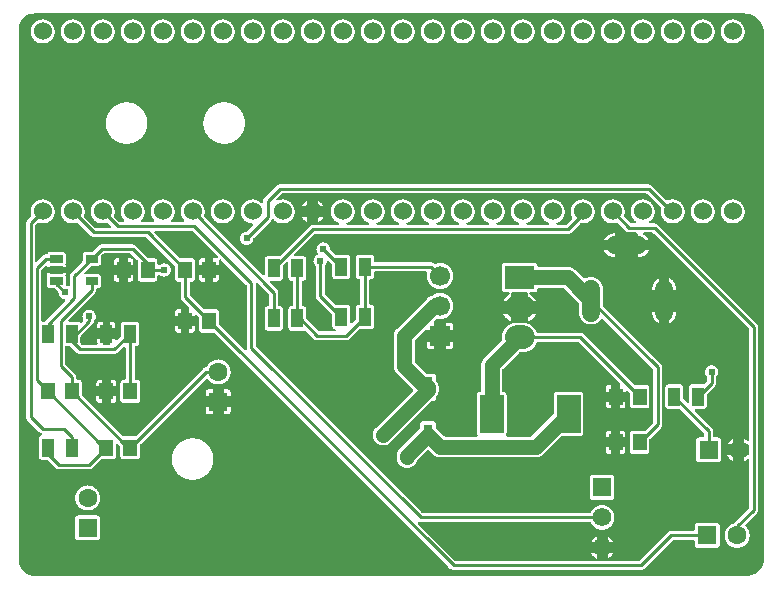
<source format=gtl>
G04 Layer: TopLayer*
G04 EasyEDA v6.3.22, 2020-03-24T12:14:19+11:00*
G04 be55d0e875064f4eac6341afbdbda93d,8b00c40d607e4de580d566db1ee26a9b,10*
G04 Gerber Generator version 0.2*
G04 Scale: 100 percent, Rotated: No, Reflected: No *
G04 Dimensions in millimeters *
G04 leading zeros omitted , absolute positions ,3 integer and 3 decimal *
%FSLAX33Y33*%
%MOMM*%
G90*
G71D02*

%ADD10C,0.254000*%
%ADD11C,1.253998*%
%ADD12C,0.609600*%
%ADD13R,0.999998X1.550010*%
%ADD14R,1.160018X1.450010*%
%ADD15R,1.998980X3.200400*%
%ADD17R,0.799998X1.799996*%
%ADD18R,1.699997X1.699997*%
%ADD19C,1.699997*%
%ADD20C,1.524000*%
%ADD22R,1.599997X1.599997*%
%ADD23C,1.599997*%
%ADD24C,1.574800*%
%ADD25R,1.574800X1.574800*%
%ADD26C,1.999996*%
%ADD27C,1.499997*%

%LPD*%
G36*
G01X61722Y47876D02*
G01X1524Y47876D01*
G01X1473Y47875D01*
G01X1421Y47872D01*
G01X1371Y47867D01*
G01X1320Y47860D01*
G01X1270Y47851D01*
G01X1220Y47839D01*
G01X1171Y47826D01*
G01X1122Y47811D01*
G01X1074Y47794D01*
G01X980Y47754D01*
G01X935Y47731D01*
G01X890Y47706D01*
G01X846Y47680D01*
G01X762Y47622D01*
G01X722Y47590D01*
G01X683Y47557D01*
G01X646Y47522D01*
G01X610Y47486D01*
G01X575Y47449D01*
G01X542Y47410D01*
G01X510Y47370D01*
G01X452Y47286D01*
G01X426Y47242D01*
G01X401Y47197D01*
G01X378Y47152D01*
G01X338Y47058D01*
G01X321Y47010D01*
G01X306Y46961D01*
G01X293Y46912D01*
G01X281Y46862D01*
G01X272Y46812D01*
G01X265Y46761D01*
G01X260Y46711D01*
G01X257Y46659D01*
G01X256Y46609D01*
G01X256Y1651D01*
G01X257Y1597D01*
G01X260Y1544D01*
G01X265Y1490D01*
G01X272Y1438D01*
G01X281Y1385D01*
G01X293Y1333D01*
G01X306Y1281D01*
G01X321Y1230D01*
G01X338Y1179D01*
G01X357Y1129D01*
G01X378Y1080D01*
G01X401Y1032D01*
G01X425Y985D01*
G01X452Y938D01*
G01X480Y893D01*
G01X510Y848D01*
G01X542Y805D01*
G01X575Y764D01*
G01X610Y723D01*
G01X646Y684D01*
G01X684Y646D01*
G01X723Y610D01*
G01X764Y575D01*
G01X805Y542D01*
G01X848Y510D01*
G01X893Y480D01*
G01X938Y452D01*
G01X985Y425D01*
G01X1032Y401D01*
G01X1080Y378D01*
G01X1129Y357D01*
G01X1179Y338D01*
G01X1230Y321D01*
G01X1281Y306D01*
G01X1333Y293D01*
G01X1385Y281D01*
G01X1438Y272D01*
G01X1490Y265D01*
G01X1544Y260D01*
G01X1597Y257D01*
G01X1651Y256D01*
G01X61849Y256D01*
G01X61905Y257D01*
G01X61962Y260D01*
G01X62019Y266D01*
G01X62075Y273D01*
G01X62131Y282D01*
G01X62187Y294D01*
G01X62242Y308D01*
G01X62297Y324D01*
G01X62351Y341D01*
G01X62404Y361D01*
G01X62457Y383D01*
G01X62508Y407D01*
G01X62559Y432D01*
G01X62609Y460D01*
G01X62658Y489D01*
G01X62705Y520D01*
G01X62752Y553D01*
G01X62797Y588D01*
G01X62841Y624D01*
G01X62883Y662D01*
G01X62924Y702D01*
G01X62964Y743D01*
G01X63002Y785D01*
G01X63038Y829D01*
G01X63073Y874D01*
G01X63106Y921D01*
G01X63137Y968D01*
G01X63166Y1017D01*
G01X63194Y1067D01*
G01X63219Y1118D01*
G01X63243Y1169D01*
G01X63265Y1222D01*
G01X63285Y1275D01*
G01X63302Y1329D01*
G01X63318Y1384D01*
G01X63332Y1439D01*
G01X63344Y1495D01*
G01X63353Y1551D01*
G01X63360Y1607D01*
G01X63366Y1664D01*
G01X63369Y1721D01*
G01X63370Y1778D01*
G01X63370Y46228D01*
G01X63369Y46286D01*
G01X63366Y46345D01*
G01X63360Y46404D01*
G01X63353Y46462D01*
G01X63344Y46520D01*
G01X63332Y46578D01*
G01X63319Y46635D01*
G01X63303Y46692D01*
G01X63286Y46748D01*
G01X63266Y46804D01*
G01X63244Y46858D01*
G01X63221Y46912D01*
G01X63196Y46966D01*
G01X63168Y47017D01*
G01X63139Y47069D01*
G01X63108Y47119D01*
G01X63076Y47168D01*
G01X63041Y47216D01*
G01X63005Y47262D01*
G01X62967Y47307D01*
G01X62928Y47351D01*
G01X62887Y47393D01*
G01X62845Y47434D01*
G01X62801Y47473D01*
G01X62756Y47511D01*
G01X62710Y47547D01*
G01X62662Y47582D01*
G01X62613Y47614D01*
G01X62563Y47645D01*
G01X62511Y47674D01*
G01X62460Y47702D01*
G01X62406Y47727D01*
G01X62352Y47750D01*
G01X62298Y47772D01*
G01X62242Y47792D01*
G01X62186Y47809D01*
G01X62129Y47825D01*
G01X62072Y47838D01*
G01X62014Y47850D01*
G01X61956Y47859D01*
G01X61898Y47866D01*
G01X61839Y47872D01*
G01X61780Y47875D01*
G01X61722Y47876D01*
G37*

%LPC*%
G36*
G01X4871Y32132D02*
G01X4826Y32133D01*
G01X4780Y32132D01*
G01X4734Y32129D01*
G01X4689Y32124D01*
G01X4644Y32117D01*
G01X4599Y32108D01*
G01X4555Y32096D01*
G01X4511Y32083D01*
G01X4467Y32068D01*
G01X4425Y32051D01*
G01X4384Y32032D01*
G01X4343Y32012D01*
G01X4303Y31989D01*
G01X4264Y31964D01*
G01X4227Y31938D01*
G01X4191Y31911D01*
G01X4155Y31882D01*
G01X4121Y31851D01*
G01X4089Y31819D01*
G01X4058Y31785D01*
G01X4029Y31750D01*
G01X4002Y31713D01*
G01X3976Y31676D01*
G01X3951Y31637D01*
G01X3928Y31597D01*
G01X3908Y31556D01*
G01X3889Y31515D01*
G01X3872Y31473D01*
G01X3857Y31429D01*
G01X3844Y31385D01*
G01X3832Y31341D01*
G01X3823Y31296D01*
G01X3816Y31251D01*
G01X3811Y31206D01*
G01X3808Y31160D01*
G01X3807Y31115D01*
G01X3808Y31069D01*
G01X3811Y31023D01*
G01X3816Y30978D01*
G01X3823Y30933D01*
G01X3832Y30888D01*
G01X3844Y30844D01*
G01X3857Y30800D01*
G01X3872Y30756D01*
G01X3889Y30714D01*
G01X3908Y30673D01*
G01X3928Y30632D01*
G01X3951Y30592D01*
G01X3976Y30553D01*
G01X4002Y30516D01*
G01X4029Y30480D01*
G01X4058Y30444D01*
G01X4089Y30410D01*
G01X4121Y30378D01*
G01X4155Y30347D01*
G01X4191Y30318D01*
G01X4227Y30291D01*
G01X4264Y30265D01*
G01X4303Y30240D01*
G01X4343Y30217D01*
G01X4384Y30197D01*
G01X4425Y30178D01*
G01X4467Y30161D01*
G01X4511Y30146D01*
G01X4555Y30133D01*
G01X4599Y30121D01*
G01X4644Y30112D01*
G01X4689Y30105D01*
G01X4734Y30100D01*
G01X4780Y30097D01*
G01X4826Y30096D01*
G01X4875Y30097D01*
G01X4924Y30101D01*
G01X4972Y30107D01*
G01X5021Y30115D01*
G01X5069Y30125D01*
G01X5116Y30138D01*
G01X5163Y30153D01*
G01X5179Y30158D01*
G01X5196Y30159D01*
G01X5212Y30158D01*
G01X5228Y30154D01*
G01X5243Y30148D01*
G01X5256Y30140D01*
G01X5268Y30129D01*
G01X6332Y29065D01*
G01X6355Y29045D01*
G01X6378Y29026D01*
G01X6403Y29009D01*
G01X6429Y28995D01*
G01X6457Y28982D01*
G01X6485Y28972D01*
G01X6514Y28964D01*
G01X6544Y28958D01*
G01X6574Y28954D01*
G01X6604Y28953D01*
G01X10974Y28953D01*
G01X10991Y28952D01*
G01X11006Y28948D01*
G01X11021Y28942D01*
G01X11034Y28934D01*
G01X11046Y28923D01*
G01X13484Y26486D01*
G01X13495Y26473D01*
G01X13503Y26460D01*
G01X13509Y26445D01*
G01X13513Y26429D01*
G01X13514Y26413D01*
G01X13514Y25437D01*
G01X13515Y25413D01*
G01X13518Y25389D01*
G01X13524Y25366D01*
G01X13531Y25344D01*
G01X13541Y25322D01*
G01X13552Y25301D01*
G01X13566Y25282D01*
G01X13581Y25264D01*
G01X13598Y25247D01*
G01X13616Y25232D01*
G01X13635Y25218D01*
G01X13656Y25207D01*
G01X13678Y25197D01*
G01X13700Y25190D01*
G01X13723Y25184D01*
G01X13747Y25181D01*
G01X13770Y25180D01*
G01X13865Y25180D01*
G01X13880Y25179D01*
G01X13894Y25176D01*
G01X13908Y25171D01*
G01X13920Y25164D01*
G01X13932Y25155D01*
G01X13942Y25145D01*
G01X13951Y25133D01*
G01X13958Y25121D01*
G01X13963Y25107D01*
G01X13966Y25093D01*
G01X13967Y25078D01*
G01X13967Y23876D01*
G01X13968Y23846D01*
G01X13972Y23816D01*
G01X13978Y23786D01*
G01X13986Y23757D01*
G01X13996Y23729D01*
G01X14009Y23701D01*
G01X14023Y23675D01*
G01X14040Y23650D01*
G01X14059Y23627D01*
G01X14079Y23604D01*
G01X14685Y22999D01*
G01X14695Y22987D01*
G01X14704Y22973D01*
G01X14710Y22958D01*
G01X14714Y22942D01*
G01X14715Y22927D01*
G01X14714Y22911D01*
G01X14710Y22896D01*
G01X14704Y22881D01*
G01X14704Y22270D01*
G01X15189Y22270D01*
G01X15193Y22284D01*
G01X15199Y22299D01*
G01X15207Y22312D01*
G01X15218Y22324D01*
G01X15230Y22334D01*
G01X15243Y22342D01*
G01X15258Y22348D01*
G01X15273Y22352D01*
G01X15289Y22353D01*
G01X15305Y22352D01*
G01X15320Y22348D01*
G01X15335Y22342D01*
G01X15348Y22333D01*
G01X15360Y22323D01*
G01X15516Y22168D01*
G01X15527Y22155D01*
G01X15535Y22142D01*
G01X15541Y22127D01*
G01X15545Y22111D01*
G01X15546Y22095D01*
G01X15546Y21119D01*
G01X15547Y21095D01*
G01X15550Y21071D01*
G01X15556Y21048D01*
G01X15563Y21026D01*
G01X15573Y21004D01*
G01X15584Y20983D01*
G01X15598Y20964D01*
G01X15613Y20946D01*
G01X15630Y20929D01*
G01X15648Y20914D01*
G01X15667Y20900D01*
G01X15688Y20889D01*
G01X15710Y20879D01*
G01X15732Y20872D01*
G01X15755Y20866D01*
G01X15779Y20863D01*
G01X15802Y20862D01*
G01X16780Y20862D01*
G01X16796Y20861D01*
G01X16811Y20857D01*
G01X16825Y20851D01*
G01X16839Y20843D01*
G01X16851Y20832D01*
G01X36812Y871D01*
G01X36835Y851D01*
G01X36858Y832D01*
G01X36883Y815D01*
G01X36909Y801D01*
G01X36937Y788D01*
G01X36965Y778D01*
G01X36994Y770D01*
G01X37024Y764D01*
G01X37054Y760D01*
G01X37084Y759D01*
G01X52959Y759D01*
G01X52988Y760D01*
G01X53018Y764D01*
G01X53048Y770D01*
G01X53077Y778D01*
G01X53105Y788D01*
G01X53133Y801D01*
G01X53159Y815D01*
G01X53184Y832D01*
G01X53207Y851D01*
G01X53230Y871D01*
G01X55628Y3269D01*
G01X55640Y3280D01*
G01X55653Y3288D01*
G01X55668Y3294D01*
G01X55683Y3298D01*
G01X55700Y3299D01*
G01X57388Y3299D01*
G01X57403Y3298D01*
G01X57417Y3295D01*
G01X57430Y3290D01*
G01X57443Y3283D01*
G01X57455Y3274D01*
G01X57465Y3264D01*
G01X57474Y3252D01*
G01X57481Y3240D01*
G01X57486Y3226D01*
G01X57489Y3212D01*
G01X57490Y3197D01*
G01X57490Y2882D01*
G01X57491Y2859D01*
G01X57494Y2835D01*
G01X57500Y2812D01*
G01X57507Y2790D01*
G01X57517Y2768D01*
G01X57528Y2747D01*
G01X57542Y2728D01*
G01X57557Y2710D01*
G01X57574Y2693D01*
G01X57592Y2678D01*
G01X57611Y2664D01*
G01X57632Y2653D01*
G01X57654Y2643D01*
G01X57676Y2636D01*
G01X57699Y2630D01*
G01X57723Y2627D01*
G01X57746Y2626D01*
G01X59347Y2626D01*
G01X59370Y2627D01*
G01X59394Y2630D01*
G01X59417Y2636D01*
G01X59439Y2643D01*
G01X59461Y2653D01*
G01X59482Y2664D01*
G01X59501Y2678D01*
G01X59519Y2693D01*
G01X59536Y2710D01*
G01X59551Y2728D01*
G01X59565Y2747D01*
G01X59576Y2768D01*
G01X59586Y2790D01*
G01X59593Y2812D01*
G01X59599Y2835D01*
G01X59602Y2859D01*
G01X59603Y2882D01*
G01X59603Y4483D01*
G01X59602Y4506D01*
G01X59599Y4530D01*
G01X59593Y4553D01*
G01X59586Y4575D01*
G01X59576Y4597D01*
G01X59565Y4618D01*
G01X59551Y4637D01*
G01X59536Y4655D01*
G01X59519Y4672D01*
G01X59501Y4687D01*
G01X59482Y4701D01*
G01X59461Y4712D01*
G01X59439Y4722D01*
G01X59417Y4729D01*
G01X59394Y4735D01*
G01X59370Y4738D01*
G01X59347Y4739D01*
G01X57746Y4739D01*
G01X57723Y4738D01*
G01X57699Y4735D01*
G01X57676Y4729D01*
G01X57654Y4722D01*
G01X57632Y4712D01*
G01X57611Y4701D01*
G01X57592Y4687D01*
G01X57574Y4672D01*
G01X57557Y4655D01*
G01X57542Y4637D01*
G01X57528Y4618D01*
G01X57517Y4597D01*
G01X57507Y4575D01*
G01X57500Y4553D01*
G01X57494Y4530D01*
G01X57491Y4506D01*
G01X57490Y4483D01*
G01X57490Y4168D01*
G01X57489Y4153D01*
G01X57486Y4139D01*
G01X57481Y4125D01*
G01X57474Y4113D01*
G01X57465Y4101D01*
G01X57455Y4091D01*
G01X57443Y4082D01*
G01X57430Y4075D01*
G01X57417Y4070D01*
G01X57403Y4067D01*
G01X57388Y4066D01*
G01X55499Y4066D01*
G01X55469Y4065D01*
G01X55439Y4061D01*
G01X55409Y4055D01*
G01X55380Y4047D01*
G01X55352Y4037D01*
G01X55324Y4024D01*
G01X55298Y4010D01*
G01X55273Y3993D01*
G01X55250Y3974D01*
G01X55227Y3954D01*
G01X52829Y1556D01*
G01X52817Y1545D01*
G01X52804Y1537D01*
G01X52789Y1531D01*
G01X52774Y1527D01*
G01X52757Y1526D01*
G01X50139Y1526D01*
G01X50122Y1528D01*
G01X50106Y1532D01*
G01X50090Y1539D01*
G01X50076Y1548D01*
G01X50061Y1539D01*
G01X50046Y1532D01*
G01X50029Y1528D01*
G01X50012Y1526D01*
G01X49301Y1526D01*
G01X49284Y1528D01*
G01X49267Y1532D01*
G01X49252Y1539D01*
G01X49237Y1548D01*
G01X49223Y1539D01*
G01X49207Y1532D01*
G01X49191Y1528D01*
G01X49174Y1526D01*
G01X37285Y1526D01*
G01X37268Y1527D01*
G01X37253Y1531D01*
G01X37238Y1537D01*
G01X37225Y1545D01*
G01X37213Y1556D01*
G01X34106Y4662D01*
G01X34095Y4675D01*
G01X34087Y4688D01*
G01X34081Y4703D01*
G01X34077Y4718D01*
G01X34076Y4735D01*
G01X34077Y4749D01*
G01X34080Y4763D01*
G01X34085Y4777D01*
G01X34092Y4789D01*
G01X34101Y4801D01*
G01X34111Y4811D01*
G01X34123Y4820D01*
G01X34136Y4827D01*
G01X34149Y4832D01*
G01X34163Y4835D01*
G01X34178Y4836D01*
G01X34201Y4833D01*
G01X34230Y4828D01*
G01X34260Y4824D01*
G01X34290Y4823D01*
G01X48619Y4823D01*
G01X48633Y4822D01*
G01X48647Y4819D01*
G01X48661Y4814D01*
G01X48674Y4807D01*
G01X48685Y4799D01*
G01X48695Y4788D01*
G01X48704Y4777D01*
G01X48711Y4765D01*
G01X48732Y4722D01*
G01X48755Y4681D01*
G01X48780Y4640D01*
G01X48806Y4601D01*
G01X48835Y4563D01*
G01X48865Y4527D01*
G01X48896Y4491D01*
G01X48929Y4458D01*
G01X48964Y4425D01*
G01X49000Y4395D01*
G01X49037Y4366D01*
G01X49076Y4339D01*
G01X49116Y4313D01*
G01X49157Y4290D01*
G01X49199Y4268D01*
G01X49242Y4248D01*
G01X49286Y4231D01*
G01X49331Y4215D01*
G01X49376Y4201D01*
G01X49422Y4189D01*
G01X49468Y4180D01*
G01X49515Y4172D01*
G01X49562Y4167D01*
G01X49609Y4164D01*
G01X49657Y4163D01*
G01X49703Y4164D01*
G01X49750Y4167D01*
G01X49797Y4172D01*
G01X49843Y4179D01*
G01X49889Y4189D01*
G01X49934Y4200D01*
G01X49979Y4214D01*
G01X50023Y4229D01*
G01X50067Y4246D01*
G01X50110Y4266D01*
G01X50151Y4287D01*
G01X50192Y4310D01*
G01X50232Y4335D01*
G01X50270Y4362D01*
G01X50307Y4390D01*
G01X50343Y4420D01*
G01X50378Y4452D01*
G01X50411Y4485D01*
G01X50443Y4520D01*
G01X50473Y4556D01*
G01X50501Y4593D01*
G01X50528Y4631D01*
G01X50553Y4671D01*
G01X50576Y4712D01*
G01X50597Y4753D01*
G01X50617Y4796D01*
G01X50634Y4840D01*
G01X50649Y4884D01*
G01X50663Y4929D01*
G01X50674Y4974D01*
G01X50684Y5020D01*
G01X50691Y5066D01*
G01X50696Y5113D01*
G01X50699Y5160D01*
G01X50700Y5207D01*
G01X50699Y5253D01*
G01X50696Y5300D01*
G01X50691Y5347D01*
G01X50684Y5393D01*
G01X50674Y5439D01*
G01X50663Y5484D01*
G01X50649Y5529D01*
G01X50634Y5573D01*
G01X50617Y5617D01*
G01X50597Y5660D01*
G01X50576Y5701D01*
G01X50553Y5742D01*
G01X50528Y5782D01*
G01X50501Y5820D01*
G01X50473Y5857D01*
G01X50443Y5893D01*
G01X50411Y5928D01*
G01X50378Y5961D01*
G01X50343Y5993D01*
G01X50307Y6023D01*
G01X50270Y6051D01*
G01X50232Y6078D01*
G01X50192Y6103D01*
G01X50151Y6126D01*
G01X50110Y6147D01*
G01X50067Y6167D01*
G01X50023Y6184D01*
G01X49979Y6199D01*
G01X49934Y6213D01*
G01X49889Y6224D01*
G01X49843Y6234D01*
G01X49797Y6241D01*
G01X49750Y6246D01*
G01X49703Y6249D01*
G01X49657Y6250D01*
G01X49609Y6249D01*
G01X49562Y6246D01*
G01X49515Y6241D01*
G01X49468Y6233D01*
G01X49422Y6224D01*
G01X49376Y6212D01*
G01X49331Y6198D01*
G01X49286Y6182D01*
G01X49242Y6165D01*
G01X49199Y6145D01*
G01X49157Y6123D01*
G01X49116Y6100D01*
G01X49076Y6074D01*
G01X49037Y6047D01*
G01X49000Y6018D01*
G01X48964Y5988D01*
G01X48929Y5955D01*
G01X48896Y5922D01*
G01X48865Y5886D01*
G01X48835Y5850D01*
G01X48806Y5812D01*
G01X48780Y5773D01*
G01X48755Y5732D01*
G01X48732Y5691D01*
G01X48711Y5648D01*
G01X48704Y5636D01*
G01X48695Y5625D01*
G01X48685Y5614D01*
G01X48674Y5606D01*
G01X48661Y5599D01*
G01X48647Y5594D01*
G01X48633Y5591D01*
G01X48619Y5590D01*
G01X34491Y5590D01*
G01X34474Y5591D01*
G01X34459Y5595D01*
G01X34444Y5601D01*
G01X34431Y5609D01*
G01X34419Y5620D01*
G01X20352Y19687D01*
G01X20341Y19699D01*
G01X20333Y19712D01*
G01X20327Y19727D01*
G01X20323Y19742D01*
G01X20322Y19759D01*
G01X20322Y24990D01*
G01X20323Y25005D01*
G01X20326Y25019D01*
G01X20331Y25033D01*
G01X20338Y25045D01*
G01X20347Y25057D01*
G01X20357Y25067D01*
G01X20369Y25076D01*
G01X20381Y25083D01*
G01X20395Y25088D01*
G01X20409Y25091D01*
G01X20424Y25092D01*
G01X20439Y25091D01*
G01X20455Y25087D01*
G01X20470Y25081D01*
G01X20484Y25072D01*
G01X20495Y25062D01*
G01X21446Y24111D01*
G01X21456Y24099D01*
G01X21465Y24086D01*
G01X21471Y24071D01*
G01X21475Y24055D01*
G01X21476Y24040D01*
G01X21476Y23188D01*
G01X21475Y23174D01*
G01X21472Y23160D01*
G01X21467Y23146D01*
G01X21460Y23133D01*
G01X21451Y23122D01*
G01X21441Y23111D01*
G01X21429Y23103D01*
G01X21417Y23096D01*
G01X21403Y23091D01*
G01X21389Y23088D01*
G01X21375Y23087D01*
G01X21359Y23087D01*
G01X21336Y23086D01*
G01X21312Y23083D01*
G01X21289Y23077D01*
G01X21267Y23069D01*
G01X21245Y23060D01*
G01X21224Y23048D01*
G01X21205Y23035D01*
G01X21187Y23020D01*
G01X21170Y23003D01*
G01X21155Y22985D01*
G01X21141Y22965D01*
G01X21130Y22944D01*
G01X21120Y22923D01*
G01X21113Y22900D01*
G01X21107Y22877D01*
G01X21104Y22854D01*
G01X21103Y22830D01*
G01X21103Y21280D01*
G01X21104Y21256D01*
G01X21107Y21233D01*
G01X21113Y21210D01*
G01X21120Y21188D01*
G01X21130Y21166D01*
G01X21141Y21145D01*
G01X21155Y21126D01*
G01X21170Y21107D01*
G01X21187Y21091D01*
G01X21205Y21075D01*
G01X21224Y21062D01*
G01X21245Y21051D01*
G01X21267Y21041D01*
G01X21289Y21033D01*
G01X21312Y21028D01*
G01X21336Y21025D01*
G01X21359Y21024D01*
G01X22360Y21024D01*
G01X22383Y21025D01*
G01X22407Y21028D01*
G01X22430Y21033D01*
G01X22452Y21041D01*
G01X22474Y21051D01*
G01X22495Y21062D01*
G01X22514Y21075D01*
G01X22532Y21091D01*
G01X22549Y21107D01*
G01X22564Y21126D01*
G01X22578Y21145D01*
G01X22589Y21166D01*
G01X22599Y21188D01*
G01X22606Y21210D01*
G01X22612Y21233D01*
G01X22615Y21256D01*
G01X22616Y21280D01*
G01X22616Y22830D01*
G01X22615Y22854D01*
G01X22612Y22877D01*
G01X22606Y22900D01*
G01X22599Y22923D01*
G01X22589Y22944D01*
G01X22578Y22965D01*
G01X22564Y22985D01*
G01X22549Y23003D01*
G01X22532Y23020D01*
G01X22514Y23035D01*
G01X22495Y23048D01*
G01X22474Y23060D01*
G01X22452Y23069D01*
G01X22430Y23077D01*
G01X22407Y23083D01*
G01X22383Y23086D01*
G01X22360Y23087D01*
G01X22345Y23087D01*
G01X22330Y23088D01*
G01X22316Y23091D01*
G01X22302Y23096D01*
G01X22290Y23103D01*
G01X22278Y23111D01*
G01X22268Y23122D01*
G01X22259Y23133D01*
G01X22252Y23146D01*
G01X22247Y23160D01*
G01X22244Y23174D01*
G01X22243Y23188D01*
G01X22243Y24240D01*
G01X22242Y24271D01*
G01X22238Y24301D01*
G01X22233Y24330D01*
G01X22225Y24359D01*
G01X22214Y24387D01*
G01X22201Y24414D01*
G01X22186Y24441D01*
G01X22170Y24466D01*
G01X22151Y24490D01*
G01X22131Y24512D01*
G01X21559Y25084D01*
G01X21548Y25096D01*
G01X21540Y25109D01*
G01X21534Y25124D01*
G01X21531Y25139D01*
G01X21529Y25155D01*
G01X21530Y25170D01*
G01X21533Y25184D01*
G01X21538Y25197D01*
G01X21545Y25211D01*
G01X21554Y25222D01*
G01X21564Y25232D01*
G01X21576Y25241D01*
G01X21588Y25248D01*
G01X21602Y25253D01*
G01X21616Y25256D01*
G01X21631Y25257D01*
G01X22360Y25257D01*
G01X22383Y25258D01*
G01X22407Y25261D01*
G01X22430Y25267D01*
G01X22452Y25275D01*
G01X22474Y25284D01*
G01X22495Y25295D01*
G01X22514Y25309D01*
G01X22532Y25324D01*
G01X22549Y25341D01*
G01X22564Y25359D01*
G01X22578Y25379D01*
G01X22589Y25399D01*
G01X22599Y25421D01*
G01X22606Y25443D01*
G01X22612Y25467D01*
G01X22615Y25490D01*
G01X22616Y25513D01*
G01X22616Y26461D01*
G01X22617Y26476D01*
G01X22621Y26492D01*
G01X22627Y26506D01*
G01X22635Y26520D01*
G01X22646Y26532D01*
G01X22930Y26816D01*
G01X22942Y26826D01*
G01X22955Y26835D01*
G01X22970Y26841D01*
G01X22985Y26845D01*
G01X23001Y26846D01*
G01X23016Y26845D01*
G01X23030Y26842D01*
G01X23043Y26837D01*
G01X23056Y26830D01*
G01X23068Y26821D01*
G01X23078Y26811D01*
G01X23087Y26799D01*
G01X23094Y26786D01*
G01X23099Y26773D01*
G01X23102Y26759D01*
G01X23103Y26744D01*
G01X23103Y25513D01*
G01X23104Y25490D01*
G01X23107Y25467D01*
G01X23113Y25443D01*
G01X23120Y25421D01*
G01X23130Y25399D01*
G01X23141Y25379D01*
G01X23155Y25359D01*
G01X23170Y25341D01*
G01X23187Y25324D01*
G01X23205Y25309D01*
G01X23224Y25295D01*
G01X23245Y25284D01*
G01X23267Y25275D01*
G01X23289Y25267D01*
G01X23312Y25261D01*
G01X23336Y25258D01*
G01X23359Y25257D01*
G01X23375Y25257D01*
G01X23389Y25256D01*
G01X23403Y25253D01*
G01X23417Y25248D01*
G01X23429Y25241D01*
G01X23441Y25232D01*
G01X23451Y25222D01*
G01X23460Y25211D01*
G01X23467Y25197D01*
G01X23472Y25184D01*
G01X23475Y25170D01*
G01X23476Y25155D01*
G01X23476Y23188D01*
G01X23475Y23174D01*
G01X23472Y23160D01*
G01X23467Y23146D01*
G01X23460Y23133D01*
G01X23451Y23122D01*
G01X23441Y23111D01*
G01X23429Y23103D01*
G01X23417Y23096D01*
G01X23403Y23091D01*
G01X23389Y23088D01*
G01X23375Y23087D01*
G01X23359Y23087D01*
G01X23336Y23086D01*
G01X23312Y23083D01*
G01X23289Y23077D01*
G01X23267Y23069D01*
G01X23245Y23060D01*
G01X23224Y23048D01*
G01X23205Y23035D01*
G01X23187Y23020D01*
G01X23170Y23003D01*
G01X23155Y22985D01*
G01X23141Y22965D01*
G01X23130Y22944D01*
G01X23120Y22923D01*
G01X23113Y22900D01*
G01X23107Y22877D01*
G01X23104Y22854D01*
G01X23103Y22830D01*
G01X23103Y21280D01*
G01X23104Y21256D01*
G01X23107Y21233D01*
G01X23113Y21210D01*
G01X23120Y21188D01*
G01X23130Y21166D01*
G01X23141Y21145D01*
G01X23155Y21126D01*
G01X23170Y21107D01*
G01X23187Y21091D01*
G01X23205Y21075D01*
G01X23224Y21062D01*
G01X23245Y21051D01*
G01X23267Y21041D01*
G01X23289Y21033D01*
G01X23312Y21028D01*
G01X23336Y21025D01*
G01X23359Y21024D01*
G01X24360Y21024D01*
G01X24387Y21025D01*
G01X24414Y21030D01*
G01X24441Y21037D01*
G01X24457Y21041D01*
G01X24473Y21042D01*
G01X24489Y21041D01*
G01X24505Y21037D01*
G01X24520Y21031D01*
G01X24533Y21023D01*
G01X24545Y21012D01*
G01X25255Y20302D01*
G01X25278Y20282D01*
G01X25301Y20263D01*
G01X25326Y20246D01*
G01X25352Y20232D01*
G01X25380Y20219D01*
G01X25408Y20209D01*
G01X25437Y20201D01*
G01X25467Y20195D01*
G01X25497Y20191D01*
G01X25527Y20190D01*
G01X27966Y20190D01*
G01X27996Y20191D01*
G01X28026Y20195D01*
G01X28055Y20201D01*
G01X28084Y20209D01*
G01X28113Y20219D01*
G01X28140Y20232D01*
G01X28166Y20246D01*
G01X28191Y20263D01*
G01X28215Y20282D01*
G01X28237Y20302D01*
G01X29056Y21121D01*
G01X29068Y21131D01*
G01X29081Y21139D01*
G01X29096Y21146D01*
G01X29111Y21150D01*
G01X29127Y21151D01*
G01X30075Y21151D01*
G01X30098Y21152D01*
G01X30122Y21155D01*
G01X30145Y21160D01*
G01X30167Y21168D01*
G01X30189Y21178D01*
G01X30210Y21189D01*
G01X30229Y21202D01*
G01X30247Y21218D01*
G01X30264Y21234D01*
G01X30279Y21253D01*
G01X30293Y21272D01*
G01X30304Y21293D01*
G01X30314Y21315D01*
G01X30321Y21337D01*
G01X30327Y21360D01*
G01X30330Y21383D01*
G01X30331Y21407D01*
G01X30331Y22957D01*
G01X30330Y22981D01*
G01X30327Y23004D01*
G01X30321Y23027D01*
G01X30314Y23050D01*
G01X30304Y23071D01*
G01X30293Y23092D01*
G01X30279Y23112D01*
G01X30264Y23130D01*
G01X30247Y23147D01*
G01X30229Y23162D01*
G01X30210Y23175D01*
G01X30189Y23187D01*
G01X30167Y23196D01*
G01X30145Y23204D01*
G01X30122Y23210D01*
G01X30098Y23213D01*
G01X30075Y23214D01*
G01X30060Y23214D01*
G01X30045Y23215D01*
G01X30031Y23218D01*
G01X30017Y23223D01*
G01X30005Y23230D01*
G01X29993Y23238D01*
G01X29983Y23249D01*
G01X29974Y23260D01*
G01X29967Y23273D01*
G01X29962Y23287D01*
G01X29959Y23301D01*
G01X29958Y23315D01*
G01X29958Y25282D01*
G01X29959Y25297D01*
G01X29962Y25311D01*
G01X29967Y25324D01*
G01X29974Y25338D01*
G01X29983Y25349D01*
G01X29993Y25359D01*
G01X30005Y25368D01*
G01X30017Y25375D01*
G01X30031Y25380D01*
G01X30045Y25383D01*
G01X30060Y25384D01*
G01X30075Y25384D01*
G01X30098Y25385D01*
G01X30122Y25388D01*
G01X30145Y25394D01*
G01X30167Y25402D01*
G01X30189Y25411D01*
G01X30210Y25422D01*
G01X30229Y25436D01*
G01X30247Y25451D01*
G01X30264Y25468D01*
G01X30279Y25486D01*
G01X30293Y25506D01*
G01X30304Y25526D01*
G01X30314Y25548D01*
G01X30321Y25570D01*
G01X30327Y25594D01*
G01X30330Y25617D01*
G01X30331Y25640D01*
G01X30331Y25930D01*
G01X30332Y25945D01*
G01X30335Y25959D01*
G01X30340Y25973D01*
G01X30347Y25985D01*
G01X30356Y25997D01*
G01X30366Y26007D01*
G01X30378Y26016D01*
G01X30391Y26023D01*
G01X30404Y26028D01*
G01X30418Y26031D01*
G01X30433Y26032D01*
G01X34764Y26032D01*
G01X34779Y26031D01*
G01X34793Y26028D01*
G01X34807Y26023D01*
G01X34819Y26016D01*
G01X34831Y26007D01*
G01X34841Y25997D01*
G01X34850Y25985D01*
G01X34857Y25973D01*
G01X34862Y25959D01*
G01X34865Y25945D01*
G01X34866Y25930D01*
G01X34864Y25907D01*
G01X34853Y25857D01*
G01X34845Y25806D01*
G01X34839Y25756D01*
G01X34835Y25705D01*
G01X34834Y25654D01*
G01X34835Y25605D01*
G01X34838Y25557D01*
G01X34843Y25509D01*
G01X34851Y25461D01*
G01X34860Y25414D01*
G01X34872Y25367D01*
G01X34885Y25321D01*
G01X34901Y25275D01*
G01X34918Y25230D01*
G01X34938Y25186D01*
G01X34959Y25142D01*
G01X34982Y25100D01*
G01X35007Y25059D01*
G01X35034Y25019D01*
G01X35063Y24980D01*
G01X35093Y24942D01*
G01X35125Y24906D01*
G01X35158Y24871D01*
G01X35193Y24838D01*
G01X35229Y24806D01*
G01X35267Y24776D01*
G01X35306Y24747D01*
G01X35346Y24720D01*
G01X35387Y24695D01*
G01X35429Y24672D01*
G01X35473Y24651D01*
G01X35517Y24631D01*
G01X35562Y24614D01*
G01X35608Y24598D01*
G01X35654Y24585D01*
G01X35701Y24573D01*
G01X35748Y24564D01*
G01X35796Y24556D01*
G01X35844Y24551D01*
G01X35892Y24548D01*
G01X35941Y24547D01*
G01X35989Y24548D01*
G01X36037Y24551D01*
G01X36085Y24556D01*
G01X36133Y24564D01*
G01X36180Y24573D01*
G01X36227Y24585D01*
G01X36273Y24598D01*
G01X36319Y24614D01*
G01X36364Y24631D01*
G01X36408Y24651D01*
G01X36452Y24672D01*
G01X36494Y24695D01*
G01X36535Y24720D01*
G01X36575Y24747D01*
G01X36614Y24776D01*
G01X36652Y24806D01*
G01X36688Y24838D01*
G01X36723Y24871D01*
G01X36756Y24906D01*
G01X36788Y24942D01*
G01X36818Y24980D01*
G01X36847Y25019D01*
G01X36874Y25059D01*
G01X36899Y25100D01*
G01X36922Y25142D01*
G01X36943Y25186D01*
G01X36963Y25230D01*
G01X36980Y25275D01*
G01X36996Y25321D01*
G01X37009Y25367D01*
G01X37021Y25414D01*
G01X37030Y25461D01*
G01X37038Y25509D01*
G01X37043Y25557D01*
G01X37046Y25605D01*
G01X37047Y25654D01*
G01X37046Y25702D01*
G01X37043Y25750D01*
G01X37038Y25798D01*
G01X37030Y25846D01*
G01X37021Y25893D01*
G01X37009Y25940D01*
G01X36996Y25986D01*
G01X36980Y26032D01*
G01X36963Y26077D01*
G01X36943Y26121D01*
G01X36922Y26165D01*
G01X36899Y26207D01*
G01X36874Y26248D01*
G01X36847Y26288D01*
G01X36818Y26327D01*
G01X36788Y26365D01*
G01X36756Y26401D01*
G01X36723Y26436D01*
G01X36688Y26469D01*
G01X36652Y26501D01*
G01X36614Y26531D01*
G01X36575Y26560D01*
G01X36535Y26587D01*
G01X36494Y26612D01*
G01X36452Y26635D01*
G01X36408Y26656D01*
G01X36364Y26676D01*
G01X36319Y26693D01*
G01X36273Y26709D01*
G01X36227Y26722D01*
G01X36180Y26734D01*
G01X36133Y26743D01*
G01X36085Y26751D01*
G01X36037Y26756D01*
G01X35989Y26759D01*
G01X35941Y26760D01*
G01X35889Y26759D01*
G01X35837Y26755D01*
G01X35786Y26749D01*
G01X35735Y26741D01*
G01X35685Y26730D01*
G01X35635Y26717D01*
G01X35586Y26702D01*
G01X35537Y26684D01*
G01X35519Y26679D01*
G01X35500Y26677D01*
G01X35486Y26678D01*
G01X35471Y26681D01*
G01X35457Y26686D01*
G01X35445Y26693D01*
G01X35433Y26703D01*
G01X35409Y26722D01*
G01X35384Y26740D01*
G01X35357Y26755D01*
G01X35329Y26769D01*
G01X35300Y26779D01*
G01X35270Y26788D01*
G01X35240Y26794D01*
G01X35209Y26798D01*
G01X35179Y26799D01*
G01X30433Y26799D01*
G01X30418Y26800D01*
G01X30404Y26803D01*
G01X30391Y26808D01*
G01X30378Y26815D01*
G01X30366Y26824D01*
G01X30356Y26834D01*
G01X30347Y26846D01*
G01X30340Y26858D01*
G01X30335Y26872D01*
G01X30332Y26886D01*
G01X30331Y26901D01*
G01X30331Y27191D01*
G01X30330Y27214D01*
G01X30327Y27237D01*
G01X30321Y27261D01*
G01X30314Y27283D01*
G01X30304Y27305D01*
G01X30293Y27325D01*
G01X30279Y27345D01*
G01X30264Y27363D01*
G01X30247Y27380D01*
G01X30229Y27395D01*
G01X30210Y27409D01*
G01X30189Y27420D01*
G01X30167Y27429D01*
G01X30145Y27437D01*
G01X30122Y27443D01*
G01X30098Y27446D01*
G01X30075Y27447D01*
G01X29074Y27447D01*
G01X29051Y27446D01*
G01X29027Y27443D01*
G01X29004Y27437D01*
G01X28982Y27429D01*
G01X28960Y27420D01*
G01X28939Y27409D01*
G01X28920Y27395D01*
G01X28902Y27380D01*
G01X28885Y27363D01*
G01X28870Y27345D01*
G01X28856Y27325D01*
G01X28845Y27305D01*
G01X28835Y27283D01*
G01X28828Y27261D01*
G01X28822Y27237D01*
G01X28819Y27214D01*
G01X28818Y27191D01*
G01X28818Y25640D01*
G01X28819Y25617D01*
G01X28822Y25594D01*
G01X28828Y25570D01*
G01X28835Y25548D01*
G01X28845Y25526D01*
G01X28856Y25506D01*
G01X28870Y25486D01*
G01X28885Y25468D01*
G01X28902Y25451D01*
G01X28920Y25436D01*
G01X28939Y25422D01*
G01X28960Y25411D01*
G01X28982Y25402D01*
G01X29004Y25394D01*
G01X29027Y25388D01*
G01X29051Y25385D01*
G01X29074Y25384D01*
G01X29090Y25384D01*
G01X29104Y25383D01*
G01X29118Y25380D01*
G01X29132Y25375D01*
G01X29144Y25368D01*
G01X29156Y25359D01*
G01X29166Y25349D01*
G01X29175Y25338D01*
G01X29182Y25324D01*
G01X29187Y25311D01*
G01X29190Y25297D01*
G01X29191Y25282D01*
G01X29191Y23315D01*
G01X29190Y23301D01*
G01X29187Y23287D01*
G01X29182Y23273D01*
G01X29175Y23260D01*
G01X29166Y23249D01*
G01X29156Y23238D01*
G01X29144Y23230D01*
G01X29132Y23223D01*
G01X29118Y23218D01*
G01X29104Y23215D01*
G01X29090Y23214D01*
G01X29074Y23214D01*
G01X29051Y23213D01*
G01X29027Y23210D01*
G01X29004Y23204D01*
G01X28982Y23196D01*
G01X28960Y23187D01*
G01X28939Y23175D01*
G01X28920Y23162D01*
G01X28902Y23147D01*
G01X28885Y23130D01*
G01X28870Y23112D01*
G01X28856Y23092D01*
G01X28845Y23071D01*
G01X28835Y23050D01*
G01X28828Y23027D01*
G01X28822Y23004D01*
G01X28819Y22981D01*
G01X28818Y22957D01*
G01X28818Y22010D01*
G01X28817Y21994D01*
G01X28813Y21979D01*
G01X28807Y21964D01*
G01X28799Y21950D01*
G01X28788Y21938D01*
G01X28504Y21655D01*
G01X28492Y21644D01*
G01X28479Y21636D01*
G01X28464Y21630D01*
G01X28449Y21626D01*
G01X28433Y21625D01*
G01X28418Y21626D01*
G01X28404Y21629D01*
G01X28391Y21634D01*
G01X28378Y21641D01*
G01X28366Y21649D01*
G01X28356Y21660D01*
G01X28347Y21671D01*
G01X28340Y21684D01*
G01X28335Y21698D01*
G01X28332Y21712D01*
G01X28331Y21726D01*
G01X28331Y22957D01*
G01X28330Y22981D01*
G01X28327Y23004D01*
G01X28321Y23027D01*
G01X28314Y23050D01*
G01X28304Y23071D01*
G01X28293Y23092D01*
G01X28279Y23112D01*
G01X28264Y23130D01*
G01X28247Y23147D01*
G01X28229Y23162D01*
G01X28210Y23175D01*
G01X28189Y23187D01*
G01X28167Y23196D01*
G01X28145Y23204D01*
G01X28122Y23210D01*
G01X28098Y23213D01*
G01X28075Y23214D01*
G01X27127Y23214D01*
G01X27111Y23215D01*
G01X27096Y23219D01*
G01X27081Y23225D01*
G01X27068Y23233D01*
G01X27056Y23244D01*
G01X26194Y24105D01*
G01X26183Y24117D01*
G01X26175Y24131D01*
G01X26169Y24146D01*
G01X26165Y24161D01*
G01X26164Y24177D01*
G01X26164Y26472D01*
G01X26165Y26487D01*
G01X26169Y26502D01*
G01X26174Y26516D01*
G01X26182Y26529D01*
G01X26191Y26541D01*
G01X26215Y26569D01*
G01X26238Y26598D01*
G01X26259Y26629D01*
G01X26277Y26661D01*
G01X26293Y26694D01*
G01X26307Y26728D01*
G01X26318Y26763D01*
G01X26328Y26800D01*
G01X26335Y26836D01*
G01X26339Y26873D01*
G01X26342Y26887D01*
G01X26346Y26902D01*
G01X26362Y26928D01*
G01X26372Y26938D01*
G01X26384Y26947D01*
G01X26397Y26955D01*
G01X26411Y26961D01*
G01X26426Y26964D01*
G01X26441Y26965D01*
G01X26457Y26964D01*
G01X26472Y26960D01*
G01X26487Y26954D01*
G01X26500Y26945D01*
G01X26513Y26935D01*
G01X26788Y26659D01*
G01X26799Y26647D01*
G01X26807Y26633D01*
G01X26813Y26619D01*
G01X26817Y26603D01*
G01X26818Y26588D01*
G01X26818Y25640D01*
G01X26819Y25617D01*
G01X26822Y25594D01*
G01X26828Y25570D01*
G01X26835Y25548D01*
G01X26845Y25526D01*
G01X26856Y25506D01*
G01X26870Y25486D01*
G01X26885Y25468D01*
G01X26902Y25451D01*
G01X26920Y25436D01*
G01X26939Y25422D01*
G01X26960Y25411D01*
G01X26982Y25402D01*
G01X27004Y25394D01*
G01X27027Y25388D01*
G01X27051Y25385D01*
G01X27074Y25384D01*
G01X28075Y25384D01*
G01X28098Y25385D01*
G01X28122Y25388D01*
G01X28145Y25394D01*
G01X28167Y25402D01*
G01X28189Y25411D01*
G01X28210Y25422D01*
G01X28229Y25436D01*
G01X28247Y25451D01*
G01X28264Y25468D01*
G01X28279Y25486D01*
G01X28293Y25506D01*
G01X28304Y25526D01*
G01X28314Y25548D01*
G01X28321Y25570D01*
G01X28327Y25594D01*
G01X28330Y25617D01*
G01X28331Y25640D01*
G01X28331Y27191D01*
G01X28330Y27214D01*
G01X28327Y27237D01*
G01X28321Y27261D01*
G01X28314Y27283D01*
G01X28304Y27305D01*
G01X28293Y27325D01*
G01X28279Y27345D01*
G01X28264Y27363D01*
G01X28247Y27380D01*
G01X28229Y27395D01*
G01X28210Y27409D01*
G01X28189Y27420D01*
G01X28167Y27429D01*
G01X28145Y27437D01*
G01X28122Y27443D01*
G01X28098Y27446D01*
G01X28075Y27447D01*
G01X27127Y27447D01*
G01X27111Y27448D01*
G01X27096Y27452D01*
G01X27081Y27458D01*
G01X27068Y27467D01*
G01X27056Y27477D01*
G01X26624Y27908D01*
G01X26615Y27919D01*
G01X26607Y27931D01*
G01X26601Y27945D01*
G01X26597Y27959D01*
G01X26595Y27974D01*
G01X26592Y28008D01*
G01X26587Y28041D01*
G01X26580Y28074D01*
G01X26570Y28107D01*
G01X26559Y28139D01*
G01X26546Y28170D01*
G01X26531Y28201D01*
G01X26515Y28230D01*
G01X26496Y28259D01*
G01X26476Y28286D01*
G01X26455Y28312D01*
G01X26431Y28337D01*
G01X26407Y28360D01*
G01X26380Y28381D01*
G01X26354Y28402D01*
G01X26325Y28420D01*
G01X26295Y28437D01*
G01X26265Y28452D01*
G01X26234Y28464D01*
G01X26202Y28475D01*
G01X26169Y28485D01*
G01X26136Y28492D01*
G01X26102Y28497D01*
G01X26069Y28500D01*
G01X26035Y28501D01*
G01X26000Y28500D01*
G01X25967Y28497D01*
G01X25933Y28492D01*
G01X25900Y28485D01*
G01X25867Y28475D01*
G01X25835Y28464D01*
G01X25804Y28452D01*
G01X25773Y28436D01*
G01X25744Y28420D01*
G01X25715Y28401D01*
G01X25689Y28381D01*
G01X25662Y28360D01*
G01X25614Y28312D01*
G01X25593Y28285D01*
G01X25573Y28259D01*
G01X25554Y28230D01*
G01X25538Y28201D01*
G01X25522Y28170D01*
G01X25510Y28139D01*
G01X25499Y28107D01*
G01X25489Y28074D01*
G01X25482Y28041D01*
G01X25477Y28007D01*
G01X25474Y27974D01*
G01X25473Y27940D01*
G01X25474Y27905D01*
G01X25477Y27872D01*
G01X25482Y27838D01*
G01X25489Y27805D01*
G01X25499Y27772D01*
G01X25510Y27740D01*
G01X25523Y27709D01*
G01X25538Y27678D01*
G01X25554Y27649D01*
G01X25573Y27620D01*
G01X25593Y27593D01*
G01X25602Y27579D01*
G01X25609Y27563D01*
G01X25613Y27547D01*
G01X25615Y27530D01*
G01X25613Y27515D01*
G01X25610Y27501D01*
G01X25605Y27487D01*
G01X25598Y27475D01*
G01X25589Y27463D01*
G01X25579Y27453D01*
G01X25567Y27444D01*
G01X25554Y27437D01*
G01X25523Y27422D01*
G01X25493Y27406D01*
G01X25465Y27387D01*
G01X25437Y27367D01*
G01X25411Y27346D01*
G01X25386Y27322D01*
G01X25362Y27298D01*
G01X25340Y27271D01*
G01X25320Y27244D01*
G01X25301Y27216D01*
G01X25284Y27186D01*
G01X25269Y27155D01*
G01X25256Y27124D01*
G01X25245Y27092D01*
G01X25236Y27059D01*
G01X25228Y27026D01*
G01X25223Y26992D01*
G01X25220Y26958D01*
G01X25219Y26924D01*
G01X25220Y26888D01*
G01X25224Y26853D01*
G01X25229Y26819D01*
G01X25236Y26785D01*
G01X25246Y26751D01*
G01X25258Y26718D01*
G01X25272Y26686D01*
G01X25288Y26654D01*
G01X25306Y26624D01*
G01X25325Y26595D01*
G01X25347Y26567D01*
G01X25370Y26541D01*
G01X25379Y26529D01*
G01X25387Y26516D01*
G01X25392Y26502D01*
G01X25396Y26487D01*
G01X25397Y26472D01*
G01X25397Y23976D01*
G01X25398Y23946D01*
G01X25402Y23916D01*
G01X25408Y23887D01*
G01X25416Y23858D01*
G01X25426Y23829D01*
G01X25439Y23802D01*
G01X25453Y23776D01*
G01X25470Y23751D01*
G01X25489Y23727D01*
G01X25509Y23705D01*
G01X26788Y22426D01*
G01X26799Y22414D01*
G01X26807Y22400D01*
G01X26813Y22386D01*
G01X26817Y22370D01*
G01X26818Y22354D01*
G01X26818Y21407D01*
G01X26819Y21384D01*
G01X26822Y21361D01*
G01X26827Y21339D01*
G01X26834Y21318D01*
G01X26843Y21296D01*
G01X26854Y21276D01*
G01X26867Y21257D01*
G01X26881Y21239D01*
G01X26913Y21207D01*
G01X26932Y21194D01*
G01X26951Y21182D01*
G01X26972Y21172D01*
G01X26994Y21164D01*
G01X27015Y21158D01*
G01X27030Y21153D01*
G01X27043Y21147D01*
G01X27056Y21138D01*
G01X27067Y21127D01*
G01X27076Y21116D01*
G01X27084Y21102D01*
G01X27089Y21089D01*
G01X27093Y21074D01*
G01X27094Y21059D01*
G01X27093Y21044D01*
G01X27090Y21030D01*
G01X27085Y21016D01*
G01X27069Y20992D01*
G01X27059Y20982D01*
G01X27047Y20973D01*
G01X27034Y20966D01*
G01X27021Y20961D01*
G01X27006Y20958D01*
G01X26992Y20957D01*
G01X25728Y20957D01*
G01X25711Y20958D01*
G01X25696Y20962D01*
G01X25681Y20968D01*
G01X25668Y20976D01*
G01X25656Y20987D01*
G01X24646Y21996D01*
G01X24635Y22009D01*
G01X24627Y22022D01*
G01X24621Y22037D01*
G01X24617Y22053D01*
G01X24616Y22069D01*
G01X24616Y22830D01*
G01X24615Y22854D01*
G01X24612Y22877D01*
G01X24606Y22900D01*
G01X24599Y22923D01*
G01X24589Y22944D01*
G01X24578Y22965D01*
G01X24564Y22985D01*
G01X24549Y23003D01*
G01X24532Y23020D01*
G01X24514Y23035D01*
G01X24495Y23048D01*
G01X24474Y23060D01*
G01X24452Y23069D01*
G01X24430Y23077D01*
G01X24407Y23083D01*
G01X24383Y23086D01*
G01X24360Y23087D01*
G01X24345Y23087D01*
G01X24330Y23088D01*
G01X24316Y23091D01*
G01X24302Y23096D01*
G01X24290Y23103D01*
G01X24278Y23111D01*
G01X24268Y23122D01*
G01X24259Y23133D01*
G01X24252Y23146D01*
G01X24247Y23160D01*
G01X24244Y23174D01*
G01X24243Y23188D01*
G01X24243Y25155D01*
G01X24244Y25170D01*
G01X24247Y25184D01*
G01X24252Y25197D01*
G01X24259Y25211D01*
G01X24268Y25222D01*
G01X24278Y25232D01*
G01X24290Y25241D01*
G01X24302Y25248D01*
G01X24316Y25253D01*
G01X24330Y25256D01*
G01X24345Y25257D01*
G01X24360Y25257D01*
G01X24383Y25258D01*
G01X24407Y25261D01*
G01X24430Y25267D01*
G01X24452Y25275D01*
G01X24474Y25284D01*
G01X24495Y25295D01*
G01X24514Y25309D01*
G01X24532Y25324D01*
G01X24549Y25341D01*
G01X24564Y25359D01*
G01X24578Y25379D01*
G01X24589Y25399D01*
G01X24599Y25421D01*
G01X24606Y25443D01*
G01X24612Y25467D01*
G01X24615Y25490D01*
G01X24616Y25513D01*
G01X24616Y27064D01*
G01X24615Y27087D01*
G01X24612Y27110D01*
G01X24606Y27134D01*
G01X24599Y27156D01*
G01X24589Y27178D01*
G01X24578Y27198D01*
G01X24564Y27218D01*
G01X24549Y27236D01*
G01X24532Y27253D01*
G01X24514Y27268D01*
G01X24495Y27282D01*
G01X24474Y27293D01*
G01X24452Y27302D01*
G01X24430Y27310D01*
G01X24407Y27316D01*
G01X24383Y27319D01*
G01X24360Y27320D01*
G01X23679Y27320D01*
G01X23664Y27321D01*
G01X23650Y27324D01*
G01X23637Y27329D01*
G01X23624Y27336D01*
G01X23612Y27345D01*
G01X23602Y27355D01*
G01X23593Y27366D01*
G01X23586Y27380D01*
G01X23581Y27393D01*
G01X23578Y27407D01*
G01X23577Y27422D01*
G01X23578Y27438D01*
G01X23582Y27453D01*
G01X23588Y27468D01*
G01X23597Y27481D01*
G01X23607Y27493D01*
G01X25291Y29177D01*
G01X25303Y29188D01*
G01X25316Y29196D01*
G01X25331Y29202D01*
G01X25347Y29206D01*
G01X25362Y29207D01*
G01X46736Y29207D01*
G01X46765Y29208D01*
G01X46795Y29212D01*
G01X46825Y29218D01*
G01X46854Y29226D01*
G01X46882Y29236D01*
G01X46910Y29249D01*
G01X46936Y29263D01*
G01X46961Y29280D01*
G01X46984Y29299D01*
G01X47007Y29319D01*
G01X47766Y30079D01*
G01X47778Y30089D01*
G01X47792Y30097D01*
G01X47807Y30104D01*
G01X47822Y30107D01*
G01X47838Y30109D01*
G01X47853Y30108D01*
G01X47904Y30101D01*
G01X47955Y30097D01*
G01X48006Y30096D01*
G01X48051Y30097D01*
G01X48097Y30100D01*
G01X48142Y30105D01*
G01X48187Y30112D01*
G01X48232Y30121D01*
G01X48276Y30133D01*
G01X48320Y30146D01*
G01X48364Y30161D01*
G01X48406Y30178D01*
G01X48447Y30197D01*
G01X48488Y30217D01*
G01X48528Y30240D01*
G01X48567Y30265D01*
G01X48604Y30291D01*
G01X48641Y30318D01*
G01X48676Y30347D01*
G01X48710Y30378D01*
G01X48742Y30410D01*
G01X48773Y30444D01*
G01X48802Y30480D01*
G01X48829Y30516D01*
G01X48855Y30553D01*
G01X48880Y30592D01*
G01X48903Y30632D01*
G01X48923Y30673D01*
G01X48942Y30714D01*
G01X48959Y30756D01*
G01X48974Y30800D01*
G01X48987Y30844D01*
G01X48999Y30888D01*
G01X49008Y30933D01*
G01X49015Y30978D01*
G01X49020Y31023D01*
G01X49023Y31069D01*
G01X49024Y31115D01*
G01X49023Y31160D01*
G01X49020Y31206D01*
G01X49015Y31251D01*
G01X49008Y31296D01*
G01X48999Y31341D01*
G01X48987Y31385D01*
G01X48974Y31429D01*
G01X48959Y31473D01*
G01X48942Y31515D01*
G01X48923Y31556D01*
G01X48903Y31597D01*
G01X48880Y31637D01*
G01X48855Y31676D01*
G01X48829Y31713D01*
G01X48802Y31750D01*
G01X48773Y31785D01*
G01X48742Y31819D01*
G01X48710Y31851D01*
G01X48676Y31882D01*
G01X48641Y31911D01*
G01X48604Y31938D01*
G01X48567Y31964D01*
G01X48528Y31989D01*
G01X48488Y32012D01*
G01X48447Y32032D01*
G01X48406Y32051D01*
G01X48364Y32068D01*
G01X48320Y32083D01*
G01X48276Y32096D01*
G01X48232Y32108D01*
G01X48187Y32117D01*
G01X48142Y32124D01*
G01X48097Y32129D01*
G01X48051Y32132D01*
G01X48006Y32133D01*
G01X47960Y32132D01*
G01X47914Y32129D01*
G01X47869Y32124D01*
G01X47824Y32117D01*
G01X47779Y32108D01*
G01X47735Y32096D01*
G01X47691Y32083D01*
G01X47647Y32068D01*
G01X47605Y32051D01*
G01X47564Y32032D01*
G01X47523Y32012D01*
G01X47483Y31989D01*
G01X47444Y31964D01*
G01X47407Y31938D01*
G01X47371Y31911D01*
G01X47335Y31882D01*
G01X47301Y31851D01*
G01X47269Y31819D01*
G01X47238Y31785D01*
G01X47209Y31750D01*
G01X47182Y31713D01*
G01X47156Y31676D01*
G01X47131Y31637D01*
G01X47108Y31597D01*
G01X47088Y31556D01*
G01X47069Y31515D01*
G01X47052Y31473D01*
G01X47037Y31429D01*
G01X47024Y31385D01*
G01X47012Y31341D01*
G01X47003Y31296D01*
G01X46996Y31251D01*
G01X46991Y31206D01*
G01X46988Y31160D01*
G01X46987Y31115D01*
G01X46988Y31067D01*
G01X46992Y31021D01*
G01X46997Y30973D01*
G01X47004Y30927D01*
G01X47014Y30881D01*
G01X47026Y30835D01*
G01X47040Y30790D01*
G01X47056Y30746D01*
G01X47074Y30703D01*
G01X47094Y30660D01*
G01X47116Y30618D01*
G01X47123Y30602D01*
G01X47128Y30586D01*
G01X47129Y30568D01*
G01X47128Y30553D01*
G01X47124Y30537D01*
G01X47118Y30522D01*
G01X47109Y30509D01*
G01X47099Y30497D01*
G01X46606Y30004D01*
G01X46594Y29993D01*
G01X46581Y29985D01*
G01X46566Y29979D01*
G01X46551Y29975D01*
G01X46534Y29974D01*
G01X45885Y29974D01*
G01X45870Y29975D01*
G01X45856Y29978D01*
G01X45842Y29983D01*
G01X45829Y29990D01*
G01X45818Y29999D01*
G01X45807Y30009D01*
G01X45799Y30021D01*
G01X45792Y30033D01*
G01X45787Y30047D01*
G01X45784Y30061D01*
G01X45783Y30076D01*
G01X45784Y30091D01*
G01X45787Y30106D01*
G01X45793Y30119D01*
G01X45800Y30133D01*
G01X45809Y30144D01*
G01X45821Y30154D01*
G01X45833Y30163D01*
G01X45847Y30170D01*
G01X45889Y30188D01*
G01X45931Y30209D01*
G01X45972Y30231D01*
G01X46012Y30255D01*
G01X46050Y30281D01*
G01X46088Y30308D01*
G01X46124Y30337D01*
G01X46159Y30368D01*
G01X46192Y30401D01*
G01X46224Y30435D01*
G01X46254Y30470D01*
G01X46283Y30507D01*
G01X46310Y30545D01*
G01X46335Y30584D01*
G01X46358Y30624D01*
G01X46379Y30665D01*
G01X46399Y30708D01*
G01X46417Y30751D01*
G01X46432Y30794D01*
G01X46446Y30839D01*
G01X46458Y30884D01*
G01X46467Y30930D01*
G01X46474Y30975D01*
G01X46480Y31022D01*
G01X46483Y31068D01*
G01X46484Y31115D01*
G01X46483Y31160D01*
G01X46480Y31206D01*
G01X46475Y31251D01*
G01X46468Y31296D01*
G01X46459Y31341D01*
G01X46447Y31385D01*
G01X46434Y31429D01*
G01X46419Y31473D01*
G01X46402Y31515D01*
G01X46383Y31556D01*
G01X46363Y31597D01*
G01X46340Y31637D01*
G01X46315Y31676D01*
G01X46289Y31713D01*
G01X46262Y31750D01*
G01X46233Y31785D01*
G01X46202Y31819D01*
G01X46170Y31851D01*
G01X46136Y31882D01*
G01X46101Y31911D01*
G01X46064Y31938D01*
G01X46027Y31964D01*
G01X45988Y31989D01*
G01X45948Y32012D01*
G01X45907Y32032D01*
G01X45866Y32051D01*
G01X45824Y32068D01*
G01X45780Y32083D01*
G01X45736Y32096D01*
G01X45692Y32108D01*
G01X45647Y32117D01*
G01X45602Y32124D01*
G01X45557Y32129D01*
G01X45511Y32132D01*
G01X45466Y32133D01*
G01X45420Y32132D01*
G01X45374Y32129D01*
G01X45329Y32124D01*
G01X45284Y32117D01*
G01X45239Y32108D01*
G01X45195Y32096D01*
G01X45151Y32083D01*
G01X45107Y32068D01*
G01X45065Y32051D01*
G01X45024Y32032D01*
G01X44983Y32012D01*
G01X44943Y31989D01*
G01X44904Y31964D01*
G01X44867Y31938D01*
G01X44831Y31911D01*
G01X44795Y31882D01*
G01X44761Y31851D01*
G01X44729Y31819D01*
G01X44698Y31785D01*
G01X44669Y31750D01*
G01X44642Y31713D01*
G01X44616Y31676D01*
G01X44591Y31637D01*
G01X44568Y31597D01*
G01X44548Y31556D01*
G01X44529Y31515D01*
G01X44512Y31473D01*
G01X44497Y31429D01*
G01X44484Y31385D01*
G01X44472Y31341D01*
G01X44463Y31296D01*
G01X44456Y31251D01*
G01X44451Y31206D01*
G01X44448Y31160D01*
G01X44447Y31115D01*
G01X44448Y31068D01*
G01X44451Y31022D01*
G01X44457Y30975D01*
G01X44464Y30930D01*
G01X44473Y30884D01*
G01X44485Y30839D01*
G01X44499Y30794D01*
G01X44514Y30751D01*
G01X44532Y30708D01*
G01X44552Y30665D01*
G01X44573Y30624D01*
G01X44596Y30584D01*
G01X44621Y30545D01*
G01X44648Y30507D01*
G01X44677Y30470D01*
G01X44707Y30435D01*
G01X44739Y30401D01*
G01X44772Y30368D01*
G01X44807Y30337D01*
G01X44843Y30308D01*
G01X44881Y30281D01*
G01X44919Y30255D01*
G01X44959Y30231D01*
G01X45000Y30209D01*
G01X45042Y30188D01*
G01X45085Y30170D01*
G01X45098Y30163D01*
G01X45110Y30154D01*
G01X45122Y30144D01*
G01X45131Y30133D01*
G01X45138Y30119D01*
G01X45144Y30106D01*
G01X45147Y30091D01*
G01X45148Y30076D01*
G01X45147Y30061D01*
G01X45144Y30047D01*
G01X45139Y30033D01*
G01X45132Y30021D01*
G01X45124Y30009D01*
G01X45113Y29999D01*
G01X45102Y29990D01*
G01X45089Y29983D01*
G01X45075Y29978D01*
G01X45061Y29975D01*
G01X45046Y29974D01*
G01X43345Y29974D01*
G01X43330Y29975D01*
G01X43316Y29978D01*
G01X43302Y29983D01*
G01X43289Y29990D01*
G01X43278Y29999D01*
G01X43267Y30009D01*
G01X43259Y30021D01*
G01X43252Y30033D01*
G01X43247Y30047D01*
G01X43244Y30061D01*
G01X43243Y30076D01*
G01X43244Y30091D01*
G01X43247Y30106D01*
G01X43253Y30119D01*
G01X43260Y30133D01*
G01X43269Y30144D01*
G01X43281Y30154D01*
G01X43293Y30163D01*
G01X43307Y30170D01*
G01X43349Y30188D01*
G01X43391Y30209D01*
G01X43432Y30231D01*
G01X43472Y30255D01*
G01X43510Y30281D01*
G01X43548Y30308D01*
G01X43584Y30337D01*
G01X43619Y30368D01*
G01X43652Y30401D01*
G01X43684Y30435D01*
G01X43714Y30470D01*
G01X43743Y30507D01*
G01X43770Y30545D01*
G01X43795Y30584D01*
G01X43818Y30624D01*
G01X43839Y30665D01*
G01X43859Y30708D01*
G01X43877Y30751D01*
G01X43892Y30794D01*
G01X43906Y30839D01*
G01X43918Y30884D01*
G01X43927Y30930D01*
G01X43934Y30975D01*
G01X43940Y31022D01*
G01X43943Y31068D01*
G01X43944Y31115D01*
G01X43943Y31160D01*
G01X43940Y31206D01*
G01X43935Y31251D01*
G01X43928Y31296D01*
G01X43919Y31341D01*
G01X43907Y31385D01*
G01X43894Y31429D01*
G01X43879Y31473D01*
G01X43862Y31515D01*
G01X43843Y31556D01*
G01X43823Y31597D01*
G01X43800Y31637D01*
G01X43775Y31676D01*
G01X43749Y31713D01*
G01X43722Y31750D01*
G01X43693Y31785D01*
G01X43662Y31819D01*
G01X43630Y31851D01*
G01X43596Y31882D01*
G01X43561Y31911D01*
G01X43524Y31938D01*
G01X43487Y31964D01*
G01X43448Y31989D01*
G01X43408Y32012D01*
G01X43367Y32032D01*
G01X43326Y32051D01*
G01X43284Y32068D01*
G01X43240Y32083D01*
G01X43196Y32096D01*
G01X43152Y32108D01*
G01X43107Y32117D01*
G01X43062Y32124D01*
G01X43017Y32129D01*
G01X42971Y32132D01*
G01X42926Y32133D01*
G01X42880Y32132D01*
G01X42834Y32129D01*
G01X42789Y32124D01*
G01X42744Y32117D01*
G01X42699Y32108D01*
G01X42655Y32096D01*
G01X42611Y32083D01*
G01X42567Y32068D01*
G01X42525Y32051D01*
G01X42484Y32032D01*
G01X42443Y32012D01*
G01X42403Y31989D01*
G01X42364Y31964D01*
G01X42327Y31938D01*
G01X42291Y31911D01*
G01X42255Y31882D01*
G01X42221Y31851D01*
G01X42189Y31819D01*
G01X42158Y31785D01*
G01X42129Y31750D01*
G01X42102Y31713D01*
G01X42076Y31676D01*
G01X42051Y31637D01*
G01X42028Y31597D01*
G01X42008Y31556D01*
G01X41989Y31515D01*
G01X41972Y31473D01*
G01X41957Y31429D01*
G01X41944Y31385D01*
G01X41932Y31341D01*
G01X41923Y31296D01*
G01X41916Y31251D01*
G01X41911Y31206D01*
G01X41908Y31160D01*
G01X41907Y31115D01*
G01X41908Y31068D01*
G01X41911Y31022D01*
G01X41917Y30975D01*
G01X41924Y30930D01*
G01X41933Y30884D01*
G01X41945Y30839D01*
G01X41959Y30794D01*
G01X41974Y30751D01*
G01X41992Y30708D01*
G01X42012Y30665D01*
G01X42033Y30624D01*
G01X42056Y30584D01*
G01X42081Y30545D01*
G01X42108Y30507D01*
G01X42137Y30470D01*
G01X42167Y30435D01*
G01X42199Y30401D01*
G01X42232Y30368D01*
G01X42267Y30337D01*
G01X42303Y30308D01*
G01X42341Y30281D01*
G01X42379Y30255D01*
G01X42419Y30231D01*
G01X42460Y30209D01*
G01X42502Y30188D01*
G01X42545Y30170D01*
G01X42558Y30163D01*
G01X42570Y30154D01*
G01X42582Y30144D01*
G01X42591Y30133D01*
G01X42598Y30119D01*
G01X42604Y30106D01*
G01X42607Y30091D01*
G01X42608Y30076D01*
G01X42607Y30061D01*
G01X42604Y30047D01*
G01X42599Y30033D01*
G01X42592Y30021D01*
G01X42584Y30009D01*
G01X42573Y29999D01*
G01X42562Y29990D01*
G01X42549Y29983D01*
G01X42535Y29978D01*
G01X42521Y29975D01*
G01X42506Y29974D01*
G01X40805Y29974D01*
G01X40790Y29975D01*
G01X40776Y29978D01*
G01X40762Y29983D01*
G01X40749Y29990D01*
G01X40738Y29999D01*
G01X40727Y30009D01*
G01X40719Y30021D01*
G01X40712Y30033D01*
G01X40707Y30047D01*
G01X40704Y30061D01*
G01X40703Y30076D01*
G01X40704Y30091D01*
G01X40707Y30106D01*
G01X40713Y30119D01*
G01X40720Y30133D01*
G01X40729Y30144D01*
G01X40741Y30154D01*
G01X40753Y30163D01*
G01X40767Y30170D01*
G01X40809Y30188D01*
G01X40851Y30209D01*
G01X40892Y30231D01*
G01X40932Y30255D01*
G01X40970Y30281D01*
G01X41008Y30308D01*
G01X41044Y30337D01*
G01X41079Y30368D01*
G01X41112Y30401D01*
G01X41144Y30435D01*
G01X41174Y30470D01*
G01X41203Y30507D01*
G01X41230Y30545D01*
G01X41255Y30584D01*
G01X41278Y30624D01*
G01X41299Y30665D01*
G01X41319Y30708D01*
G01X41337Y30751D01*
G01X41352Y30794D01*
G01X41366Y30839D01*
G01X41378Y30884D01*
G01X41387Y30930D01*
G01X41394Y30975D01*
G01X41400Y31022D01*
G01X41403Y31068D01*
G01X41404Y31115D01*
G01X41403Y31160D01*
G01X41400Y31206D01*
G01X41395Y31251D01*
G01X41388Y31296D01*
G01X41379Y31341D01*
G01X41367Y31385D01*
G01X41354Y31429D01*
G01X41339Y31473D01*
G01X41322Y31515D01*
G01X41303Y31556D01*
G01X41283Y31597D01*
G01X41260Y31637D01*
G01X41235Y31676D01*
G01X41209Y31713D01*
G01X41182Y31750D01*
G01X41153Y31785D01*
G01X41122Y31819D01*
G01X41090Y31851D01*
G01X41056Y31882D01*
G01X41021Y31911D01*
G01X40984Y31938D01*
G01X40947Y31964D01*
G01X40908Y31989D01*
G01X40868Y32012D01*
G01X40827Y32032D01*
G01X40786Y32051D01*
G01X40744Y32068D01*
G01X40700Y32083D01*
G01X40656Y32096D01*
G01X40612Y32108D01*
G01X40567Y32117D01*
G01X40522Y32124D01*
G01X40477Y32129D01*
G01X40431Y32132D01*
G01X40386Y32133D01*
G01X40340Y32132D01*
G01X40294Y32129D01*
G01X40249Y32124D01*
G01X40204Y32117D01*
G01X40159Y32108D01*
G01X40115Y32096D01*
G01X40071Y32083D01*
G01X40027Y32068D01*
G01X39985Y32051D01*
G01X39944Y32032D01*
G01X39903Y32012D01*
G01X39863Y31989D01*
G01X39824Y31964D01*
G01X39787Y31938D01*
G01X39751Y31911D01*
G01X39715Y31882D01*
G01X39681Y31851D01*
G01X39649Y31819D01*
G01X39618Y31785D01*
G01X39589Y31750D01*
G01X39562Y31713D01*
G01X39536Y31676D01*
G01X39511Y31637D01*
G01X39488Y31597D01*
G01X39468Y31556D01*
G01X39449Y31515D01*
G01X39432Y31473D01*
G01X39417Y31429D01*
G01X39404Y31385D01*
G01X39392Y31341D01*
G01X39383Y31296D01*
G01X39376Y31251D01*
G01X39371Y31206D01*
G01X39368Y31160D01*
G01X39367Y31115D01*
G01X39368Y31068D01*
G01X39371Y31022D01*
G01X39377Y30975D01*
G01X39384Y30930D01*
G01X39393Y30884D01*
G01X39405Y30839D01*
G01X39419Y30794D01*
G01X39434Y30751D01*
G01X39452Y30708D01*
G01X39472Y30665D01*
G01X39493Y30624D01*
G01X39516Y30584D01*
G01X39541Y30545D01*
G01X39568Y30507D01*
G01X39597Y30470D01*
G01X39627Y30435D01*
G01X39659Y30401D01*
G01X39692Y30368D01*
G01X39727Y30337D01*
G01X39763Y30308D01*
G01X39801Y30281D01*
G01X39839Y30255D01*
G01X39879Y30231D01*
G01X39920Y30209D01*
G01X39962Y30188D01*
G01X40005Y30170D01*
G01X40018Y30163D01*
G01X40030Y30154D01*
G01X40042Y30144D01*
G01X40051Y30133D01*
G01X40058Y30119D01*
G01X40064Y30106D01*
G01X40067Y30091D01*
G01X40068Y30076D01*
G01X40067Y30061D01*
G01X40064Y30047D01*
G01X40059Y30033D01*
G01X40052Y30021D01*
G01X40044Y30009D01*
G01X40033Y29999D01*
G01X40022Y29990D01*
G01X40009Y29983D01*
G01X39995Y29978D01*
G01X39981Y29975D01*
G01X39966Y29974D01*
G01X38265Y29974D01*
G01X38250Y29975D01*
G01X38236Y29978D01*
G01X38222Y29983D01*
G01X38209Y29990D01*
G01X38198Y29999D01*
G01X38187Y30009D01*
G01X38179Y30021D01*
G01X38172Y30033D01*
G01X38167Y30047D01*
G01X38164Y30061D01*
G01X38163Y30076D01*
G01X38164Y30091D01*
G01X38167Y30106D01*
G01X38173Y30119D01*
G01X38180Y30133D01*
G01X38189Y30144D01*
G01X38201Y30154D01*
G01X38213Y30163D01*
G01X38227Y30170D01*
G01X38269Y30188D01*
G01X38311Y30209D01*
G01X38352Y30231D01*
G01X38392Y30255D01*
G01X38430Y30281D01*
G01X38468Y30308D01*
G01X38504Y30337D01*
G01X38539Y30368D01*
G01X38572Y30401D01*
G01X38604Y30435D01*
G01X38634Y30470D01*
G01X38663Y30507D01*
G01X38690Y30545D01*
G01X38715Y30584D01*
G01X38738Y30624D01*
G01X38759Y30665D01*
G01X38779Y30708D01*
G01X38797Y30751D01*
G01X38812Y30794D01*
G01X38826Y30839D01*
G01X38838Y30884D01*
G01X38847Y30930D01*
G01X38854Y30975D01*
G01X38860Y31022D01*
G01X38863Y31068D01*
G01X38864Y31115D01*
G01X38863Y31160D01*
G01X38860Y31206D01*
G01X38855Y31251D01*
G01X38848Y31296D01*
G01X38839Y31341D01*
G01X38827Y31385D01*
G01X38814Y31429D01*
G01X38799Y31473D01*
G01X38782Y31515D01*
G01X38763Y31556D01*
G01X38743Y31597D01*
G01X38720Y31637D01*
G01X38695Y31676D01*
G01X38669Y31713D01*
G01X38642Y31750D01*
G01X38613Y31785D01*
G01X38582Y31819D01*
G01X38550Y31851D01*
G01X38516Y31882D01*
G01X38481Y31911D01*
G01X38444Y31938D01*
G01X38407Y31964D01*
G01X38368Y31989D01*
G01X38328Y32012D01*
G01X38287Y32032D01*
G01X38246Y32051D01*
G01X38204Y32068D01*
G01X38160Y32083D01*
G01X38116Y32096D01*
G01X38072Y32108D01*
G01X38027Y32117D01*
G01X37982Y32124D01*
G01X37937Y32129D01*
G01X37891Y32132D01*
G01X37846Y32133D01*
G01X37800Y32132D01*
G01X37754Y32129D01*
G01X37709Y32124D01*
G01X37664Y32117D01*
G01X37619Y32108D01*
G01X37575Y32096D01*
G01X37531Y32083D01*
G01X37487Y32068D01*
G01X37445Y32051D01*
G01X37404Y32032D01*
G01X37363Y32012D01*
G01X37323Y31989D01*
G01X37284Y31964D01*
G01X37247Y31938D01*
G01X37211Y31911D01*
G01X37175Y31882D01*
G01X37141Y31851D01*
G01X37109Y31819D01*
G01X37078Y31785D01*
G01X37049Y31750D01*
G01X37022Y31713D01*
G01X36996Y31676D01*
G01X36971Y31637D01*
G01X36948Y31597D01*
G01X36928Y31556D01*
G01X36909Y31515D01*
G01X36892Y31473D01*
G01X36877Y31429D01*
G01X36864Y31385D01*
G01X36852Y31341D01*
G01X36843Y31296D01*
G01X36836Y31251D01*
G01X36831Y31206D01*
G01X36828Y31160D01*
G01X36827Y31115D01*
G01X36828Y31068D01*
G01X36831Y31022D01*
G01X36837Y30975D01*
G01X36844Y30930D01*
G01X36853Y30884D01*
G01X36865Y30839D01*
G01X36879Y30794D01*
G01X36894Y30751D01*
G01X36912Y30708D01*
G01X36932Y30665D01*
G01X36953Y30624D01*
G01X36976Y30584D01*
G01X37001Y30545D01*
G01X37028Y30507D01*
G01X37057Y30470D01*
G01X37087Y30435D01*
G01X37119Y30401D01*
G01X37152Y30368D01*
G01X37187Y30337D01*
G01X37223Y30308D01*
G01X37261Y30281D01*
G01X37299Y30255D01*
G01X37339Y30231D01*
G01X37380Y30209D01*
G01X37422Y30188D01*
G01X37465Y30170D01*
G01X37478Y30163D01*
G01X37490Y30154D01*
G01X37502Y30144D01*
G01X37511Y30133D01*
G01X37518Y30119D01*
G01X37524Y30106D01*
G01X37527Y30091D01*
G01X37528Y30076D01*
G01X37527Y30061D01*
G01X37524Y30047D01*
G01X37519Y30033D01*
G01X37512Y30021D01*
G01X37504Y30009D01*
G01X37493Y29999D01*
G01X37482Y29990D01*
G01X37469Y29983D01*
G01X37455Y29978D01*
G01X37441Y29975D01*
G01X37426Y29974D01*
G01X35725Y29974D01*
G01X35710Y29975D01*
G01X35696Y29978D01*
G01X35682Y29983D01*
G01X35669Y29990D01*
G01X35658Y29999D01*
G01X35647Y30009D01*
G01X35639Y30021D01*
G01X35632Y30033D01*
G01X35627Y30047D01*
G01X35624Y30061D01*
G01X35623Y30076D01*
G01X35624Y30091D01*
G01X35627Y30106D01*
G01X35633Y30119D01*
G01X35640Y30133D01*
G01X35649Y30144D01*
G01X35661Y30154D01*
G01X35673Y30163D01*
G01X35687Y30170D01*
G01X35729Y30188D01*
G01X35771Y30209D01*
G01X35812Y30231D01*
G01X35852Y30255D01*
G01X35890Y30281D01*
G01X35928Y30308D01*
G01X35964Y30337D01*
G01X35999Y30368D01*
G01X36032Y30401D01*
G01X36064Y30435D01*
G01X36094Y30470D01*
G01X36123Y30507D01*
G01X36150Y30545D01*
G01X36175Y30584D01*
G01X36198Y30624D01*
G01X36219Y30665D01*
G01X36239Y30708D01*
G01X36257Y30751D01*
G01X36272Y30794D01*
G01X36286Y30839D01*
G01X36298Y30884D01*
G01X36307Y30930D01*
G01X36314Y30975D01*
G01X36320Y31022D01*
G01X36323Y31068D01*
G01X36324Y31115D01*
G01X36323Y31160D01*
G01X36320Y31206D01*
G01X36315Y31251D01*
G01X36308Y31296D01*
G01X36299Y31341D01*
G01X36287Y31385D01*
G01X36274Y31429D01*
G01X36259Y31473D01*
G01X36242Y31515D01*
G01X36223Y31556D01*
G01X36203Y31597D01*
G01X36180Y31637D01*
G01X36155Y31676D01*
G01X36129Y31713D01*
G01X36102Y31750D01*
G01X36073Y31785D01*
G01X36042Y31819D01*
G01X36010Y31851D01*
G01X35976Y31882D01*
G01X35941Y31911D01*
G01X35904Y31938D01*
G01X35867Y31964D01*
G01X35828Y31989D01*
G01X35788Y32012D01*
G01X35747Y32032D01*
G01X35706Y32051D01*
G01X35664Y32068D01*
G01X35620Y32083D01*
G01X35576Y32096D01*
G01X35532Y32108D01*
G01X35487Y32117D01*
G01X35442Y32124D01*
G01X35397Y32129D01*
G01X35351Y32132D01*
G01X35306Y32133D01*
G01X35260Y32132D01*
G01X35214Y32129D01*
G01X35169Y32124D01*
G01X35124Y32117D01*
G01X35079Y32108D01*
G01X35035Y32096D01*
G01X34991Y32083D01*
G01X34947Y32068D01*
G01X34905Y32051D01*
G01X34864Y32032D01*
G01X34823Y32012D01*
G01X34783Y31989D01*
G01X34744Y31964D01*
G01X34707Y31938D01*
G01X34671Y31911D01*
G01X34635Y31882D01*
G01X34601Y31851D01*
G01X34569Y31819D01*
G01X34538Y31785D01*
G01X34509Y31750D01*
G01X34482Y31713D01*
G01X34456Y31676D01*
G01X34431Y31637D01*
G01X34408Y31597D01*
G01X34388Y31556D01*
G01X34369Y31515D01*
G01X34352Y31473D01*
G01X34337Y31429D01*
G01X34324Y31385D01*
G01X34312Y31341D01*
G01X34303Y31296D01*
G01X34296Y31251D01*
G01X34291Y31206D01*
G01X34288Y31160D01*
G01X34287Y31115D01*
G01X34288Y31068D01*
G01X34291Y31022D01*
G01X34297Y30975D01*
G01X34304Y30930D01*
G01X34313Y30884D01*
G01X34325Y30839D01*
G01X34339Y30794D01*
G01X34354Y30751D01*
G01X34372Y30708D01*
G01X34392Y30665D01*
G01X34413Y30624D01*
G01X34436Y30584D01*
G01X34461Y30545D01*
G01X34488Y30507D01*
G01X34517Y30470D01*
G01X34547Y30435D01*
G01X34579Y30401D01*
G01X34612Y30368D01*
G01X34647Y30337D01*
G01X34683Y30308D01*
G01X34721Y30281D01*
G01X34759Y30255D01*
G01X34799Y30231D01*
G01X34840Y30209D01*
G01X34882Y30188D01*
G01X34925Y30170D01*
G01X34938Y30163D01*
G01X34950Y30154D01*
G01X34962Y30144D01*
G01X34971Y30133D01*
G01X34978Y30119D01*
G01X34984Y30106D01*
G01X34987Y30091D01*
G01X34988Y30076D01*
G01X34987Y30061D01*
G01X34984Y30047D01*
G01X34979Y30033D01*
G01X34972Y30021D01*
G01X34964Y30009D01*
G01X34953Y29999D01*
G01X34942Y29990D01*
G01X34929Y29983D01*
G01X34915Y29978D01*
G01X34901Y29975D01*
G01X34886Y29974D01*
G01X33185Y29974D01*
G01X33170Y29975D01*
G01X33156Y29978D01*
G01X33142Y29983D01*
G01X33129Y29990D01*
G01X33118Y29999D01*
G01X33107Y30009D01*
G01X33099Y30021D01*
G01X33092Y30033D01*
G01X33087Y30047D01*
G01X33084Y30061D01*
G01X33083Y30076D01*
G01X33084Y30091D01*
G01X33087Y30106D01*
G01X33093Y30119D01*
G01X33100Y30133D01*
G01X33109Y30144D01*
G01X33121Y30154D01*
G01X33133Y30163D01*
G01X33147Y30170D01*
G01X33189Y30188D01*
G01X33231Y30209D01*
G01X33272Y30231D01*
G01X33312Y30255D01*
G01X33350Y30281D01*
G01X33388Y30308D01*
G01X33424Y30337D01*
G01X33459Y30368D01*
G01X33492Y30401D01*
G01X33524Y30435D01*
G01X33554Y30470D01*
G01X33583Y30507D01*
G01X33610Y30545D01*
G01X33635Y30584D01*
G01X33658Y30624D01*
G01X33679Y30665D01*
G01X33699Y30708D01*
G01X33717Y30751D01*
G01X33732Y30794D01*
G01X33746Y30839D01*
G01X33758Y30884D01*
G01X33767Y30930D01*
G01X33774Y30975D01*
G01X33780Y31022D01*
G01X33783Y31068D01*
G01X33784Y31115D01*
G01X33783Y31160D01*
G01X33780Y31206D01*
G01X33775Y31251D01*
G01X33768Y31296D01*
G01X33759Y31341D01*
G01X33747Y31385D01*
G01X33734Y31429D01*
G01X33719Y31473D01*
G01X33702Y31515D01*
G01X33683Y31556D01*
G01X33663Y31597D01*
G01X33640Y31637D01*
G01X33615Y31676D01*
G01X33589Y31713D01*
G01X33562Y31750D01*
G01X33533Y31785D01*
G01X33502Y31819D01*
G01X33470Y31851D01*
G01X33436Y31882D01*
G01X33401Y31911D01*
G01X33364Y31938D01*
G01X33327Y31964D01*
G01X33288Y31989D01*
G01X33248Y32012D01*
G01X33207Y32032D01*
G01X33166Y32051D01*
G01X33124Y32068D01*
G01X33080Y32083D01*
G01X33036Y32096D01*
G01X32992Y32108D01*
G01X32947Y32117D01*
G01X32902Y32124D01*
G01X32857Y32129D01*
G01X32811Y32132D01*
G01X32766Y32133D01*
G01X32720Y32132D01*
G01X32674Y32129D01*
G01X32629Y32124D01*
G01X32584Y32117D01*
G01X32539Y32108D01*
G01X32495Y32096D01*
G01X32451Y32083D01*
G01X32407Y32068D01*
G01X32365Y32051D01*
G01X32324Y32032D01*
G01X32283Y32012D01*
G01X32243Y31989D01*
G01X32204Y31964D01*
G01X32167Y31938D01*
G01X32131Y31911D01*
G01X32095Y31882D01*
G01X32061Y31851D01*
G01X32029Y31819D01*
G01X31998Y31785D01*
G01X31969Y31750D01*
G01X31942Y31713D01*
G01X31916Y31676D01*
G01X31891Y31637D01*
G01X31868Y31597D01*
G01X31848Y31556D01*
G01X31829Y31515D01*
G01X31812Y31473D01*
G01X31797Y31429D01*
G01X31784Y31385D01*
G01X31772Y31341D01*
G01X31763Y31296D01*
G01X31756Y31251D01*
G01X31751Y31206D01*
G01X31748Y31160D01*
G01X31747Y31115D01*
G01X31748Y31068D01*
G01X31751Y31022D01*
G01X31757Y30975D01*
G01X31764Y30930D01*
G01X31773Y30884D01*
G01X31785Y30839D01*
G01X31799Y30794D01*
G01X31814Y30751D01*
G01X31832Y30708D01*
G01X31852Y30665D01*
G01X31873Y30624D01*
G01X31896Y30584D01*
G01X31921Y30545D01*
G01X31948Y30507D01*
G01X31977Y30470D01*
G01X32007Y30435D01*
G01X32039Y30401D01*
G01X32072Y30368D01*
G01X32107Y30337D01*
G01X32143Y30308D01*
G01X32181Y30281D01*
G01X32219Y30255D01*
G01X32259Y30231D01*
G01X32300Y30209D01*
G01X32342Y30188D01*
G01X32385Y30170D01*
G01X32398Y30163D01*
G01X32410Y30154D01*
G01X32422Y30144D01*
G01X32431Y30133D01*
G01X32438Y30119D01*
G01X32444Y30106D01*
G01X32447Y30091D01*
G01X32448Y30076D01*
G01X32447Y30061D01*
G01X32444Y30047D01*
G01X32439Y30033D01*
G01X32432Y30021D01*
G01X32424Y30009D01*
G01X32413Y29999D01*
G01X32402Y29990D01*
G01X32389Y29983D01*
G01X32375Y29978D01*
G01X32361Y29975D01*
G01X32346Y29974D01*
G01X30645Y29974D01*
G01X30630Y29975D01*
G01X30616Y29978D01*
G01X30602Y29983D01*
G01X30589Y29990D01*
G01X30578Y29999D01*
G01X30567Y30009D01*
G01X30559Y30021D01*
G01X30552Y30033D01*
G01X30547Y30047D01*
G01X30544Y30061D01*
G01X30543Y30076D01*
G01X30544Y30091D01*
G01X30547Y30106D01*
G01X30553Y30119D01*
G01X30560Y30133D01*
G01X30569Y30144D01*
G01X30581Y30154D01*
G01X30593Y30163D01*
G01X30607Y30170D01*
G01X30649Y30188D01*
G01X30691Y30209D01*
G01X30732Y30231D01*
G01X30772Y30255D01*
G01X30810Y30281D01*
G01X30848Y30308D01*
G01X30884Y30337D01*
G01X30919Y30368D01*
G01X30952Y30401D01*
G01X30984Y30435D01*
G01X31014Y30470D01*
G01X31043Y30507D01*
G01X31070Y30545D01*
G01X31095Y30584D01*
G01X31118Y30624D01*
G01X31139Y30665D01*
G01X31159Y30708D01*
G01X31177Y30751D01*
G01X31192Y30794D01*
G01X31206Y30839D01*
G01X31218Y30884D01*
G01X31227Y30930D01*
G01X31234Y30975D01*
G01X31240Y31022D01*
G01X31243Y31068D01*
G01X31244Y31115D01*
G01X31243Y31160D01*
G01X31240Y31206D01*
G01X31235Y31251D01*
G01X31228Y31296D01*
G01X31219Y31341D01*
G01X31207Y31385D01*
G01X31194Y31429D01*
G01X31179Y31473D01*
G01X31162Y31515D01*
G01X31143Y31556D01*
G01X31123Y31597D01*
G01X31100Y31637D01*
G01X31075Y31676D01*
G01X31049Y31713D01*
G01X31022Y31750D01*
G01X30993Y31785D01*
G01X30962Y31819D01*
G01X30930Y31851D01*
G01X30896Y31882D01*
G01X30861Y31911D01*
G01X30824Y31938D01*
G01X30787Y31964D01*
G01X30748Y31989D01*
G01X30708Y32012D01*
G01X30667Y32032D01*
G01X30626Y32051D01*
G01X30584Y32068D01*
G01X30540Y32083D01*
G01X30496Y32096D01*
G01X30452Y32108D01*
G01X30407Y32117D01*
G01X30362Y32124D01*
G01X30317Y32129D01*
G01X30271Y32132D01*
G01X30226Y32133D01*
G01X30180Y32132D01*
G01X30134Y32129D01*
G01X30089Y32124D01*
G01X30044Y32117D01*
G01X29999Y32108D01*
G01X29955Y32096D01*
G01X29911Y32083D01*
G01X29867Y32068D01*
G01X29825Y32051D01*
G01X29784Y32032D01*
G01X29743Y32012D01*
G01X29703Y31989D01*
G01X29664Y31964D01*
G01X29627Y31938D01*
G01X29591Y31911D01*
G01X29555Y31882D01*
G01X29521Y31851D01*
G01X29489Y31819D01*
G01X29458Y31785D01*
G01X29429Y31750D01*
G01X29402Y31713D01*
G01X29376Y31676D01*
G01X29351Y31637D01*
G01X29328Y31597D01*
G01X29308Y31556D01*
G01X29289Y31515D01*
G01X29272Y31473D01*
G01X29257Y31429D01*
G01X29244Y31385D01*
G01X29232Y31341D01*
G01X29223Y31296D01*
G01X29216Y31251D01*
G01X29211Y31206D01*
G01X29208Y31160D01*
G01X29207Y31115D01*
G01X29208Y31068D01*
G01X29211Y31022D01*
G01X29217Y30975D01*
G01X29224Y30930D01*
G01X29233Y30884D01*
G01X29245Y30839D01*
G01X29259Y30794D01*
G01X29274Y30751D01*
G01X29292Y30708D01*
G01X29312Y30665D01*
G01X29333Y30624D01*
G01X29356Y30584D01*
G01X29381Y30545D01*
G01X29408Y30507D01*
G01X29437Y30470D01*
G01X29467Y30435D01*
G01X29499Y30401D01*
G01X29532Y30368D01*
G01X29567Y30337D01*
G01X29603Y30308D01*
G01X29641Y30281D01*
G01X29679Y30255D01*
G01X29719Y30231D01*
G01X29760Y30209D01*
G01X29802Y30188D01*
G01X29845Y30170D01*
G01X29858Y30163D01*
G01X29870Y30154D01*
G01X29882Y30144D01*
G01X29891Y30133D01*
G01X29898Y30119D01*
G01X29904Y30106D01*
G01X29907Y30091D01*
G01X29908Y30076D01*
G01X29907Y30061D01*
G01X29904Y30047D01*
G01X29899Y30033D01*
G01X29892Y30021D01*
G01X29884Y30009D01*
G01X29873Y29999D01*
G01X29862Y29990D01*
G01X29849Y29983D01*
G01X29835Y29978D01*
G01X29821Y29975D01*
G01X29806Y29974D01*
G01X28105Y29974D01*
G01X28090Y29975D01*
G01X28076Y29978D01*
G01X28062Y29983D01*
G01X28049Y29990D01*
G01X28038Y29999D01*
G01X28027Y30009D01*
G01X28019Y30021D01*
G01X28012Y30033D01*
G01X28007Y30047D01*
G01X28004Y30061D01*
G01X28003Y30076D01*
G01X28004Y30091D01*
G01X28007Y30106D01*
G01X28013Y30119D01*
G01X28020Y30133D01*
G01X28029Y30144D01*
G01X28041Y30154D01*
G01X28053Y30163D01*
G01X28067Y30170D01*
G01X28109Y30188D01*
G01X28151Y30209D01*
G01X28192Y30231D01*
G01X28232Y30255D01*
G01X28270Y30281D01*
G01X28308Y30308D01*
G01X28344Y30337D01*
G01X28379Y30368D01*
G01X28412Y30401D01*
G01X28444Y30435D01*
G01X28474Y30470D01*
G01X28503Y30507D01*
G01X28530Y30545D01*
G01X28555Y30584D01*
G01X28578Y30624D01*
G01X28599Y30665D01*
G01X28619Y30708D01*
G01X28637Y30751D01*
G01X28652Y30794D01*
G01X28666Y30839D01*
G01X28678Y30884D01*
G01X28687Y30930D01*
G01X28694Y30975D01*
G01X28700Y31022D01*
G01X28703Y31068D01*
G01X28704Y31115D01*
G01X28703Y31160D01*
G01X28700Y31206D01*
G01X28695Y31251D01*
G01X28688Y31296D01*
G01X28679Y31341D01*
G01X28667Y31385D01*
G01X28654Y31429D01*
G01X28639Y31473D01*
G01X28622Y31515D01*
G01X28603Y31556D01*
G01X28583Y31597D01*
G01X28560Y31637D01*
G01X28535Y31676D01*
G01X28509Y31713D01*
G01X28482Y31750D01*
G01X28453Y31785D01*
G01X28422Y31819D01*
G01X28390Y31851D01*
G01X28356Y31882D01*
G01X28321Y31911D01*
G01X28284Y31938D01*
G01X28247Y31964D01*
G01X28208Y31989D01*
G01X28168Y32012D01*
G01X28127Y32032D01*
G01X28086Y32051D01*
G01X28044Y32068D01*
G01X28000Y32083D01*
G01X27956Y32096D01*
G01X27912Y32108D01*
G01X27867Y32117D01*
G01X27822Y32124D01*
G01X27777Y32129D01*
G01X27731Y32132D01*
G01X27686Y32133D01*
G01X27640Y32132D01*
G01X27594Y32129D01*
G01X27549Y32124D01*
G01X27504Y32117D01*
G01X27459Y32108D01*
G01X27415Y32096D01*
G01X27371Y32083D01*
G01X27327Y32068D01*
G01X27285Y32051D01*
G01X27244Y32032D01*
G01X27203Y32012D01*
G01X27163Y31989D01*
G01X27124Y31964D01*
G01X27087Y31938D01*
G01X27051Y31911D01*
G01X27015Y31882D01*
G01X26981Y31851D01*
G01X26949Y31819D01*
G01X26918Y31785D01*
G01X26889Y31750D01*
G01X26862Y31713D01*
G01X26836Y31676D01*
G01X26811Y31637D01*
G01X26788Y31597D01*
G01X26768Y31556D01*
G01X26749Y31515D01*
G01X26732Y31473D01*
G01X26717Y31429D01*
G01X26704Y31385D01*
G01X26692Y31341D01*
G01X26683Y31296D01*
G01X26676Y31251D01*
G01X26671Y31206D01*
G01X26668Y31160D01*
G01X26667Y31115D01*
G01X26668Y31068D01*
G01X26671Y31022D01*
G01X26677Y30975D01*
G01X26684Y30930D01*
G01X26693Y30884D01*
G01X26705Y30839D01*
G01X26719Y30794D01*
G01X26734Y30751D01*
G01X26752Y30708D01*
G01X26772Y30665D01*
G01X26793Y30624D01*
G01X26816Y30584D01*
G01X26841Y30545D01*
G01X26868Y30507D01*
G01X26897Y30470D01*
G01X26927Y30435D01*
G01X26959Y30401D01*
G01X26992Y30368D01*
G01X27027Y30337D01*
G01X27063Y30308D01*
G01X27101Y30281D01*
G01X27139Y30255D01*
G01X27179Y30231D01*
G01X27220Y30209D01*
G01X27262Y30188D01*
G01X27305Y30170D01*
G01X27318Y30163D01*
G01X27330Y30154D01*
G01X27342Y30144D01*
G01X27351Y30133D01*
G01X27358Y30119D01*
G01X27364Y30106D01*
G01X27367Y30091D01*
G01X27368Y30076D01*
G01X27367Y30061D01*
G01X27364Y30047D01*
G01X27359Y30033D01*
G01X27352Y30021D01*
G01X27344Y30009D01*
G01X27333Y29999D01*
G01X27322Y29990D01*
G01X27309Y29983D01*
G01X27295Y29978D01*
G01X27281Y29975D01*
G01X27266Y29974D01*
G01X25565Y29974D01*
G01X25545Y29976D01*
G01X25527Y29982D01*
G01X25508Y29976D01*
G01X25488Y29974D01*
G01X25161Y29974D01*
G01X25129Y29973D01*
G01X25098Y29968D01*
G01X25066Y29962D01*
G01X25035Y29953D01*
G01X25006Y29941D01*
G01X24977Y29927D01*
G01X24946Y29908D01*
G01X24917Y29886D01*
G01X24890Y29862D01*
G01X22378Y27350D01*
G01X22366Y27340D01*
G01X22353Y27331D01*
G01X22338Y27325D01*
G01X22323Y27321D01*
G01X22307Y27320D01*
G01X21359Y27320D01*
G01X21336Y27319D01*
G01X21312Y27316D01*
G01X21289Y27310D01*
G01X21267Y27302D01*
G01X21245Y27293D01*
G01X21224Y27282D01*
G01X21205Y27268D01*
G01X21187Y27253D01*
G01X21170Y27236D01*
G01X21155Y27218D01*
G01X21141Y27198D01*
G01X21130Y27178D01*
G01X21120Y27156D01*
G01X21113Y27134D01*
G01X21107Y27110D01*
G01X21104Y27087D01*
G01X21103Y27064D01*
G01X21103Y25785D01*
G01X21102Y25770D01*
G01X21099Y25756D01*
G01X21094Y25742D01*
G01X21087Y25730D01*
G01X21078Y25718D01*
G01X21068Y25708D01*
G01X21056Y25699D01*
G01X21043Y25692D01*
G01X21030Y25687D01*
G01X21016Y25684D01*
G01X21001Y25683D01*
G01X20985Y25684D01*
G01X20970Y25688D01*
G01X20955Y25694D01*
G01X20942Y25703D01*
G01X20930Y25713D01*
G01X15971Y30672D01*
G01X15960Y30684D01*
G01X15952Y30697D01*
G01X15946Y30712D01*
G01X15942Y30728D01*
G01X15941Y30744D01*
G01X15942Y30761D01*
G01X15947Y30777D01*
G01X15962Y30824D01*
G01X15975Y30871D01*
G01X15985Y30919D01*
G01X15993Y30968D01*
G01X15999Y31016D01*
G01X16003Y31065D01*
G01X16004Y31115D01*
G01X16003Y31160D01*
G01X16000Y31206D01*
G01X15995Y31251D01*
G01X15988Y31296D01*
G01X15979Y31341D01*
G01X15967Y31385D01*
G01X15954Y31429D01*
G01X15939Y31473D01*
G01X15922Y31515D01*
G01X15903Y31556D01*
G01X15883Y31597D01*
G01X15860Y31637D01*
G01X15835Y31676D01*
G01X15809Y31713D01*
G01X15782Y31750D01*
G01X15753Y31785D01*
G01X15722Y31819D01*
G01X15690Y31851D01*
G01X15656Y31882D01*
G01X15621Y31911D01*
G01X15584Y31938D01*
G01X15547Y31964D01*
G01X15508Y31989D01*
G01X15468Y32012D01*
G01X15427Y32032D01*
G01X15386Y32051D01*
G01X15344Y32068D01*
G01X15300Y32083D01*
G01X15256Y32096D01*
G01X15212Y32108D01*
G01X15167Y32117D01*
G01X15122Y32124D01*
G01X15077Y32129D01*
G01X15031Y32132D01*
G01X14986Y32133D01*
G01X14940Y32132D01*
G01X14894Y32129D01*
G01X14849Y32124D01*
G01X14804Y32117D01*
G01X14759Y32108D01*
G01X14715Y32096D01*
G01X14671Y32083D01*
G01X14627Y32068D01*
G01X14585Y32051D01*
G01X14544Y32032D01*
G01X14503Y32012D01*
G01X14463Y31989D01*
G01X14424Y31964D01*
G01X14387Y31938D01*
G01X14351Y31911D01*
G01X14315Y31882D01*
G01X14281Y31851D01*
G01X14249Y31819D01*
G01X14218Y31785D01*
G01X14189Y31750D01*
G01X14162Y31713D01*
G01X14136Y31676D01*
G01X14111Y31637D01*
G01X14088Y31597D01*
G01X14068Y31556D01*
G01X14049Y31515D01*
G01X14032Y31473D01*
G01X14017Y31429D01*
G01X14004Y31385D01*
G01X13992Y31341D01*
G01X13983Y31296D01*
G01X13976Y31251D01*
G01X13971Y31206D01*
G01X13968Y31160D01*
G01X13967Y31115D01*
G01X13968Y31068D01*
G01X13971Y31022D01*
G01X13977Y30975D01*
G01X13984Y30930D01*
G01X13993Y30884D01*
G01X14005Y30839D01*
G01X14019Y30794D01*
G01X14034Y30751D01*
G01X14052Y30708D01*
G01X14071Y30665D01*
G01X14093Y30624D01*
G01X14116Y30584D01*
G01X14141Y30545D01*
G01X14168Y30507D01*
G01X14197Y30470D01*
G01X14227Y30435D01*
G01X14259Y30401D01*
G01X14269Y30389D01*
G01X14277Y30375D01*
G01X14283Y30361D01*
G01X14286Y30345D01*
G01X14288Y30330D01*
G01X14287Y30315D01*
G01X14284Y30301D01*
G01X14279Y30287D01*
G01X14272Y30275D01*
G01X14263Y30263D01*
G01X14253Y30253D01*
G01X14241Y30244D01*
G01X14229Y30237D01*
G01X14215Y30232D01*
G01X14201Y30229D01*
G01X14186Y30228D01*
G01X13245Y30228D01*
G01X13230Y30229D01*
G01X13216Y30232D01*
G01X13202Y30237D01*
G01X13190Y30244D01*
G01X13178Y30253D01*
G01X13168Y30263D01*
G01X13159Y30275D01*
G01X13152Y30287D01*
G01X13147Y30301D01*
G01X13144Y30315D01*
G01X13143Y30330D01*
G01X13145Y30345D01*
G01X13148Y30361D01*
G01X13154Y30375D01*
G01X13162Y30389D01*
G01X13172Y30401D01*
G01X13204Y30435D01*
G01X13234Y30470D01*
G01X13263Y30507D01*
G01X13290Y30545D01*
G01X13315Y30584D01*
G01X13338Y30624D01*
G01X13360Y30665D01*
G01X13379Y30708D01*
G01X13397Y30751D01*
G01X13412Y30794D01*
G01X13426Y30839D01*
G01X13438Y30884D01*
G01X13447Y30930D01*
G01X13454Y30975D01*
G01X13460Y31022D01*
G01X13463Y31068D01*
G01X13464Y31115D01*
G01X13463Y31160D01*
G01X13460Y31206D01*
G01X13455Y31251D01*
G01X13448Y31296D01*
G01X13439Y31341D01*
G01X13427Y31385D01*
G01X13414Y31429D01*
G01X13399Y31473D01*
G01X13382Y31515D01*
G01X13363Y31556D01*
G01X13343Y31597D01*
G01X13320Y31637D01*
G01X13295Y31676D01*
G01X13269Y31713D01*
G01X13242Y31750D01*
G01X13213Y31785D01*
G01X13182Y31819D01*
G01X13150Y31851D01*
G01X13116Y31882D01*
G01X13081Y31911D01*
G01X13044Y31938D01*
G01X13007Y31964D01*
G01X12968Y31989D01*
G01X12928Y32012D01*
G01X12887Y32032D01*
G01X12846Y32051D01*
G01X12804Y32068D01*
G01X12760Y32083D01*
G01X12716Y32096D01*
G01X12672Y32108D01*
G01X12627Y32117D01*
G01X12582Y32124D01*
G01X12537Y32129D01*
G01X12491Y32132D01*
G01X12446Y32133D01*
G01X12400Y32132D01*
G01X12354Y32129D01*
G01X12309Y32124D01*
G01X12264Y32117D01*
G01X12219Y32108D01*
G01X12175Y32096D01*
G01X12131Y32083D01*
G01X12087Y32068D01*
G01X12045Y32051D01*
G01X12004Y32032D01*
G01X11963Y32012D01*
G01X11923Y31989D01*
G01X11884Y31964D01*
G01X11847Y31938D01*
G01X11811Y31911D01*
G01X11775Y31882D01*
G01X11741Y31851D01*
G01X11709Y31819D01*
G01X11678Y31785D01*
G01X11649Y31750D01*
G01X11622Y31713D01*
G01X11596Y31676D01*
G01X11571Y31637D01*
G01X11548Y31597D01*
G01X11528Y31556D01*
G01X11509Y31515D01*
G01X11492Y31473D01*
G01X11477Y31429D01*
G01X11464Y31385D01*
G01X11452Y31341D01*
G01X11443Y31296D01*
G01X11436Y31251D01*
G01X11431Y31206D01*
G01X11428Y31160D01*
G01X11427Y31115D01*
G01X11428Y31068D01*
G01X11431Y31022D01*
G01X11437Y30975D01*
G01X11444Y30930D01*
G01X11453Y30884D01*
G01X11465Y30839D01*
G01X11479Y30794D01*
G01X11494Y30751D01*
G01X11512Y30708D01*
G01X11531Y30665D01*
G01X11553Y30624D01*
G01X11576Y30584D01*
G01X11601Y30545D01*
G01X11628Y30507D01*
G01X11657Y30470D01*
G01X11687Y30435D01*
G01X11719Y30401D01*
G01X11729Y30389D01*
G01X11737Y30375D01*
G01X11743Y30361D01*
G01X11746Y30345D01*
G01X11748Y30330D01*
G01X11747Y30315D01*
G01X11744Y30301D01*
G01X11739Y30287D01*
G01X11732Y30275D01*
G01X11723Y30263D01*
G01X11713Y30253D01*
G01X11701Y30244D01*
G01X11689Y30237D01*
G01X11675Y30232D01*
G01X11661Y30229D01*
G01X11646Y30228D01*
G01X10705Y30228D01*
G01X10690Y30229D01*
G01X10676Y30232D01*
G01X10662Y30237D01*
G01X10650Y30244D01*
G01X10638Y30253D01*
G01X10628Y30263D01*
G01X10619Y30275D01*
G01X10612Y30287D01*
G01X10607Y30301D01*
G01X10604Y30315D01*
G01X10603Y30330D01*
G01X10605Y30345D01*
G01X10608Y30361D01*
G01X10614Y30375D01*
G01X10622Y30389D01*
G01X10632Y30401D01*
G01X10664Y30435D01*
G01X10694Y30470D01*
G01X10723Y30507D01*
G01X10750Y30545D01*
G01X10775Y30584D01*
G01X10798Y30624D01*
G01X10820Y30665D01*
G01X10839Y30708D01*
G01X10857Y30751D01*
G01X10872Y30794D01*
G01X10886Y30839D01*
G01X10898Y30884D01*
G01X10907Y30930D01*
G01X10914Y30975D01*
G01X10920Y31022D01*
G01X10923Y31068D01*
G01X10924Y31115D01*
G01X10923Y31160D01*
G01X10920Y31206D01*
G01X10915Y31251D01*
G01X10908Y31296D01*
G01X10899Y31341D01*
G01X10887Y31385D01*
G01X10874Y31429D01*
G01X10859Y31473D01*
G01X10842Y31515D01*
G01X10823Y31556D01*
G01X10803Y31597D01*
G01X10780Y31637D01*
G01X10755Y31676D01*
G01X10729Y31713D01*
G01X10702Y31750D01*
G01X10673Y31785D01*
G01X10642Y31819D01*
G01X10610Y31851D01*
G01X10576Y31882D01*
G01X10541Y31911D01*
G01X10504Y31938D01*
G01X10467Y31964D01*
G01X10428Y31989D01*
G01X10388Y32012D01*
G01X10347Y32032D01*
G01X10306Y32051D01*
G01X10264Y32068D01*
G01X10220Y32083D01*
G01X10176Y32096D01*
G01X10132Y32108D01*
G01X10087Y32117D01*
G01X10042Y32124D01*
G01X9997Y32129D01*
G01X9951Y32132D01*
G01X9906Y32133D01*
G01X9860Y32132D01*
G01X9814Y32129D01*
G01X9769Y32124D01*
G01X9724Y32117D01*
G01X9679Y32108D01*
G01X9635Y32096D01*
G01X9591Y32083D01*
G01X9547Y32068D01*
G01X9505Y32051D01*
G01X9464Y32032D01*
G01X9423Y32012D01*
G01X9383Y31989D01*
G01X9344Y31964D01*
G01X9307Y31938D01*
G01X9271Y31911D01*
G01X9235Y31882D01*
G01X9201Y31851D01*
G01X9169Y31819D01*
G01X9138Y31785D01*
G01X9109Y31750D01*
G01X9082Y31713D01*
G01X9056Y31676D01*
G01X9031Y31637D01*
G01X9008Y31597D01*
G01X8988Y31556D01*
G01X8969Y31515D01*
G01X8952Y31473D01*
G01X8937Y31429D01*
G01X8924Y31385D01*
G01X8912Y31341D01*
G01X8903Y31296D01*
G01X8896Y31251D01*
G01X8891Y31206D01*
G01X8888Y31160D01*
G01X8887Y31115D01*
G01X8888Y31068D01*
G01X8891Y31022D01*
G01X8897Y30975D01*
G01X8904Y30930D01*
G01X8913Y30884D01*
G01X8925Y30839D01*
G01X8939Y30794D01*
G01X8954Y30751D01*
G01X8972Y30708D01*
G01X8991Y30665D01*
G01X9013Y30624D01*
G01X9036Y30584D01*
G01X9061Y30545D01*
G01X9088Y30507D01*
G01X9117Y30470D01*
G01X9147Y30435D01*
G01X9179Y30401D01*
G01X9189Y30389D01*
G01X9197Y30375D01*
G01X9203Y30361D01*
G01X9206Y30345D01*
G01X9208Y30330D01*
G01X9207Y30315D01*
G01X9204Y30301D01*
G01X9199Y30287D01*
G01X9192Y30275D01*
G01X9183Y30263D01*
G01X9173Y30253D01*
G01X9161Y30244D01*
G01X9149Y30237D01*
G01X9135Y30232D01*
G01X9121Y30229D01*
G01X9106Y30228D01*
G01X8837Y30228D01*
G01X8820Y30229D01*
G01X8805Y30233D01*
G01X8790Y30239D01*
G01X8777Y30247D01*
G01X8765Y30258D01*
G01X8351Y30672D01*
G01X8340Y30684D01*
G01X8332Y30697D01*
G01X8326Y30712D01*
G01X8322Y30728D01*
G01X8321Y30744D01*
G01X8322Y30761D01*
G01X8327Y30777D01*
G01X8342Y30824D01*
G01X8355Y30871D01*
G01X8365Y30919D01*
G01X8373Y30968D01*
G01X8379Y31016D01*
G01X8383Y31065D01*
G01X8384Y31115D01*
G01X8383Y31160D01*
G01X8380Y31206D01*
G01X8375Y31251D01*
G01X8368Y31296D01*
G01X8359Y31341D01*
G01X8347Y31385D01*
G01X8334Y31429D01*
G01X8319Y31473D01*
G01X8302Y31515D01*
G01X8283Y31556D01*
G01X8263Y31597D01*
G01X8240Y31637D01*
G01X8215Y31676D01*
G01X8189Y31713D01*
G01X8162Y31750D01*
G01X8133Y31785D01*
G01X8102Y31819D01*
G01X8070Y31851D01*
G01X8036Y31882D01*
G01X8001Y31911D01*
G01X7964Y31938D01*
G01X7927Y31964D01*
G01X7888Y31989D01*
G01X7848Y32012D01*
G01X7807Y32032D01*
G01X7766Y32051D01*
G01X7724Y32068D01*
G01X7680Y32083D01*
G01X7636Y32096D01*
G01X7592Y32108D01*
G01X7547Y32117D01*
G01X7502Y32124D01*
G01X7457Y32129D01*
G01X7411Y32132D01*
G01X7366Y32133D01*
G01X7320Y32132D01*
G01X7274Y32129D01*
G01X7229Y32124D01*
G01X7184Y32117D01*
G01X7139Y32108D01*
G01X7095Y32096D01*
G01X7051Y32083D01*
G01X7007Y32068D01*
G01X6965Y32051D01*
G01X6924Y32032D01*
G01X6883Y32012D01*
G01X6843Y31989D01*
G01X6804Y31964D01*
G01X6767Y31938D01*
G01X6731Y31911D01*
G01X6695Y31882D01*
G01X6661Y31851D01*
G01X6629Y31819D01*
G01X6598Y31785D01*
G01X6569Y31750D01*
G01X6542Y31713D01*
G01X6516Y31676D01*
G01X6491Y31637D01*
G01X6468Y31597D01*
G01X6448Y31556D01*
G01X6429Y31515D01*
G01X6412Y31473D01*
G01X6397Y31429D01*
G01X6384Y31385D01*
G01X6372Y31341D01*
G01X6363Y31296D01*
G01X6356Y31251D01*
G01X6351Y31206D01*
G01X6348Y31160D01*
G01X6347Y31115D01*
G01X6348Y31069D01*
G01X6351Y31023D01*
G01X6356Y30978D01*
G01X6363Y30933D01*
G01X6372Y30888D01*
G01X6384Y30844D01*
G01X6397Y30800D01*
G01X6412Y30756D01*
G01X6429Y30714D01*
G01X6448Y30673D01*
G01X6468Y30632D01*
G01X6491Y30592D01*
G01X6516Y30553D01*
G01X6542Y30516D01*
G01X6569Y30480D01*
G01X6598Y30444D01*
G01X6629Y30410D01*
G01X6661Y30378D01*
G01X6695Y30347D01*
G01X6731Y30318D01*
G01X6767Y30291D01*
G01X6804Y30265D01*
G01X6843Y30240D01*
G01X6883Y30217D01*
G01X6924Y30197D01*
G01X6965Y30178D01*
G01X7007Y30161D01*
G01X7051Y30146D01*
G01X7095Y30133D01*
G01X7139Y30121D01*
G01X7184Y30112D01*
G01X7229Y30105D01*
G01X7274Y30100D01*
G01X7320Y30097D01*
G01X7366Y30096D01*
G01X7415Y30097D01*
G01X7464Y30101D01*
G01X7512Y30107D01*
G01X7561Y30115D01*
G01X7609Y30125D01*
G01X7656Y30138D01*
G01X7703Y30153D01*
G01X7719Y30158D01*
G01X7736Y30159D01*
G01X7752Y30158D01*
G01X7768Y30154D01*
G01X7783Y30148D01*
G01X7796Y30140D01*
G01X7808Y30129D01*
G01X8044Y29893D01*
G01X8054Y29882D01*
G01X8063Y29868D01*
G01X8069Y29853D01*
G01X8073Y29837D01*
G01X8074Y29822D01*
G01X8073Y29807D01*
G01X8070Y29793D01*
G01X8065Y29779D01*
G01X8058Y29767D01*
G01X8049Y29755D01*
G01X8039Y29745D01*
G01X8027Y29736D01*
G01X8015Y29729D01*
G01X8001Y29724D01*
G01X7987Y29721D01*
G01X7972Y29720D01*
G01X6805Y29720D01*
G01X6788Y29721D01*
G01X6773Y29725D01*
G01X6758Y29731D01*
G01X6745Y29739D01*
G01X6733Y29750D01*
G01X5811Y30672D01*
G01X5800Y30684D01*
G01X5792Y30697D01*
G01X5786Y30712D01*
G01X5782Y30728D01*
G01X5781Y30744D01*
G01X5782Y30761D01*
G01X5787Y30777D01*
G01X5802Y30824D01*
G01X5815Y30871D01*
G01X5825Y30919D01*
G01X5833Y30968D01*
G01X5839Y31016D01*
G01X5843Y31065D01*
G01X5844Y31115D01*
G01X5843Y31160D01*
G01X5840Y31206D01*
G01X5835Y31251D01*
G01X5828Y31296D01*
G01X5819Y31341D01*
G01X5807Y31385D01*
G01X5794Y31429D01*
G01X5779Y31473D01*
G01X5762Y31515D01*
G01X5743Y31556D01*
G01X5723Y31597D01*
G01X5700Y31637D01*
G01X5675Y31676D01*
G01X5649Y31713D01*
G01X5622Y31750D01*
G01X5593Y31785D01*
G01X5562Y31819D01*
G01X5530Y31851D01*
G01X5496Y31882D01*
G01X5461Y31911D01*
G01X5424Y31938D01*
G01X5387Y31964D01*
G01X5348Y31989D01*
G01X5308Y32012D01*
G01X5267Y32032D01*
G01X5226Y32051D01*
G01X5184Y32068D01*
G01X5140Y32083D01*
G01X5096Y32096D01*
G01X5052Y32108D01*
G01X5007Y32117D01*
G01X4962Y32124D01*
G01X4917Y32129D01*
G01X4871Y32132D01*
G37*
G36*
G01X49199Y2209D02*
G01X48718Y2209D01*
G01X48739Y2168D01*
G01X48762Y2128D01*
G01X48787Y2089D01*
G01X48813Y2051D01*
G01X48841Y2014D01*
G01X48871Y1979D01*
G01X48902Y1945D01*
G01X48935Y1912D01*
G01X48969Y1881D01*
G01X49004Y1851D01*
G01X49041Y1823D01*
G01X49079Y1797D01*
G01X49118Y1772D01*
G01X49158Y1749D01*
G01X49199Y1728D01*
G01X49199Y2209D01*
G37*
G36*
G01X50595Y2209D02*
G01X50114Y2209D01*
G01X50114Y1728D01*
G01X50155Y1749D01*
G01X50195Y1772D01*
G01X50234Y1797D01*
G01X50272Y1823D01*
G01X50309Y1851D01*
G01X50344Y1881D01*
G01X50378Y1912D01*
G01X50411Y1945D01*
G01X50442Y1979D01*
G01X50472Y2014D01*
G01X50500Y2051D01*
G01X50526Y2089D01*
G01X50551Y2128D01*
G01X50574Y2168D01*
G01X50595Y2209D01*
G37*
G36*
G01X50591Y32132D02*
G01X50546Y32133D01*
G01X50500Y32132D01*
G01X50454Y32129D01*
G01X50409Y32124D01*
G01X50364Y32117D01*
G01X50319Y32108D01*
G01X50275Y32096D01*
G01X50231Y32083D01*
G01X50187Y32068D01*
G01X50145Y32051D01*
G01X50104Y32032D01*
G01X50063Y32012D01*
G01X50023Y31989D01*
G01X49984Y31964D01*
G01X49947Y31938D01*
G01X49911Y31911D01*
G01X49875Y31882D01*
G01X49841Y31851D01*
G01X49809Y31819D01*
G01X49778Y31785D01*
G01X49749Y31750D01*
G01X49722Y31713D01*
G01X49696Y31676D01*
G01X49671Y31637D01*
G01X49648Y31597D01*
G01X49628Y31556D01*
G01X49609Y31515D01*
G01X49592Y31473D01*
G01X49577Y31429D01*
G01X49564Y31385D01*
G01X49552Y31341D01*
G01X49543Y31296D01*
G01X49536Y31251D01*
G01X49531Y31206D01*
G01X49528Y31160D01*
G01X49527Y31115D01*
G01X49528Y31069D01*
G01X49531Y31023D01*
G01X49536Y30978D01*
G01X49543Y30933D01*
G01X49552Y30888D01*
G01X49564Y30844D01*
G01X49577Y30800D01*
G01X49592Y30756D01*
G01X49609Y30714D01*
G01X49628Y30673D01*
G01X49648Y30632D01*
G01X49671Y30592D01*
G01X49696Y30553D01*
G01X49722Y30516D01*
G01X49749Y30480D01*
G01X49778Y30444D01*
G01X49809Y30410D01*
G01X49841Y30378D01*
G01X49875Y30347D01*
G01X49911Y30318D01*
G01X49947Y30291D01*
G01X49984Y30265D01*
G01X50023Y30240D01*
G01X50063Y30217D01*
G01X50104Y30197D01*
G01X50145Y30178D01*
G01X50187Y30161D01*
G01X50231Y30146D01*
G01X50275Y30133D01*
G01X50319Y30121D01*
G01X50364Y30112D01*
G01X50409Y30105D01*
G01X50454Y30100D01*
G01X50500Y30097D01*
G01X50546Y30096D01*
G01X50595Y30097D01*
G01X50644Y30101D01*
G01X50692Y30107D01*
G01X50741Y30115D01*
G01X50789Y30125D01*
G01X50836Y30138D01*
G01X50883Y30153D01*
G01X50899Y30158D01*
G01X50916Y30159D01*
G01X50932Y30158D01*
G01X50948Y30154D01*
G01X50963Y30148D01*
G01X50976Y30140D01*
G01X50988Y30129D01*
G01X51678Y29439D01*
G01X51701Y29420D01*
G01X51724Y29403D01*
G01X51748Y29387D01*
G01X51774Y29373D01*
G01X51800Y29361D01*
G01X51828Y29352D01*
G01X51856Y29344D01*
G01X51885Y29339D01*
G01X51914Y29335D01*
G01X51943Y29334D01*
G01X52552Y29334D01*
G01X52567Y29333D01*
G01X52581Y29330D01*
G01X52594Y29325D01*
G01X52607Y29318D01*
G01X52619Y29309D01*
G01X52629Y29299D01*
G01X52645Y29275D01*
G01X52650Y29261D01*
G01X52653Y29247D01*
G01X52654Y29232D01*
G01X52654Y28696D01*
G01X53621Y28696D01*
G01X53599Y28739D01*
G01X53575Y28781D01*
G01X53549Y28821D01*
G01X53520Y28861D01*
G01X53491Y28899D01*
G01X53459Y28935D01*
G01X53425Y28970D01*
G01X53390Y29004D01*
G01X53354Y29035D01*
G01X53316Y29065D01*
G01X53276Y29093D01*
G01X53235Y29119D01*
G01X53193Y29143D01*
G01X53180Y29152D01*
G01X53169Y29162D01*
G01X53159Y29174D01*
G01X53151Y29187D01*
G01X53145Y29201D01*
G01X53141Y29217D01*
G01X53140Y29232D01*
G01X53141Y29247D01*
G01X53144Y29261D01*
G01X53149Y29275D01*
G01X53156Y29287D01*
G01X53165Y29299D01*
G01X53175Y29309D01*
G01X53187Y29318D01*
G01X53199Y29325D01*
G01X53213Y29330D01*
G01X53227Y29333D01*
G01X53241Y29334D01*
G01X53900Y29334D01*
G01X53917Y29333D01*
G01X53932Y29329D01*
G01X53947Y29323D01*
G01X53960Y29315D01*
G01X53972Y29304D01*
G01X62070Y21206D01*
G01X62081Y21194D01*
G01X62089Y21181D01*
G01X62095Y21166D01*
G01X62099Y21151D01*
G01X62100Y21134D01*
G01X62100Y11773D01*
G01X62099Y11759D01*
G01X62096Y11744D01*
G01X62091Y11731D01*
G01X62084Y11718D01*
G01X62075Y11706D01*
G01X62065Y11696D01*
G01X62053Y11688D01*
G01X62041Y11681D01*
G01X62027Y11676D01*
G01X62013Y11672D01*
G01X61998Y11671D01*
G01X61983Y11673D01*
G01X61968Y11676D01*
G01X61955Y11681D01*
G01X61941Y11689D01*
G01X61929Y11698D01*
G01X61891Y11732D01*
G01X61851Y11764D01*
G01X61809Y11794D01*
G01X61767Y11822D01*
G01X61723Y11848D01*
G01X61677Y11871D01*
G01X61677Y11385D01*
G01X61998Y11385D01*
G01X62013Y11384D01*
G01X62027Y11381D01*
G01X62041Y11376D01*
G01X62053Y11369D01*
G01X62065Y11360D01*
G01X62075Y11350D01*
G01X62084Y11339D01*
G01X62091Y11325D01*
G01X62096Y11312D01*
G01X62099Y11298D01*
G01X62100Y11283D01*
G01X62100Y10560D01*
G01X62099Y10545D01*
G01X62096Y10531D01*
G01X62091Y10518D01*
G01X62084Y10504D01*
G01X62075Y10493D01*
G01X62065Y10483D01*
G01X62053Y10474D01*
G01X62041Y10467D01*
G01X62027Y10462D01*
G01X62013Y10459D01*
G01X61998Y10458D01*
G01X61677Y10458D01*
G01X61677Y9972D01*
G01X61723Y9995D01*
G01X61767Y10021D01*
G01X61809Y10049D01*
G01X61851Y10079D01*
G01X61891Y10111D01*
G01X61929Y10145D01*
G01X61941Y10154D01*
G01X61955Y10162D01*
G01X61968Y10167D01*
G01X61983Y10170D01*
G01X61998Y10172D01*
G01X62013Y10171D01*
G01X62027Y10167D01*
G01X62041Y10162D01*
G01X62053Y10155D01*
G01X62065Y10147D01*
G01X62075Y10137D01*
G01X62084Y10125D01*
G01X62091Y10112D01*
G01X62096Y10099D01*
G01X62099Y10084D01*
G01X62100Y10070D01*
G01X62100Y6043D01*
G01X62099Y6026D01*
G01X62095Y6011D01*
G01X62089Y5996D01*
G01X62081Y5983D01*
G01X62070Y5971D01*
G01X60817Y4717D01*
G01X60805Y4707D01*
G01X60790Y4698D01*
G01X60775Y4692D01*
G01X60729Y4677D01*
G01X60685Y4660D01*
G01X60641Y4641D01*
G01X60598Y4619D01*
G01X60556Y4596D01*
G01X60515Y4571D01*
G01X60475Y4544D01*
G01X60437Y4516D01*
G01X60400Y4485D01*
G01X60364Y4453D01*
G01X60330Y4420D01*
G01X60297Y4385D01*
G01X60266Y4348D01*
G01X60237Y4310D01*
G01X60209Y4271D01*
G01X60183Y4230D01*
G01X60159Y4188D01*
G01X60137Y4146D01*
G01X60117Y4103D01*
G01X60099Y4058D01*
G01X60083Y4013D01*
G01X60069Y3967D01*
G01X60057Y3920D01*
G01X60047Y3874D01*
G01X60040Y3826D01*
G01X60034Y3779D01*
G01X60031Y3730D01*
G01X60030Y3683D01*
G01X60031Y3635D01*
G01X60034Y3588D01*
G01X60040Y3541D01*
G01X60047Y3494D01*
G01X60056Y3447D01*
G01X60068Y3402D01*
G01X60082Y3356D01*
G01X60097Y3311D01*
G01X60115Y3267D01*
G01X60135Y3224D01*
G01X60156Y3182D01*
G01X60180Y3140D01*
G01X60205Y3100D01*
G01X60232Y3062D01*
G01X60260Y3024D01*
G01X60291Y2988D01*
G01X60323Y2953D01*
G01X60357Y2919D01*
G01X60392Y2887D01*
G01X60428Y2856D01*
G01X60466Y2828D01*
G01X60504Y2801D01*
G01X60544Y2776D01*
G01X60586Y2752D01*
G01X60628Y2731D01*
G01X60671Y2711D01*
G01X60715Y2693D01*
G01X60760Y2678D01*
G01X60806Y2664D01*
G01X60851Y2652D01*
G01X60898Y2643D01*
G01X60945Y2636D01*
G01X60992Y2630D01*
G01X61039Y2627D01*
G01X61087Y2626D01*
G01X61134Y2627D01*
G01X61181Y2630D01*
G01X61228Y2636D01*
G01X61275Y2643D01*
G01X61322Y2652D01*
G01X61367Y2664D01*
G01X61413Y2678D01*
G01X61458Y2693D01*
G01X61502Y2711D01*
G01X61545Y2731D01*
G01X61587Y2752D01*
G01X61629Y2776D01*
G01X61669Y2801D01*
G01X61707Y2828D01*
G01X61745Y2856D01*
G01X61781Y2887D01*
G01X61816Y2919D01*
G01X61850Y2953D01*
G01X61882Y2988D01*
G01X61913Y3024D01*
G01X61941Y3062D01*
G01X61968Y3100D01*
G01X61993Y3140D01*
G01X62017Y3182D01*
G01X62038Y3224D01*
G01X62058Y3267D01*
G01X62076Y3311D01*
G01X62091Y3356D01*
G01X62105Y3402D01*
G01X62117Y3447D01*
G01X62126Y3494D01*
G01X62133Y3541D01*
G01X62139Y3588D01*
G01X62142Y3635D01*
G01X62143Y3683D01*
G01X62142Y3731D01*
G01X62139Y3780D01*
G01X62133Y3828D01*
G01X62125Y3877D01*
G01X62115Y3924D01*
G01X62103Y3972D01*
G01X62088Y4018D01*
G01X62072Y4064D01*
G01X62053Y4109D01*
G01X62032Y4153D01*
G01X62010Y4197D01*
G01X61985Y4239D01*
G01X61958Y4280D01*
G01X61930Y4320D01*
G01X61899Y4358D01*
G01X61867Y4394D01*
G01X61833Y4430D01*
G01X61798Y4463D01*
G01X61787Y4476D01*
G01X61777Y4490D01*
G01X61771Y4505D01*
G01X61766Y4522D01*
G01X61765Y4538D01*
G01X61766Y4554D01*
G01X61770Y4570D01*
G01X61776Y4585D01*
G01X61784Y4598D01*
G01X61795Y4610D01*
G01X62755Y5570D01*
G01X62775Y5593D01*
G01X62794Y5616D01*
G01X62811Y5641D01*
G01X62825Y5667D01*
G01X62838Y5695D01*
G01X62848Y5723D01*
G01X62856Y5752D01*
G01X62862Y5782D01*
G01X62866Y5812D01*
G01X62867Y5842D01*
G01X62867Y21336D01*
G01X62866Y21365D01*
G01X62862Y21395D01*
G01X62856Y21425D01*
G01X62848Y21454D01*
G01X62838Y21482D01*
G01X62825Y21510D01*
G01X62811Y21536D01*
G01X62794Y21561D01*
G01X62775Y21584D01*
G01X62755Y21607D01*
G01X54373Y29989D01*
G01X54350Y30009D01*
G01X54327Y30028D01*
G01X54302Y30045D01*
G01X54276Y30059D01*
G01X54248Y30072D01*
G01X54220Y30082D01*
G01X54191Y30090D01*
G01X54161Y30096D01*
G01X54131Y30100D01*
G01X54102Y30101D01*
G01X53736Y30101D01*
G01X53722Y30102D01*
G01X53707Y30105D01*
G01X53694Y30110D01*
G01X53681Y30117D01*
G01X53670Y30126D01*
G01X53659Y30136D01*
G01X53650Y30148D01*
G01X53644Y30160D01*
G01X53639Y30174D01*
G01X53636Y30188D01*
G01X53635Y30203D01*
G01X53636Y30219D01*
G01X53640Y30234D01*
G01X53646Y30249D01*
G01X53654Y30263D01*
G01X53665Y30275D01*
G01X53677Y30285D01*
G01X53714Y30313D01*
G01X53749Y30342D01*
G01X53784Y30373D01*
G01X53817Y30405D01*
G01X53848Y30439D01*
G01X53878Y30474D01*
G01X53906Y30511D01*
G01X53932Y30549D01*
G01X53957Y30588D01*
G01X53980Y30628D01*
G01X54001Y30669D01*
G01X54021Y30711D01*
G01X54038Y30753D01*
G01X54053Y30797D01*
G01X54066Y30841D01*
G01X54078Y30886D01*
G01X54087Y30931D01*
G01X54095Y30976D01*
G01X54100Y31023D01*
G01X54103Y31068D01*
G01X54104Y31115D01*
G01X54103Y31160D01*
G01X54100Y31206D01*
G01X54095Y31251D01*
G01X54088Y31296D01*
G01X54079Y31341D01*
G01X54067Y31385D01*
G01X54054Y31429D01*
G01X54039Y31473D01*
G01X54022Y31515D01*
G01X54003Y31556D01*
G01X53983Y31597D01*
G01X53960Y31637D01*
G01X53935Y31676D01*
G01X53909Y31713D01*
G01X53882Y31750D01*
G01X53853Y31785D01*
G01X53822Y31819D01*
G01X53790Y31851D01*
G01X53756Y31882D01*
G01X53721Y31911D01*
G01X53684Y31938D01*
G01X53647Y31964D01*
G01X53608Y31989D01*
G01X53568Y32012D01*
G01X53527Y32032D01*
G01X53486Y32051D01*
G01X53444Y32068D01*
G01X53400Y32083D01*
G01X53356Y32096D01*
G01X53312Y32108D01*
G01X53267Y32117D01*
G01X53222Y32124D01*
G01X53177Y32129D01*
G01X53131Y32132D01*
G01X53086Y32133D01*
G01X53040Y32132D01*
G01X52994Y32129D01*
G01X52949Y32124D01*
G01X52904Y32117D01*
G01X52859Y32108D01*
G01X52815Y32096D01*
G01X52771Y32083D01*
G01X52727Y32068D01*
G01X52685Y32051D01*
G01X52644Y32032D01*
G01X52603Y32012D01*
G01X52563Y31989D01*
G01X52524Y31964D01*
G01X52487Y31938D01*
G01X52451Y31911D01*
G01X52415Y31882D01*
G01X52381Y31851D01*
G01X52349Y31819D01*
G01X52318Y31785D01*
G01X52289Y31750D01*
G01X52262Y31713D01*
G01X52236Y31676D01*
G01X52211Y31637D01*
G01X52188Y31597D01*
G01X52168Y31556D01*
G01X52149Y31515D01*
G01X52132Y31473D01*
G01X52117Y31429D01*
G01X52104Y31385D01*
G01X52092Y31341D01*
G01X52083Y31296D01*
G01X52076Y31251D01*
G01X52071Y31206D01*
G01X52068Y31160D01*
G01X52067Y31115D01*
G01X52068Y31068D01*
G01X52071Y31023D01*
G01X52076Y30976D01*
G01X52084Y30931D01*
G01X52093Y30886D01*
G01X52105Y30841D01*
G01X52118Y30797D01*
G01X52133Y30753D01*
G01X52150Y30711D01*
G01X52170Y30669D01*
G01X52191Y30628D01*
G01X52214Y30588D01*
G01X52239Y30549D01*
G01X52265Y30511D01*
G01X52293Y30474D01*
G01X52323Y30439D01*
G01X52354Y30405D01*
G01X52387Y30373D01*
G01X52422Y30342D01*
G01X52457Y30313D01*
G01X52494Y30285D01*
G01X52506Y30275D01*
G01X52517Y30263D01*
G01X52525Y30249D01*
G01X52531Y30234D01*
G01X52535Y30219D01*
G01X52536Y30203D01*
G01X52535Y30188D01*
G01X52532Y30174D01*
G01X52527Y30160D01*
G01X52521Y30148D01*
G01X52512Y30136D01*
G01X52501Y30126D01*
G01X52490Y30117D01*
G01X52477Y30110D01*
G01X52464Y30105D01*
G01X52449Y30102D01*
G01X52435Y30101D01*
G01X52144Y30101D01*
G01X52127Y30102D01*
G01X52112Y30106D01*
G01X52097Y30112D01*
G01X52084Y30120D01*
G01X52072Y30131D01*
G01X51531Y30672D01*
G01X51520Y30684D01*
G01X51512Y30697D01*
G01X51506Y30712D01*
G01X51502Y30728D01*
G01X51501Y30744D01*
G01X51502Y30761D01*
G01X51507Y30777D01*
G01X51522Y30824D01*
G01X51535Y30871D01*
G01X51545Y30919D01*
G01X51553Y30968D01*
G01X51559Y31016D01*
G01X51563Y31065D01*
G01X51564Y31115D01*
G01X51563Y31160D01*
G01X51560Y31206D01*
G01X51555Y31251D01*
G01X51548Y31296D01*
G01X51539Y31341D01*
G01X51527Y31385D01*
G01X51514Y31429D01*
G01X51499Y31473D01*
G01X51482Y31515D01*
G01X51463Y31556D01*
G01X51443Y31597D01*
G01X51420Y31637D01*
G01X51395Y31676D01*
G01X51369Y31713D01*
G01X51342Y31750D01*
G01X51313Y31785D01*
G01X51282Y31819D01*
G01X51250Y31851D01*
G01X51216Y31882D01*
G01X51181Y31911D01*
G01X51144Y31938D01*
G01X51107Y31964D01*
G01X51068Y31989D01*
G01X51028Y32012D01*
G01X50987Y32032D01*
G01X50946Y32051D01*
G01X50904Y32068D01*
G01X50860Y32083D01*
G01X50816Y32096D01*
G01X50772Y32108D01*
G01X50727Y32117D01*
G01X50682Y32124D01*
G01X50637Y32129D01*
G01X50591Y32132D01*
G37*
G36*
G01X50155Y3584D02*
G01X50114Y3605D01*
G01X50114Y3124D01*
G01X50595Y3124D01*
G01X50574Y3165D01*
G01X50551Y3205D01*
G01X50526Y3244D01*
G01X50500Y3282D01*
G01X50472Y3319D01*
G01X50442Y3354D01*
G01X50411Y3388D01*
G01X50378Y3421D01*
G01X50344Y3452D01*
G01X50309Y3482D01*
G01X50272Y3510D01*
G01X50234Y3536D01*
G01X50195Y3561D01*
G01X50155Y3584D01*
G37*
G36*
G01X49199Y3124D02*
G01X49199Y3605D01*
G01X49158Y3584D01*
G01X49118Y3561D01*
G01X49079Y3536D01*
G01X49041Y3510D01*
G01X49004Y3482D01*
G01X48969Y3452D01*
G01X48935Y3421D01*
G01X48902Y3388D01*
G01X48871Y3354D01*
G01X48841Y3319D01*
G01X48813Y3282D01*
G01X48787Y3244D01*
G01X48762Y3205D01*
G01X48739Y3165D01*
G01X48718Y3124D01*
G01X49199Y3124D01*
G37*
G36*
G01X6896Y5374D02*
G01X5295Y5374D01*
G01X5272Y5373D01*
G01X5248Y5370D01*
G01X5225Y5364D01*
G01X5203Y5357D01*
G01X5181Y5347D01*
G01X5160Y5336D01*
G01X5141Y5322D01*
G01X5123Y5307D01*
G01X5106Y5290D01*
G01X5091Y5272D01*
G01X5077Y5253D01*
G01X5066Y5232D01*
G01X5056Y5210D01*
G01X5049Y5188D01*
G01X5043Y5165D01*
G01X5040Y5141D01*
G01X5039Y5118D01*
G01X5039Y3517D01*
G01X5040Y3494D01*
G01X5043Y3470D01*
G01X5049Y3447D01*
G01X5056Y3425D01*
G01X5066Y3403D01*
G01X5077Y3382D01*
G01X5091Y3363D01*
G01X5106Y3345D01*
G01X5123Y3328D01*
G01X5141Y3313D01*
G01X5160Y3299D01*
G01X5181Y3288D01*
G01X5203Y3278D01*
G01X5225Y3271D01*
G01X5248Y3265D01*
G01X5272Y3262D01*
G01X5295Y3261D01*
G01X6896Y3261D01*
G01X6919Y3262D01*
G01X6943Y3265D01*
G01X6966Y3271D01*
G01X6988Y3278D01*
G01X7010Y3288D01*
G01X7031Y3299D01*
G01X7050Y3313D01*
G01X7068Y3328D01*
G01X7085Y3345D01*
G01X7100Y3363D01*
G01X7114Y3382D01*
G01X7125Y3403D01*
G01X7135Y3425D01*
G01X7142Y3447D01*
G01X7148Y3470D01*
G01X7151Y3494D01*
G01X7152Y3517D01*
G01X7152Y5118D01*
G01X7151Y5141D01*
G01X7148Y5165D01*
G01X7142Y5188D01*
G01X7135Y5210D01*
G01X7125Y5232D01*
G01X7114Y5253D01*
G01X7100Y5272D01*
G01X7085Y5290D01*
G01X7068Y5307D01*
G01X7050Y5322D01*
G01X7031Y5336D01*
G01X7010Y5347D01*
G01X6988Y5357D01*
G01X6966Y5364D01*
G01X6943Y5370D01*
G01X6919Y5373D01*
G01X6896Y5374D01*
G37*
G36*
G01X6143Y7913D02*
G01X6096Y7914D01*
G01X6048Y7913D01*
G01X6001Y7910D01*
G01X5954Y7904D01*
G01X5907Y7897D01*
G01X5860Y7888D01*
G01X5815Y7876D01*
G01X5769Y7862D01*
G01X5724Y7847D01*
G01X5680Y7829D01*
G01X5637Y7809D01*
G01X5595Y7788D01*
G01X5553Y7764D01*
G01X5513Y7739D01*
G01X5475Y7712D01*
G01X5437Y7684D01*
G01X5401Y7653D01*
G01X5366Y7621D01*
G01X5332Y7587D01*
G01X5300Y7552D01*
G01X5269Y7516D01*
G01X5241Y7478D01*
G01X5214Y7440D01*
G01X5189Y7400D01*
G01X5165Y7358D01*
G01X5144Y7316D01*
G01X5124Y7273D01*
G01X5106Y7229D01*
G01X5091Y7184D01*
G01X5077Y7138D01*
G01X5065Y7093D01*
G01X5056Y7046D01*
G01X5049Y6999D01*
G01X5043Y6952D01*
G01X5040Y6905D01*
G01X5039Y6858D01*
G01X5040Y6810D01*
G01X5043Y6763D01*
G01X5049Y6716D01*
G01X5056Y6669D01*
G01X5065Y6622D01*
G01X5077Y6577D01*
G01X5091Y6531D01*
G01X5106Y6486D01*
G01X5124Y6442D01*
G01X5144Y6399D01*
G01X5165Y6357D01*
G01X5189Y6315D01*
G01X5214Y6275D01*
G01X5241Y6237D01*
G01X5269Y6199D01*
G01X5300Y6163D01*
G01X5332Y6128D01*
G01X5366Y6094D01*
G01X5401Y6062D01*
G01X5437Y6031D01*
G01X5475Y6003D01*
G01X5513Y5976D01*
G01X5553Y5951D01*
G01X5595Y5927D01*
G01X5637Y5906D01*
G01X5680Y5886D01*
G01X5724Y5868D01*
G01X5769Y5853D01*
G01X5815Y5839D01*
G01X5860Y5827D01*
G01X5907Y5818D01*
G01X5954Y5811D01*
G01X6001Y5805D01*
G01X6048Y5802D01*
G01X6096Y5801D01*
G01X6143Y5802D01*
G01X6190Y5805D01*
G01X6237Y5811D01*
G01X6284Y5818D01*
G01X6331Y5827D01*
G01X6376Y5839D01*
G01X6422Y5853D01*
G01X6467Y5868D01*
G01X6511Y5886D01*
G01X6554Y5906D01*
G01X6596Y5927D01*
G01X6638Y5951D01*
G01X6678Y5976D01*
G01X6716Y6003D01*
G01X6754Y6031D01*
G01X6790Y6062D01*
G01X6825Y6094D01*
G01X6859Y6128D01*
G01X6891Y6163D01*
G01X6922Y6199D01*
G01X6950Y6237D01*
G01X6977Y6275D01*
G01X7002Y6315D01*
G01X7026Y6357D01*
G01X7047Y6399D01*
G01X7067Y6442D01*
G01X7085Y6486D01*
G01X7100Y6531D01*
G01X7114Y6577D01*
G01X7126Y6622D01*
G01X7135Y6669D01*
G01X7142Y6716D01*
G01X7148Y6763D01*
G01X7151Y6810D01*
G01X7152Y6858D01*
G01X7151Y6905D01*
G01X7148Y6952D01*
G01X7142Y6999D01*
G01X7135Y7046D01*
G01X7126Y7093D01*
G01X7114Y7138D01*
G01X7100Y7184D01*
G01X7085Y7229D01*
G01X7067Y7273D01*
G01X7047Y7316D01*
G01X7026Y7358D01*
G01X7002Y7400D01*
G01X6977Y7440D01*
G01X6950Y7478D01*
G01X6922Y7516D01*
G01X6891Y7552D01*
G01X6859Y7587D01*
G01X6825Y7621D01*
G01X6790Y7653D01*
G01X6754Y7684D01*
G01X6716Y7712D01*
G01X6678Y7739D01*
G01X6638Y7764D01*
G01X6596Y7788D01*
G01X6554Y7809D01*
G01X6511Y7829D01*
G01X6467Y7847D01*
G01X6422Y7862D01*
G01X6376Y7876D01*
G01X6331Y7888D01*
G01X6284Y7897D01*
G01X6237Y7904D01*
G01X6190Y7910D01*
G01X6143Y7913D01*
G37*
G36*
G01X50444Y8790D02*
G01X48869Y8790D01*
G01X48845Y8789D01*
G01X48822Y8786D01*
G01X48799Y8781D01*
G01X48777Y8773D01*
G01X48755Y8764D01*
G01X48734Y8752D01*
G01X48715Y8739D01*
G01X48696Y8723D01*
G01X48680Y8707D01*
G01X48664Y8688D01*
G01X48651Y8669D01*
G01X48639Y8648D01*
G01X48630Y8626D01*
G01X48622Y8604D01*
G01X48617Y8581D01*
G01X48614Y8558D01*
G01X48613Y8534D01*
G01X48613Y6959D01*
G01X48614Y6935D01*
G01X48617Y6912D01*
G01X48622Y6889D01*
G01X48630Y6867D01*
G01X48639Y6845D01*
G01X48651Y6824D01*
G01X48664Y6805D01*
G01X48680Y6786D01*
G01X48696Y6770D01*
G01X48715Y6754D01*
G01X48734Y6741D01*
G01X48755Y6729D01*
G01X48777Y6720D01*
G01X48799Y6712D01*
G01X48822Y6707D01*
G01X48845Y6704D01*
G01X48869Y6703D01*
G01X50444Y6703D01*
G01X50468Y6704D01*
G01X50491Y6707D01*
G01X50514Y6712D01*
G01X50536Y6720D01*
G01X50558Y6729D01*
G01X50579Y6741D01*
G01X50598Y6754D01*
G01X50617Y6770D01*
G01X50633Y6786D01*
G01X50649Y6805D01*
G01X50662Y6824D01*
G01X50674Y6845D01*
G01X50683Y6867D01*
G01X50691Y6889D01*
G01X50696Y6912D01*
G01X50699Y6935D01*
G01X50700Y6959D01*
G01X50700Y8534D01*
G01X50699Y8558D01*
G01X50696Y8581D01*
G01X50691Y8604D01*
G01X50683Y8626D01*
G01X50674Y8648D01*
G01X50662Y8669D01*
G01X50649Y8688D01*
G01X50633Y8707D01*
G01X50617Y8723D01*
G01X50598Y8739D01*
G01X50579Y8752D01*
G01X50558Y8764D01*
G01X50536Y8773D01*
G01X50514Y8781D01*
G01X50491Y8786D01*
G01X50468Y8789D01*
G01X50444Y8790D01*
G37*
G36*
G01X15045Y11915D02*
G01X14986Y11916D01*
G01X14926Y11915D01*
G01X14866Y11912D01*
G01X14806Y11907D01*
G01X14746Y11900D01*
G01X14687Y11890D01*
G01X14628Y11879D01*
G01X14569Y11866D01*
G01X14512Y11851D01*
G01X14454Y11834D01*
G01X14397Y11815D01*
G01X14341Y11794D01*
G01X14285Y11770D01*
G01X14231Y11746D01*
G01X14177Y11719D01*
G01X14124Y11691D01*
G01X14073Y11660D01*
G01X14022Y11628D01*
G01X13973Y11595D01*
G01X13924Y11559D01*
G01X13877Y11522D01*
G01X13831Y11483D01*
G01X13787Y11443D01*
G01X13743Y11402D01*
G01X13702Y11358D01*
G01X13662Y11314D01*
G01X13623Y11268D01*
G01X13586Y11221D01*
G01X13550Y11172D01*
G01X13517Y11123D01*
G01X13485Y11072D01*
G01X13454Y11021D01*
G01X13426Y10968D01*
G01X13399Y10914D01*
G01X13375Y10860D01*
G01X13351Y10804D01*
G01X13330Y10748D01*
G01X13311Y10691D01*
G01X13294Y10633D01*
G01X13279Y10576D01*
G01X13266Y10517D01*
G01X13255Y10458D01*
G01X13245Y10399D01*
G01X13238Y10339D01*
G01X13233Y10279D01*
G01X13230Y10219D01*
G01X13229Y10160D01*
G01X13230Y10100D01*
G01X13233Y10040D01*
G01X13238Y9980D01*
G01X13245Y9920D01*
G01X13255Y9861D01*
G01X13266Y9802D01*
G01X13279Y9743D01*
G01X13294Y9686D01*
G01X13311Y9628D01*
G01X13330Y9571D01*
G01X13351Y9515D01*
G01X13375Y9459D01*
G01X13399Y9405D01*
G01X13426Y9351D01*
G01X13454Y9298D01*
G01X13485Y9247D01*
G01X13517Y9196D01*
G01X13550Y9147D01*
G01X13586Y9098D01*
G01X13623Y9051D01*
G01X13662Y9005D01*
G01X13702Y8961D01*
G01X13743Y8917D01*
G01X13787Y8876D01*
G01X13831Y8836D01*
G01X13877Y8797D01*
G01X13924Y8760D01*
G01X13973Y8724D01*
G01X14022Y8691D01*
G01X14073Y8659D01*
G01X14124Y8628D01*
G01X14177Y8600D01*
G01X14231Y8573D01*
G01X14285Y8549D01*
G01X14341Y8525D01*
G01X14397Y8504D01*
G01X14454Y8485D01*
G01X14512Y8468D01*
G01X14569Y8453D01*
G01X14628Y8440D01*
G01X14687Y8429D01*
G01X14746Y8419D01*
G01X14806Y8412D01*
G01X14866Y8407D01*
G01X14926Y8404D01*
G01X14986Y8403D01*
G01X15045Y8404D01*
G01X15105Y8407D01*
G01X15165Y8412D01*
G01X15225Y8419D01*
G01X15284Y8429D01*
G01X15343Y8440D01*
G01X15402Y8453D01*
G01X15459Y8468D01*
G01X15517Y8485D01*
G01X15574Y8504D01*
G01X15630Y8525D01*
G01X15686Y8549D01*
G01X15740Y8573D01*
G01X15794Y8600D01*
G01X15847Y8628D01*
G01X15898Y8659D01*
G01X15949Y8691D01*
G01X15998Y8724D01*
G01X16047Y8760D01*
G01X16094Y8797D01*
G01X16140Y8836D01*
G01X16184Y8876D01*
G01X16228Y8917D01*
G01X16269Y8961D01*
G01X16309Y9005D01*
G01X16348Y9051D01*
G01X16385Y9098D01*
G01X16421Y9147D01*
G01X16454Y9196D01*
G01X16486Y9247D01*
G01X16517Y9298D01*
G01X16545Y9351D01*
G01X16572Y9405D01*
G01X16596Y9459D01*
G01X16620Y9515D01*
G01X16641Y9571D01*
G01X16660Y9628D01*
G01X16677Y9686D01*
G01X16692Y9743D01*
G01X16705Y9802D01*
G01X16716Y9861D01*
G01X16726Y9920D01*
G01X16733Y9980D01*
G01X16738Y10040D01*
G01X16741Y10100D01*
G01X16742Y10160D01*
G01X16741Y10219D01*
G01X16738Y10279D01*
G01X16733Y10339D01*
G01X16726Y10399D01*
G01X16716Y10458D01*
G01X16705Y10517D01*
G01X16692Y10576D01*
G01X16677Y10633D01*
G01X16660Y10691D01*
G01X16641Y10748D01*
G01X16620Y10804D01*
G01X16596Y10860D01*
G01X16572Y10914D01*
G01X16545Y10968D01*
G01X16517Y11021D01*
G01X16486Y11072D01*
G01X16454Y11123D01*
G01X16421Y11172D01*
G01X16385Y11221D01*
G01X16348Y11268D01*
G01X16309Y11314D01*
G01X16269Y11358D01*
G01X16228Y11402D01*
G01X16184Y11443D01*
G01X16140Y11483D01*
G01X16094Y11522D01*
G01X16047Y11559D01*
G01X15998Y11595D01*
G01X15949Y11628D01*
G01X15898Y11660D01*
G01X15847Y11691D01*
G01X15794Y11719D01*
G01X15740Y11746D01*
G01X15686Y11770D01*
G01X15630Y11794D01*
G01X15574Y11815D01*
G01X15517Y11834D01*
G01X15459Y11851D01*
G01X15402Y11866D01*
G01X15343Y11879D01*
G01X15284Y11890D01*
G01X15225Y11900D01*
G01X15165Y11907D01*
G01X15105Y11912D01*
G01X15045Y11915D01*
G37*
G36*
G01X2331Y32132D02*
G01X2286Y32133D01*
G01X2240Y32132D01*
G01X2194Y32129D01*
G01X2149Y32124D01*
G01X2104Y32117D01*
G01X2059Y32108D01*
G01X2015Y32096D01*
G01X1971Y32083D01*
G01X1927Y32068D01*
G01X1885Y32051D01*
G01X1844Y32032D01*
G01X1803Y32012D01*
G01X1763Y31989D01*
G01X1724Y31964D01*
G01X1687Y31938D01*
G01X1651Y31911D01*
G01X1615Y31882D01*
G01X1581Y31851D01*
G01X1549Y31819D01*
G01X1518Y31785D01*
G01X1489Y31750D01*
G01X1462Y31713D01*
G01X1436Y31676D01*
G01X1411Y31637D01*
G01X1388Y31597D01*
G01X1368Y31556D01*
G01X1349Y31515D01*
G01X1332Y31473D01*
G01X1317Y31429D01*
G01X1304Y31385D01*
G01X1292Y31341D01*
G01X1283Y31296D01*
G01X1276Y31251D01*
G01X1271Y31206D01*
G01X1268Y31160D01*
G01X1267Y31115D01*
G01X1268Y31065D01*
G01X1272Y31016D01*
G01X1278Y30968D01*
G01X1286Y30919D01*
G01X1296Y30871D01*
G01X1309Y30824D01*
G01X1324Y30777D01*
G01X1329Y30761D01*
G01X1330Y30744D01*
G01X1329Y30728D01*
G01X1325Y30712D01*
G01X1319Y30697D01*
G01X1311Y30684D01*
G01X1300Y30672D01*
G01X998Y30370D01*
G01X978Y30347D01*
G01X959Y30324D01*
G01X942Y30299D01*
G01X928Y30273D01*
G01X915Y30245D01*
G01X905Y30217D01*
G01X897Y30188D01*
G01X891Y30158D01*
G01X887Y30128D01*
G01X886Y30099D01*
G01X886Y13716D01*
G01X887Y13686D01*
G01X891Y13656D01*
G01X897Y13626D01*
G01X905Y13597D01*
G01X915Y13569D01*
G01X928Y13541D01*
G01X942Y13515D01*
G01X959Y13490D01*
G01X978Y13467D01*
G01X998Y13444D01*
G01X2014Y12428D01*
G01X2037Y12408D01*
G01X2060Y12389D01*
G01X2085Y12373D01*
G01X2111Y12358D01*
G01X2138Y12345D01*
G01X2167Y12335D01*
G01X2181Y12329D01*
G01X2195Y12321D01*
G01X2207Y12310D01*
G01X2217Y12298D01*
G01X2226Y12284D01*
G01X2232Y12270D01*
G01X2235Y12254D01*
G01X2237Y12238D01*
G01X2236Y12224D01*
G01X2233Y12210D01*
G01X2228Y12196D01*
G01X2220Y12183D01*
G01X2212Y12172D01*
G01X2202Y12162D01*
G01X2190Y12153D01*
G01X2177Y12146D01*
G01X2164Y12141D01*
G01X2141Y12133D01*
G01X2120Y12123D01*
G01X2100Y12112D01*
G01X2080Y12099D01*
G01X2062Y12083D01*
G01X2045Y12067D01*
G01X2030Y12048D01*
G01X2017Y12029D01*
G01X2006Y12008D01*
G01X1996Y11987D01*
G01X1989Y11964D01*
G01X1984Y11942D01*
G01X1980Y11918D01*
G01X1979Y11895D01*
G01X1979Y10345D01*
G01X1980Y10321D01*
G01X1984Y10298D01*
G01X1989Y10274D01*
G01X1996Y10252D01*
G01X2006Y10230D01*
G01X2018Y10210D01*
G01X2031Y10190D01*
G01X2046Y10172D01*
G01X2063Y10155D01*
G01X2081Y10140D01*
G01X2101Y10126D01*
G01X2121Y10115D01*
G01X2143Y10106D01*
G01X2166Y10098D01*
G01X2188Y10092D01*
G01X2212Y10089D01*
G01X2236Y10088D01*
G01X2661Y10088D01*
G01X2677Y10087D01*
G01X2693Y10083D01*
G01X2708Y10077D01*
G01X2721Y10069D01*
G01X2733Y10058D01*
G01X3411Y9380D01*
G01X3434Y9360D01*
G01X3457Y9341D01*
G01X3482Y9324D01*
G01X3508Y9310D01*
G01X3536Y9297D01*
G01X3564Y9287D01*
G01X3593Y9279D01*
G01X3623Y9273D01*
G01X3653Y9269D01*
G01X3683Y9268D01*
G01X6215Y9268D01*
G01X6245Y9269D01*
G01X6275Y9273D01*
G01X6304Y9279D01*
G01X6333Y9287D01*
G01X6362Y9297D01*
G01X6389Y9310D01*
G01X6415Y9324D01*
G01X6440Y9341D01*
G01X6464Y9360D01*
G01X6486Y9380D01*
G01X7214Y10108D01*
G01X7226Y10118D01*
G01X7240Y10127D01*
G01X7254Y10133D01*
G01X7270Y10137D01*
G01X7286Y10138D01*
G01X8263Y10138D01*
G01X8287Y10139D01*
G01X8310Y10142D01*
G01X8333Y10148D01*
G01X8356Y10155D01*
G01X8377Y10165D01*
G01X8398Y10176D01*
G01X8418Y10189D01*
G01X8436Y10205D01*
G01X8453Y10221D01*
G01X8468Y10240D01*
G01X8481Y10260D01*
G01X8493Y10280D01*
G01X8502Y10302D01*
G01X8510Y10324D01*
G01X8515Y10347D01*
G01X8519Y10371D01*
G01X8520Y10394D01*
G01X8520Y11330D01*
G01X8521Y11345D01*
G01X8524Y11359D01*
G01X8529Y11373D01*
G01X8535Y11385D01*
G01X8545Y11397D01*
G01X8555Y11407D01*
G01X8566Y11416D01*
G01X8579Y11423D01*
G01X8592Y11428D01*
G01X8607Y11431D01*
G01X8621Y11432D01*
G01X8637Y11431D01*
G01X8653Y11427D01*
G01X8668Y11421D01*
G01X8681Y11413D01*
G01X8693Y11402D01*
G01X8849Y11247D01*
G01X8859Y11234D01*
G01X8867Y11221D01*
G01X8873Y11206D01*
G01X8877Y11191D01*
G01X8878Y11174D01*
G01X8878Y10394D01*
G01X8879Y10371D01*
G01X8883Y10347D01*
G01X8888Y10324D01*
G01X8896Y10302D01*
G01X8905Y10280D01*
G01X8917Y10260D01*
G01X8930Y10240D01*
G01X8945Y10221D01*
G01X8962Y10205D01*
G01X8980Y10189D01*
G01X9000Y10176D01*
G01X9021Y10165D01*
G01X9042Y10155D01*
G01X9065Y10148D01*
G01X9088Y10142D01*
G01X9111Y10139D01*
G01X9135Y10138D01*
G01X10295Y10138D01*
G01X10319Y10139D01*
G01X10342Y10142D01*
G01X10365Y10148D01*
G01X10388Y10155D01*
G01X10409Y10165D01*
G01X10430Y10176D01*
G01X10450Y10189D01*
G01X10468Y10205D01*
G01X10485Y10221D01*
G01X10500Y10240D01*
G01X10513Y10260D01*
G01X10525Y10280D01*
G01X10534Y10302D01*
G01X10542Y10324D01*
G01X10547Y10347D01*
G01X10551Y10371D01*
G01X10552Y10394D01*
G01X10552Y11372D01*
G01X10553Y11387D01*
G01X10557Y11403D01*
G01X10563Y11418D01*
G01X10571Y11431D01*
G01X10581Y11443D01*
G01X16103Y16965D01*
G01X16115Y16975D01*
G01X16129Y16983D01*
G01X16143Y16990D01*
G01X16158Y16993D01*
G01X16174Y16995D01*
G01X16189Y16994D01*
G01X16203Y16991D01*
G01X16216Y16985D01*
G01X16229Y16978D01*
G01X16241Y16970D01*
G01X16251Y16960D01*
G01X16260Y16948D01*
G01X16286Y16909D01*
G01X16315Y16871D01*
G01X16345Y16834D01*
G01X16377Y16799D01*
G01X16411Y16765D01*
G01X16446Y16733D01*
G01X16483Y16702D01*
G01X16521Y16673D01*
G01X16560Y16646D01*
G01X16600Y16620D01*
G01X16641Y16596D01*
G01X16684Y16575D01*
G01X16727Y16555D01*
G01X16771Y16537D01*
G01X16816Y16521D01*
G01X16862Y16507D01*
G01X16908Y16496D01*
G01X16955Y16486D01*
G01X17002Y16479D01*
G01X17050Y16473D01*
G01X17097Y16470D01*
G01X17145Y16469D01*
G01X17192Y16470D01*
G01X17239Y16473D01*
G01X17286Y16479D01*
G01X17333Y16486D01*
G01X17380Y16495D01*
G01X17425Y16507D01*
G01X17471Y16521D01*
G01X17516Y16536D01*
G01X17560Y16554D01*
G01X17603Y16574D01*
G01X17645Y16595D01*
G01X17687Y16619D01*
G01X17727Y16644D01*
G01X17765Y16671D01*
G01X17803Y16699D01*
G01X17839Y16730D01*
G01X17874Y16762D01*
G01X17908Y16796D01*
G01X17940Y16831D01*
G01X17971Y16867D01*
G01X17999Y16905D01*
G01X18026Y16943D01*
G01X18051Y16983D01*
G01X18075Y17025D01*
G01X18096Y17067D01*
G01X18116Y17110D01*
G01X18134Y17154D01*
G01X18149Y17199D01*
G01X18163Y17245D01*
G01X18175Y17290D01*
G01X18184Y17337D01*
G01X18191Y17384D01*
G01X18197Y17431D01*
G01X18200Y17478D01*
G01X18201Y17526D01*
G01X18200Y17573D01*
G01X18197Y17620D01*
G01X18191Y17667D01*
G01X18184Y17714D01*
G01X18175Y17761D01*
G01X18163Y17806D01*
G01X18149Y17852D01*
G01X18134Y17897D01*
G01X18116Y17941D01*
G01X18096Y17984D01*
G01X18075Y18026D01*
G01X18051Y18068D01*
G01X18026Y18108D01*
G01X17999Y18146D01*
G01X17971Y18184D01*
G01X17940Y18220D01*
G01X17908Y18255D01*
G01X17874Y18289D01*
G01X17839Y18321D01*
G01X17803Y18352D01*
G01X17765Y18380D01*
G01X17727Y18407D01*
G01X17687Y18432D01*
G01X17645Y18456D01*
G01X17603Y18477D01*
G01X17560Y18497D01*
G01X17516Y18515D01*
G01X17471Y18530D01*
G01X17425Y18544D01*
G01X17380Y18556D01*
G01X17333Y18565D01*
G01X17286Y18572D01*
G01X17239Y18578D01*
G01X17192Y18581D01*
G01X17145Y18582D01*
G01X17096Y18581D01*
G01X17048Y18578D01*
G01X17001Y18572D01*
G01X16953Y18564D01*
G01X16906Y18555D01*
G01X16859Y18543D01*
G01X16813Y18529D01*
G01X16768Y18513D01*
G01X16723Y18494D01*
G01X16680Y18474D01*
G01X16637Y18452D01*
G01X16595Y18428D01*
G01X16555Y18402D01*
G01X16515Y18374D01*
G01X16477Y18344D01*
G01X16440Y18313D01*
G01X16405Y18280D01*
G01X16372Y18246D01*
G01X16340Y18210D01*
G01X16309Y18173D01*
G01X16281Y18134D01*
G01X16254Y18094D01*
G01X16229Y18053D01*
G01X16206Y18011D01*
G01X16185Y17967D01*
G01X16177Y17954D01*
G01X16168Y17941D01*
G01X16156Y17930D01*
G01X16143Y17922D01*
G01X16129Y17915D01*
G01X16114Y17911D01*
G01X16099Y17909D01*
G01X16068Y17905D01*
G01X16037Y17900D01*
G01X16007Y17892D01*
G01X15978Y17882D01*
G01X15950Y17869D01*
G01X15923Y17854D01*
G01X15897Y17837D01*
G01X15872Y17818D01*
G01X15850Y17797D01*
G01X10184Y12131D01*
G01X10172Y12120D01*
G01X10158Y12112D01*
G01X10143Y12106D01*
G01X10128Y12102D01*
G01X10112Y12101D01*
G01X9122Y12101D01*
G01X9105Y12102D01*
G01X9090Y12106D01*
G01X9075Y12112D01*
G01X9062Y12120D01*
G01X9050Y12131D01*
G01X5630Y15550D01*
G01X5619Y15563D01*
G01X5611Y15576D01*
G01X5605Y15591D01*
G01X5601Y15607D01*
G01X5600Y15623D01*
G01X5600Y16599D01*
G01X5599Y16623D01*
G01X5595Y16647D01*
G01X5590Y16670D01*
G01X5582Y16692D01*
G01X5573Y16714D01*
G01X5561Y16735D01*
G01X5548Y16754D01*
G01X5533Y16772D01*
G01X5516Y16789D01*
G01X5498Y16804D01*
G01X5478Y16818D01*
G01X5457Y16829D01*
G01X5436Y16839D01*
G01X5413Y16846D01*
G01X5390Y16852D01*
G01X5367Y16855D01*
G01X5343Y16856D01*
G01X5247Y16856D01*
G01X5233Y16857D01*
G01X5219Y16860D01*
G01X5205Y16865D01*
G01X5192Y16872D01*
G01X5181Y16881D01*
G01X5170Y16891D01*
G01X5162Y16903D01*
G01X5155Y16915D01*
G01X5150Y16929D01*
G01X5147Y16943D01*
G01X5146Y16958D01*
G01X5146Y17081D01*
G01X5145Y17111D01*
G01X5141Y17141D01*
G01X5135Y17170D01*
G01X5127Y17199D01*
G01X5117Y17228D01*
G01X5104Y17255D01*
G01X5089Y17281D01*
G01X5072Y17307D01*
G01X5054Y17330D01*
G01X5033Y17352D01*
G01X4223Y18163D01*
G01X4212Y18175D01*
G01X4204Y18188D01*
G01X4198Y18203D01*
G01X4194Y18218D01*
G01X4193Y18235D01*
G01X4193Y19631D01*
G01X4194Y19645D01*
G01X4197Y19660D01*
G01X4202Y19673D01*
G01X4209Y19686D01*
G01X4218Y19697D01*
G01X4228Y19708D01*
G01X4240Y19717D01*
G01X4252Y19723D01*
G01X4266Y19728D01*
G01X4280Y19731D01*
G01X4295Y19732D01*
G01X4574Y19732D01*
G01X4590Y19731D01*
G01X4606Y19728D01*
G01X4620Y19722D01*
G01X4634Y19713D01*
G01X4646Y19703D01*
G01X5189Y19159D01*
G01X5212Y19139D01*
G01X5235Y19120D01*
G01X5260Y19103D01*
G01X5286Y19089D01*
G01X5314Y19076D01*
G01X5342Y19066D01*
G01X5371Y19058D01*
G01X5401Y19052D01*
G01X5431Y19048D01*
G01X5461Y19047D01*
G01X8354Y19047D01*
G01X8385Y19048D01*
G01X8414Y19052D01*
G01X8444Y19058D01*
G01X8473Y19066D01*
G01X8501Y19076D01*
G01X8528Y19089D01*
G01X8555Y19103D01*
G01X8580Y19120D01*
G01X8603Y19139D01*
G01X8625Y19159D01*
G01X9131Y19665D01*
G01X9143Y19675D01*
G01X9157Y19683D01*
G01X9171Y19690D01*
G01X9187Y19693D01*
G01X9202Y19694D01*
G01X9217Y19693D01*
G01X9231Y19690D01*
G01X9245Y19685D01*
G01X9257Y19678D01*
G01X9269Y19670D01*
G01X9279Y19659D01*
G01X9288Y19648D01*
G01X9295Y19635D01*
G01X9300Y19622D01*
G01X9303Y19607D01*
G01X9304Y19593D01*
G01X9304Y16958D01*
G01X9303Y16943D01*
G01X9300Y16929D01*
G01X9295Y16915D01*
G01X9288Y16903D01*
G01X9279Y16891D01*
G01X9269Y16881D01*
G01X9257Y16872D01*
G01X9245Y16865D01*
G01X9231Y16860D01*
G01X9217Y16857D01*
G01X9202Y16856D01*
G01X9135Y16856D01*
G01X9111Y16855D01*
G01X9088Y16852D01*
G01X9065Y16846D01*
G01X9042Y16839D01*
G01X9021Y16829D01*
G01X9000Y16818D01*
G01X8980Y16804D01*
G01X8962Y16789D01*
G01X8945Y16772D01*
G01X8930Y16754D01*
G01X8917Y16735D01*
G01X8905Y16714D01*
G01X8896Y16692D01*
G01X8888Y16670D01*
G01X8883Y16647D01*
G01X8879Y16623D01*
G01X8878Y16599D01*
G01X8878Y15150D01*
G01X8879Y15126D01*
G01X8883Y15102D01*
G01X8888Y15079D01*
G01X8896Y15057D01*
G01X8905Y15035D01*
G01X8917Y15014D01*
G01X8930Y14995D01*
G01X8945Y14977D01*
G01X8962Y14960D01*
G01X8980Y14945D01*
G01X9000Y14931D01*
G01X9021Y14920D01*
G01X9042Y14910D01*
G01X9065Y14903D01*
G01X9088Y14897D01*
G01X9111Y14894D01*
G01X9135Y14893D01*
G01X10295Y14893D01*
G01X10319Y14894D01*
G01X10342Y14897D01*
G01X10365Y14903D01*
G01X10388Y14910D01*
G01X10409Y14920D01*
G01X10430Y14931D01*
G01X10450Y14945D01*
G01X10468Y14960D01*
G01X10485Y14977D01*
G01X10500Y14995D01*
G01X10513Y15014D01*
G01X10525Y15035D01*
G01X10534Y15057D01*
G01X10542Y15079D01*
G01X10547Y15102D01*
G01X10551Y15126D01*
G01X10552Y15150D01*
G01X10552Y16599D01*
G01X10551Y16623D01*
G01X10547Y16647D01*
G01X10542Y16670D01*
G01X10534Y16692D01*
G01X10525Y16714D01*
G01X10513Y16735D01*
G01X10500Y16754D01*
G01X10485Y16772D01*
G01X10468Y16789D01*
G01X10450Y16804D01*
G01X10430Y16818D01*
G01X10409Y16829D01*
G01X10388Y16839D01*
G01X10365Y16846D01*
G01X10342Y16852D01*
G01X10319Y16855D01*
G01X10295Y16856D01*
G01X10173Y16856D01*
G01X10158Y16857D01*
G01X10144Y16860D01*
G01X10131Y16865D01*
G01X10118Y16872D01*
G01X10106Y16881D01*
G01X10096Y16891D01*
G01X10087Y16903D01*
G01X10080Y16915D01*
G01X10075Y16929D01*
G01X10072Y16943D01*
G01X10071Y16958D01*
G01X10071Y19631D01*
G01X10072Y19645D01*
G01X10075Y19660D01*
G01X10080Y19673D01*
G01X10087Y19686D01*
G01X10096Y19697D01*
G01X10106Y19708D01*
G01X10118Y19717D01*
G01X10131Y19723D01*
G01X10144Y19728D01*
G01X10158Y19731D01*
G01X10173Y19732D01*
G01X10188Y19732D01*
G01X10211Y19734D01*
G01X10235Y19737D01*
G01X10258Y19742D01*
G01X10280Y19750D01*
G01X10302Y19759D01*
G01X10323Y19771D01*
G01X10342Y19784D01*
G01X10361Y19799D01*
G01X10377Y19816D01*
G01X10393Y19834D01*
G01X10406Y19854D01*
G01X10418Y19874D01*
G01X10427Y19896D01*
G01X10434Y19919D01*
G01X10440Y19942D01*
G01X10443Y19965D01*
G01X10444Y19989D01*
G01X10444Y21539D01*
G01X10443Y21563D01*
G01X10440Y21586D01*
G01X10434Y21609D01*
G01X10427Y21632D01*
G01X10418Y21654D01*
G01X10406Y21674D01*
G01X10393Y21694D01*
G01X10377Y21712D01*
G01X10361Y21729D01*
G01X10342Y21744D01*
G01X10323Y21757D01*
G01X10302Y21769D01*
G01X10280Y21778D01*
G01X10258Y21786D01*
G01X10235Y21791D01*
G01X10211Y21794D01*
G01X10188Y21796D01*
G01X9188Y21796D01*
G01X9164Y21794D01*
G01X9140Y21791D01*
G01X9118Y21786D01*
G01X9095Y21778D01*
G01X9073Y21769D01*
G01X9053Y21757D01*
G01X9033Y21744D01*
G01X9015Y21729D01*
G01X8998Y21712D01*
G01X8983Y21694D01*
G01X8970Y21674D01*
G01X8958Y21654D01*
G01X8948Y21632D01*
G01X8941Y21609D01*
G01X8936Y21586D01*
G01X8932Y21563D01*
G01X8931Y21539D01*
G01X8931Y20592D01*
G01X8930Y20576D01*
G01X8926Y20561D01*
G01X8920Y20546D01*
G01X8912Y20532D01*
G01X8901Y20520D01*
G01X8618Y20236D01*
G01X8606Y20226D01*
G01X8592Y20218D01*
G01X8577Y20212D01*
G01X8562Y20208D01*
G01X8546Y20207D01*
G01X8531Y20208D01*
G01X8517Y20211D01*
G01X8503Y20216D01*
G01X8491Y20223D01*
G01X8480Y20232D01*
G01X8469Y20242D01*
G01X8460Y20253D01*
G01X8454Y20266D01*
G01X8449Y20279D01*
G01X8446Y20294D01*
G01X8444Y20308D01*
G01X8444Y20313D01*
G01X8001Y20313D01*
G01X8001Y19916D01*
G01X8000Y19901D01*
G01X7997Y19887D01*
G01X7992Y19873D01*
G01X7985Y19861D01*
G01X7977Y19849D01*
G01X7966Y19839D01*
G01X7955Y19830D01*
G01X7942Y19823D01*
G01X7928Y19818D01*
G01X7914Y19815D01*
G01X7899Y19814D01*
G01X7476Y19814D01*
G01X7462Y19815D01*
G01X7447Y19818D01*
G01X7434Y19823D01*
G01X7421Y19830D01*
G01X7409Y19839D01*
G01X7399Y19849D01*
G01X7390Y19861D01*
G01X7383Y19873D01*
G01X7378Y19887D01*
G01X7375Y19901D01*
G01X7374Y19916D01*
G01X7374Y20313D01*
G01X6931Y20313D01*
G01X6931Y19989D01*
G01X6933Y19962D01*
G01X6937Y19936D01*
G01X6939Y19916D01*
G01X6938Y19901D01*
G01X6935Y19887D01*
G01X6930Y19873D01*
G01X6923Y19861D01*
G01X6914Y19849D01*
G01X6904Y19839D01*
G01X6892Y19830D01*
G01X6879Y19823D01*
G01X6866Y19818D01*
G01X6851Y19815D01*
G01X6837Y19814D01*
G01X5662Y19814D01*
G01X5645Y19815D01*
G01X5630Y19819D01*
G01X5615Y19825D01*
G01X5602Y19833D01*
G01X5590Y19844D01*
G01X5522Y19911D01*
G01X5512Y19923D01*
G01X5503Y19937D01*
G01X5497Y19952D01*
G01X5494Y19967D01*
G01X5493Y19983D01*
G01X5493Y20501D01*
G01X5494Y20518D01*
G01X5498Y20533D01*
G01X5504Y20548D01*
G01X5512Y20561D01*
G01X5522Y20574D01*
G01X6494Y21545D01*
G01X6514Y21567D01*
G01X6532Y21590D01*
G01X6549Y21614D01*
G01X6563Y21640D01*
G01X6576Y21666D01*
G01X6586Y21694D01*
G01X6594Y21722D01*
G01X6600Y21751D01*
G01X6605Y21780D01*
G01X6607Y21796D01*
G01X6613Y21812D01*
G01X6621Y21827D01*
G01X6631Y21840D01*
G01X6655Y21866D01*
G01X6677Y21894D01*
G01X6696Y21923D01*
G01X6714Y21954D01*
G01X6731Y21985D01*
G01X6744Y22018D01*
G01X6756Y22051D01*
G01X6766Y22085D01*
G01X6774Y22119D01*
G01X6779Y22154D01*
G01X6783Y22189D01*
G01X6784Y22225D01*
G01X6783Y22259D01*
G01X6780Y22292D01*
G01X6775Y22326D01*
G01X6768Y22359D01*
G01X6758Y22392D01*
G01X6747Y22424D01*
G01X6735Y22455D01*
G01X6719Y22486D01*
G01X6703Y22515D01*
G01X6684Y22544D01*
G01X6664Y22570D01*
G01X6643Y22597D01*
G01X6595Y22645D01*
G01X6568Y22666D01*
G01X6542Y22686D01*
G01X6513Y22705D01*
G01X6484Y22721D01*
G01X6453Y22737D01*
G01X6422Y22749D01*
G01X6390Y22760D01*
G01X6357Y22770D01*
G01X6324Y22777D01*
G01X6290Y22782D01*
G01X6257Y22785D01*
G01X6223Y22786D01*
G01X6188Y22785D01*
G01X6155Y22782D01*
G01X6121Y22777D01*
G01X6088Y22770D01*
G01X6055Y22760D01*
G01X6023Y22749D01*
G01X5992Y22737D01*
G01X5961Y22721D01*
G01X5932Y22705D01*
G01X5903Y22686D01*
G01X5877Y22666D01*
G01X5850Y22645D01*
G01X5802Y22597D01*
G01X5781Y22570D01*
G01X5761Y22544D01*
G01X5742Y22515D01*
G01X5726Y22486D01*
G01X5710Y22455D01*
G01X5698Y22424D01*
G01X5687Y22392D01*
G01X5677Y22359D01*
G01X5670Y22326D01*
G01X5665Y22292D01*
G01X5662Y22259D01*
G01X5661Y22225D01*
G01X5662Y22190D01*
G01X5665Y22156D01*
G01X5670Y22123D01*
G01X5677Y22090D01*
G01X5687Y22057D01*
G01X5698Y22025D01*
G01X5711Y21993D01*
G01X5726Y21963D01*
G01X5732Y21948D01*
G01X5736Y21932D01*
G01X5737Y21916D01*
G01X5736Y21900D01*
G01X5733Y21884D01*
G01X5727Y21869D01*
G01X5718Y21856D01*
G01X5708Y21844D01*
G01X5572Y21708D01*
G01X5560Y21698D01*
G01X5547Y21690D01*
G01X5532Y21683D01*
G01X5516Y21680D01*
G01X5501Y21678D01*
G01X5484Y21680D01*
G01X5468Y21684D01*
G01X5452Y21691D01*
G01X5438Y21700D01*
G01X5425Y21712D01*
G01X5409Y21729D01*
G01X5390Y21744D01*
G01X5371Y21757D01*
G01X5350Y21769D01*
G01X5328Y21778D01*
G01X5306Y21786D01*
G01X5283Y21791D01*
G01X5259Y21794D01*
G01X5236Y21796D01*
G01X4549Y21796D01*
G01X4535Y21797D01*
G01X4521Y21800D01*
G01X4507Y21805D01*
G01X4494Y21811D01*
G01X4483Y21820D01*
G01X4472Y21831D01*
G01X4464Y21842D01*
G01X4457Y21855D01*
G01X4452Y21868D01*
G01X4449Y21883D01*
G01X4448Y21897D01*
G01X4449Y21913D01*
G01X4453Y21928D01*
G01X4459Y21943D01*
G01X4467Y21957D01*
G01X4478Y21969D01*
G01X6722Y24214D01*
G01X6743Y24236D01*
G01X6761Y24260D01*
G01X6778Y24285D01*
G01X6793Y24311D01*
G01X6806Y24338D01*
G01X6816Y24367D01*
G01X6824Y24396D01*
G01X6830Y24425D01*
G01X6834Y24455D01*
G01X6835Y24485D01*
G01X6835Y24528D01*
G01X6836Y24543D01*
G01X6839Y24557D01*
G01X6844Y24570D01*
G01X6851Y24583D01*
G01X6860Y24595D01*
G01X6870Y24605D01*
G01X6881Y24614D01*
G01X6894Y24621D01*
G01X6908Y24626D01*
G01X6922Y24629D01*
G01X6936Y24630D01*
G01X6983Y24630D01*
G01X7007Y24631D01*
G01X7030Y24634D01*
G01X7053Y24640D01*
G01X7076Y24647D01*
G01X7097Y24657D01*
G01X7118Y24668D01*
G01X7138Y24682D01*
G01X7156Y24697D01*
G01X7172Y24714D01*
G01X7188Y24732D01*
G01X7201Y24751D01*
G01X7213Y24772D01*
G01X7222Y24794D01*
G01X7230Y24816D01*
G01X7235Y24839D01*
G01X7239Y24863D01*
G01X7240Y24886D01*
G01X7240Y25537D01*
G01X7239Y25561D01*
G01X7235Y25584D01*
G01X7230Y25607D01*
G01X7222Y25629D01*
G01X7213Y25651D01*
G01X7201Y25672D01*
G01X7188Y25691D01*
G01X7172Y25709D01*
G01X7156Y25726D01*
G01X7138Y25741D01*
G01X7118Y25755D01*
G01X7097Y25766D01*
G01X7076Y25776D01*
G01X7053Y25784D01*
G01X7030Y25789D01*
G01X7007Y25792D01*
G01X6983Y25793D01*
G01X5921Y25793D01*
G01X5906Y25794D01*
G01X5892Y25797D01*
G01X5878Y25802D01*
G01X5865Y25809D01*
G01X5854Y25818D01*
G01X5844Y25828D01*
G01X5835Y25840D01*
G01X5828Y25853D01*
G01X5823Y25866D01*
G01X5820Y25881D01*
G01X5819Y25895D01*
G01X5820Y25911D01*
G01X5824Y25926D01*
G01X5830Y25941D01*
G01X5838Y25955D01*
G01X5849Y25966D01*
G01X6382Y26500D01*
G01X6394Y26510D01*
G01X6408Y26519D01*
G01X6423Y26525D01*
G01X6438Y26529D01*
G01X6454Y26530D01*
G01X6983Y26530D01*
G01X7007Y26531D01*
G01X7030Y26534D01*
G01X7053Y26539D01*
G01X7076Y26547D01*
G01X7097Y26557D01*
G01X7118Y26568D01*
G01X7138Y26582D01*
G01X7156Y26597D01*
G01X7172Y26614D01*
G01X7188Y26632D01*
G01X7201Y26651D01*
G01X7213Y26672D01*
G01X7222Y26694D01*
G01X7230Y26716D01*
G01X7235Y26739D01*
G01X7239Y26762D01*
G01X7240Y26786D01*
G01X7240Y27314D01*
G01X7241Y27330D01*
G01X7245Y27346D01*
G01X7251Y27360D01*
G01X7259Y27374D01*
G01X7269Y27386D01*
G01X7409Y27526D01*
G01X7421Y27537D01*
G01X7435Y27545D01*
G01X7450Y27551D01*
G01X7466Y27555D01*
G01X7481Y27556D01*
G01X9704Y27556D01*
G01X9721Y27555D01*
G01X9736Y27551D01*
G01X9751Y27545D01*
G01X9764Y27537D01*
G01X9776Y27526D01*
G01X10311Y26992D01*
G01X10321Y26980D01*
G01X10330Y26966D01*
G01X10336Y26951D01*
G01X10339Y26936D01*
G01X10340Y26920D01*
G01X10340Y26910D01*
G01X10339Y26886D01*
G01X10339Y25437D01*
G01X10340Y25413D01*
G01X10343Y25389D01*
G01X10349Y25366D01*
G01X10356Y25344D01*
G01X10366Y25322D01*
G01X10377Y25301D01*
G01X10391Y25282D01*
G01X10406Y25264D01*
G01X10423Y25247D01*
G01X10441Y25232D01*
G01X10460Y25218D01*
G01X10481Y25207D01*
G01X10503Y25197D01*
G01X10525Y25190D01*
G01X10548Y25184D01*
G01X10572Y25181D01*
G01X10595Y25180D01*
G01X11756Y25180D01*
G01X11779Y25181D01*
G01X11803Y25184D01*
G01X11826Y25190D01*
G01X11848Y25197D01*
G01X11870Y25207D01*
G01X11891Y25218D01*
G01X11910Y25232D01*
G01X11928Y25247D01*
G01X11945Y25264D01*
G01X11960Y25282D01*
G01X11974Y25301D01*
G01X11985Y25322D01*
G01X11995Y25344D01*
G01X12002Y25366D01*
G01X12008Y25389D01*
G01X12011Y25413D01*
G01X12012Y25437D01*
G01X12012Y25676D01*
G01X12013Y25691D01*
G01X12016Y25705D01*
G01X12021Y25719D01*
G01X12028Y25731D01*
G01X12037Y25743D01*
G01X12047Y25753D01*
G01X12059Y25762D01*
G01X12072Y25769D01*
G01X12085Y25774D01*
G01X12099Y25777D01*
G01X12114Y25778D01*
G01X12121Y25778D01*
G01X12136Y25777D01*
G01X12151Y25773D01*
G01X12165Y25768D01*
G01X12178Y25760D01*
G01X12190Y25751D01*
G01X12216Y25728D01*
G01X12244Y25706D01*
G01X12273Y25687D01*
G01X12303Y25669D01*
G01X12335Y25653D01*
G01X12367Y25639D01*
G01X12400Y25627D01*
G01X12434Y25617D01*
G01X12468Y25610D01*
G01X12502Y25605D01*
G01X12537Y25601D01*
G01X12573Y25600D01*
G01X12607Y25601D01*
G01X12640Y25604D01*
G01X12674Y25609D01*
G01X12707Y25616D01*
G01X12740Y25626D01*
G01X12772Y25637D01*
G01X12803Y25649D01*
G01X12834Y25665D01*
G01X12863Y25681D01*
G01X12892Y25700D01*
G01X12918Y25720D01*
G01X12945Y25741D01*
G01X12993Y25789D01*
G01X13014Y25816D01*
G01X13034Y25842D01*
G01X13053Y25871D01*
G01X13069Y25900D01*
G01X13085Y25931D01*
G01X13097Y25962D01*
G01X13108Y25994D01*
G01X13118Y26027D01*
G01X13125Y26060D01*
G01X13130Y26094D01*
G01X13133Y26127D01*
G01X13134Y26162D01*
G01X13133Y26196D01*
G01X13130Y26229D01*
G01X13125Y26263D01*
G01X13118Y26296D01*
G01X13108Y26329D01*
G01X13097Y26361D01*
G01X13085Y26392D01*
G01X13069Y26423D01*
G01X13053Y26452D01*
G01X13034Y26481D01*
G01X13014Y26507D01*
G01X12993Y26534D01*
G01X12945Y26582D01*
G01X12918Y26603D01*
G01X12892Y26623D01*
G01X12863Y26642D01*
G01X12834Y26658D01*
G01X12803Y26674D01*
G01X12772Y26686D01*
G01X12740Y26697D01*
G01X12707Y26707D01*
G01X12674Y26714D01*
G01X12640Y26719D01*
G01X12607Y26722D01*
G01X12573Y26723D01*
G01X12537Y26722D01*
G01X12502Y26718D01*
G01X12468Y26713D01*
G01X12434Y26706D01*
G01X12400Y26696D01*
G01X12367Y26684D01*
G01X12335Y26670D01*
G01X12303Y26654D01*
G01X12273Y26636D01*
G01X12244Y26617D01*
G01X12216Y26595D01*
G01X12190Y26572D01*
G01X12178Y26563D01*
G01X12165Y26555D01*
G01X12151Y26550D01*
G01X12136Y26546D01*
G01X12121Y26545D01*
G01X12114Y26545D01*
G01X12099Y26546D01*
G01X12085Y26549D01*
G01X12072Y26554D01*
G01X12059Y26561D01*
G01X12047Y26570D01*
G01X12037Y26580D01*
G01X12028Y26592D01*
G01X12021Y26604D01*
G01X12016Y26618D01*
G01X12013Y26632D01*
G01X12012Y26647D01*
G01X12012Y26886D01*
G01X12011Y26910D01*
G01X12008Y26934D01*
G01X12002Y26957D01*
G01X11995Y26979D01*
G01X11985Y27001D01*
G01X11974Y27022D01*
G01X11960Y27041D01*
G01X11945Y27059D01*
G01X11928Y27076D01*
G01X11910Y27091D01*
G01X11891Y27105D01*
G01X11870Y27116D01*
G01X11848Y27126D01*
G01X11826Y27133D01*
G01X11803Y27139D01*
G01X11779Y27142D01*
G01X11756Y27143D01*
G01X11286Y27143D01*
G01X11270Y27144D01*
G01X11255Y27148D01*
G01X11241Y27154D01*
G01X11227Y27162D01*
G01X11215Y27173D01*
G01X10177Y28211D01*
G01X10154Y28231D01*
G01X10131Y28250D01*
G01X10106Y28267D01*
G01X10080Y28281D01*
G01X10052Y28294D01*
G01X10024Y28304D01*
G01X9995Y28312D01*
G01X9965Y28318D01*
G01X9935Y28322D01*
G01X9906Y28323D01*
G01X7280Y28323D01*
G01X7250Y28322D01*
G01X7220Y28318D01*
G01X7191Y28312D01*
G01X7162Y28304D01*
G01X7133Y28294D01*
G01X7106Y28281D01*
G01X7080Y28267D01*
G01X7055Y28250D01*
G01X7031Y28231D01*
G01X7009Y28211D01*
G01X6521Y27723D01*
G01X6509Y27712D01*
G01X6495Y27704D01*
G01X6481Y27698D01*
G01X6465Y27694D01*
G01X6450Y27693D01*
G01X5921Y27693D01*
G01X5898Y27692D01*
G01X5874Y27689D01*
G01X5851Y27683D01*
G01X5829Y27676D01*
G01X5807Y27666D01*
G01X5786Y27655D01*
G01X5767Y27641D01*
G01X5749Y27626D01*
G01X5732Y27609D01*
G01X5717Y27591D01*
G01X5703Y27572D01*
G01X5692Y27551D01*
G01X5682Y27529D01*
G01X5675Y27507D01*
G01X5669Y27484D01*
G01X5666Y27460D01*
G01X5665Y27437D01*
G01X5665Y26910D01*
G01X5664Y26894D01*
G01X5660Y26878D01*
G01X5654Y26864D01*
G01X5645Y26850D01*
G01X5635Y26838D01*
G01X4681Y25884D01*
G01X4661Y25862D01*
G01X4642Y25838D01*
G01X4625Y25813D01*
G01X4611Y25787D01*
G01X4598Y25760D01*
G01X4588Y25731D01*
G01X4580Y25702D01*
G01X4574Y25673D01*
G01X4570Y25643D01*
G01X4569Y25613D01*
G01X4569Y24859D01*
G01X4568Y24844D01*
G01X4565Y24830D01*
G01X4560Y24817D01*
G01X4553Y24804D01*
G01X4544Y24792D01*
G01X4534Y24782D01*
G01X4522Y24773D01*
G01X4510Y24767D01*
G01X4496Y24761D01*
G01X4482Y24758D01*
G01X4467Y24757D01*
G01X4453Y24758D01*
G01X4438Y24761D01*
G01X4425Y24767D01*
G01X4390Y24781D01*
G01X4355Y24793D01*
G01X4319Y24803D01*
G01X4304Y24808D01*
G01X4291Y24814D01*
G01X4278Y24823D01*
G01X4267Y24833D01*
G01X4258Y24845D01*
G01X4250Y24858D01*
G01X4244Y24872D01*
G01X4241Y24887D01*
G01X4240Y24902D01*
G01X4240Y25537D01*
G01X4238Y25564D01*
G01X4234Y25592D01*
G01X4227Y25618D01*
G01X4216Y25644D01*
G01X4211Y25658D01*
G01X4208Y25672D01*
G01X4207Y25687D01*
G01X4208Y25701D01*
G01X4211Y25715D01*
G01X4216Y25729D01*
G01X4227Y25755D01*
G01X4234Y25782D01*
G01X4238Y25809D01*
G01X4240Y25836D01*
G01X4240Y25935D01*
G01X3782Y25935D01*
G01X3782Y25895D01*
G01X3781Y25881D01*
G01X3777Y25866D01*
G01X3772Y25853D01*
G01X3765Y25840D01*
G01X3757Y25828D01*
G01X3747Y25818D01*
G01X3735Y25809D01*
G01X3722Y25802D01*
G01X3708Y25797D01*
G01X3694Y25794D01*
G01X3680Y25793D01*
G01X3225Y25793D01*
G01X3211Y25794D01*
G01X3196Y25797D01*
G01X3183Y25802D01*
G01X3170Y25809D01*
G01X3159Y25818D01*
G01X3149Y25828D01*
G01X3139Y25840D01*
G01X3133Y25853D01*
G01X3128Y25866D01*
G01X3125Y25881D01*
G01X3124Y25895D01*
G01X3124Y25935D01*
G01X2665Y25935D01*
G01X2665Y25836D01*
G01X2667Y25809D01*
G01X2671Y25782D01*
G01X2678Y25755D01*
G01X2689Y25729D01*
G01X2694Y25715D01*
G01X2697Y25701D01*
G01X2698Y25687D01*
G01X2697Y25672D01*
G01X2694Y25658D01*
G01X2689Y25644D01*
G01X2678Y25618D01*
G01X2671Y25592D01*
G01X2667Y25564D01*
G01X2665Y25537D01*
G01X2665Y24886D01*
G01X2666Y24863D01*
G01X2670Y24839D01*
G01X2675Y24816D01*
G01X2682Y24794D01*
G01X2692Y24772D01*
G01X2704Y24751D01*
G01X2717Y24732D01*
G01X2732Y24714D01*
G01X2749Y24697D01*
G01X2767Y24682D01*
G01X2786Y24668D01*
G01X2807Y24657D01*
G01X2829Y24647D01*
G01X2851Y24640D01*
G01X2874Y24634D01*
G01X2898Y24631D01*
G01X2922Y24630D01*
G01X3232Y24630D01*
G01X3249Y24629D01*
G01X3264Y24625D01*
G01X3279Y24619D01*
G01X3292Y24611D01*
G01X3305Y24600D01*
G01X3600Y24305D01*
G01X3610Y24293D01*
G01X3618Y24280D01*
G01X3624Y24266D01*
G01X3628Y24251D01*
G01X3630Y24237D01*
G01X3632Y24202D01*
G01X3636Y24168D01*
G01X3643Y24134D01*
G01X3652Y24100D01*
G01X3662Y24067D01*
G01X3675Y24035D01*
G01X3690Y24003D01*
G01X3706Y23973D01*
G01X3725Y23943D01*
G01X3745Y23915D01*
G01X3767Y23888D01*
G01X3791Y23863D01*
G01X3816Y23839D01*
G01X3842Y23817D01*
G01X3870Y23796D01*
G01X3899Y23777D01*
G01X3929Y23760D01*
G01X3960Y23744D01*
G01X3992Y23731D01*
G01X4025Y23720D01*
G01X4059Y23711D01*
G01X4093Y23704D01*
G01X4127Y23699D01*
G01X4142Y23696D01*
G01X4155Y23691D01*
G01X4169Y23684D01*
G01X4181Y23676D01*
G01X4192Y23666D01*
G01X4201Y23654D01*
G01X4208Y23641D01*
G01X4213Y23627D01*
G01X4216Y23612D01*
G01X4217Y23598D01*
G01X4216Y23582D01*
G01X4212Y23567D01*
G01X4206Y23552D01*
G01X4198Y23538D01*
G01X4187Y23526D01*
G01X2487Y21825D01*
G01X2475Y21815D01*
G01X2461Y21806D01*
G01X2447Y21800D01*
G01X2431Y21797D01*
G01X2415Y21796D01*
G01X2263Y21796D01*
G01X2248Y21797D01*
G01X2234Y21800D01*
G01X2220Y21805D01*
G01X2208Y21811D01*
G01X2196Y21820D01*
G01X2186Y21831D01*
G01X2177Y21842D01*
G01X2170Y21855D01*
G01X2165Y21868D01*
G01X2162Y21883D01*
G01X2161Y21897D01*
G01X2161Y26087D01*
G01X2162Y26104D01*
G01X2166Y26119D01*
G01X2172Y26134D01*
G01X2180Y26147D01*
G01X2191Y26159D01*
G01X2492Y26460D01*
G01X2504Y26470D01*
G01X2517Y26479D01*
G01X2532Y26485D01*
G01X2548Y26489D01*
G01X2563Y26490D01*
G01X2578Y26489D01*
G01X2592Y26486D01*
G01X2606Y26481D01*
G01X2618Y26474D01*
G01X2630Y26465D01*
G01X2640Y26455D01*
G01X2649Y26443D01*
G01X2656Y26431D01*
G01X2661Y26417D01*
G01X2664Y26403D01*
G01X2665Y26389D01*
G01X2665Y26388D01*
G01X3124Y26388D01*
G01X3124Y26428D01*
G01X3125Y26442D01*
G01X3128Y26457D01*
G01X3133Y26470D01*
G01X3139Y26483D01*
G01X3149Y26495D01*
G01X3159Y26505D01*
G01X3170Y26514D01*
G01X3183Y26521D01*
G01X3196Y26526D01*
G01X3211Y26529D01*
G01X3225Y26530D01*
G01X3680Y26530D01*
G01X3694Y26529D01*
G01X3708Y26526D01*
G01X3722Y26521D01*
G01X3735Y26514D01*
G01X3747Y26505D01*
G01X3757Y26495D01*
G01X3765Y26483D01*
G01X3772Y26470D01*
G01X3777Y26457D01*
G01X3781Y26442D01*
G01X3782Y26428D01*
G01X3782Y26388D01*
G01X4240Y26388D01*
G01X4240Y26487D01*
G01X4238Y26514D01*
G01X4234Y26541D01*
G01X4227Y26568D01*
G01X4216Y26594D01*
G01X4211Y26608D01*
G01X4208Y26622D01*
G01X4207Y26636D01*
G01X4208Y26651D01*
G01X4211Y26665D01*
G01X4216Y26679D01*
G01X4227Y26705D01*
G01X4234Y26731D01*
G01X4238Y26759D01*
G01X4240Y26786D01*
G01X4240Y27437D01*
G01X4239Y27460D01*
G01X4236Y27484D01*
G01X4230Y27507D01*
G01X4223Y27529D01*
G01X4213Y27551D01*
G01X4202Y27572D01*
G01X4188Y27591D01*
G01X4173Y27609D01*
G01X4156Y27626D01*
G01X4138Y27641D01*
G01X4118Y27655D01*
G01X4098Y27666D01*
G01X4076Y27676D01*
G01X4053Y27683D01*
G01X4030Y27689D01*
G01X4007Y27692D01*
G01X3983Y27693D01*
G01X2922Y27693D01*
G01X2898Y27692D01*
G01X2875Y27689D01*
G01X2851Y27683D01*
G01X2829Y27676D01*
G01X2807Y27666D01*
G01X2787Y27655D01*
G01X2767Y27641D01*
G01X2749Y27626D01*
G01X2732Y27610D01*
G01X2717Y27592D01*
G01X2704Y27572D01*
G01X2692Y27551D01*
G01X2684Y27538D01*
G01X2674Y27525D01*
G01X2661Y27515D01*
G01X2648Y27506D01*
G01X2633Y27500D01*
G01X2617Y27496D01*
G01X2601Y27495D01*
G01X2600Y27495D01*
G01X2570Y27494D01*
G01X2541Y27490D01*
G01X2511Y27484D01*
G01X2482Y27476D01*
G01X2454Y27466D01*
G01X2426Y27453D01*
G01X2400Y27439D01*
G01X2375Y27422D01*
G01X2352Y27403D01*
G01X2329Y27383D01*
G01X1826Y26880D01*
G01X1815Y26870D01*
G01X1801Y26861D01*
G01X1786Y26855D01*
G01X1770Y26851D01*
G01X1755Y26850D01*
G01X1740Y26851D01*
G01X1726Y26854D01*
G01X1712Y26859D01*
G01X1700Y26866D01*
G01X1688Y26875D01*
G01X1678Y26885D01*
G01X1669Y26897D01*
G01X1662Y26909D01*
G01X1657Y26923D01*
G01X1654Y26937D01*
G01X1653Y26952D01*
G01X1653Y29897D01*
G01X1654Y29914D01*
G01X1658Y29929D01*
G01X1664Y29944D01*
G01X1672Y29957D01*
G01X1683Y29969D01*
G01X1843Y30129D01*
G01X1855Y30140D01*
G01X1868Y30148D01*
G01X1883Y30154D01*
G01X1899Y30158D01*
G01X1915Y30159D01*
G01X1932Y30158D01*
G01X1948Y30153D01*
G01X1995Y30138D01*
G01X2042Y30125D01*
G01X2090Y30115D01*
G01X2139Y30107D01*
G01X2187Y30101D01*
G01X2236Y30097D01*
G01X2286Y30096D01*
G01X2331Y30097D01*
G01X2377Y30100D01*
G01X2422Y30105D01*
G01X2467Y30112D01*
G01X2512Y30121D01*
G01X2556Y30133D01*
G01X2600Y30146D01*
G01X2644Y30161D01*
G01X2686Y30178D01*
G01X2727Y30197D01*
G01X2768Y30217D01*
G01X2808Y30240D01*
G01X2847Y30265D01*
G01X2884Y30291D01*
G01X2921Y30318D01*
G01X2956Y30347D01*
G01X2990Y30378D01*
G01X3022Y30410D01*
G01X3053Y30444D01*
G01X3082Y30480D01*
G01X3109Y30516D01*
G01X3135Y30553D01*
G01X3160Y30592D01*
G01X3183Y30632D01*
G01X3203Y30673D01*
G01X3222Y30714D01*
G01X3239Y30756D01*
G01X3254Y30800D01*
G01X3267Y30844D01*
G01X3279Y30888D01*
G01X3288Y30933D01*
G01X3295Y30978D01*
G01X3300Y31023D01*
G01X3303Y31069D01*
G01X3304Y31115D01*
G01X3303Y31160D01*
G01X3300Y31206D01*
G01X3295Y31251D01*
G01X3288Y31296D01*
G01X3279Y31341D01*
G01X3267Y31385D01*
G01X3254Y31429D01*
G01X3239Y31473D01*
G01X3222Y31515D01*
G01X3203Y31556D01*
G01X3183Y31597D01*
G01X3160Y31637D01*
G01X3135Y31676D01*
G01X3109Y31713D01*
G01X3082Y31750D01*
G01X3053Y31785D01*
G01X3022Y31819D01*
G01X2990Y31851D01*
G01X2956Y31882D01*
G01X2921Y31911D01*
G01X2884Y31938D01*
G01X2847Y31964D01*
G01X2808Y31989D01*
G01X2768Y32012D01*
G01X2727Y32032D01*
G01X2686Y32051D01*
G01X2644Y32068D01*
G01X2600Y32083D01*
G01X2556Y32096D01*
G01X2512Y32108D01*
G01X2467Y32117D01*
G01X2422Y32124D01*
G01X2377Y32129D01*
G01X2331Y32132D01*
G37*
G36*
G01X42921Y21703D02*
G01X42422Y21703D01*
G01X42369Y21702D01*
G01X42316Y21699D01*
G01X42265Y21693D01*
G01X42212Y21686D01*
G01X42161Y21676D01*
G01X42110Y21664D01*
G01X42085Y21661D01*
G01X42066Y21662D01*
G01X42049Y21667D01*
G01X42033Y21675D01*
G01X42025Y21661D01*
G01X42016Y21648D01*
G01X42004Y21637D01*
G01X41991Y21628D01*
G01X41976Y21622D01*
G01X41929Y21603D01*
G01X41883Y21582D01*
G01X41838Y21559D01*
G01X41794Y21535D01*
G01X41750Y21509D01*
G01X41708Y21481D01*
G01X41667Y21451D01*
G01X41627Y21420D01*
G01X41588Y21387D01*
G01X41551Y21353D01*
G01X41515Y21317D01*
G01X41481Y21280D01*
G01X41448Y21242D01*
G01X41417Y21201D01*
G01X41387Y21160D01*
G01X41359Y21118D01*
G01X41333Y21075D01*
G01X41309Y21031D01*
G01X41286Y20985D01*
G01X41265Y20939D01*
G01X41247Y20892D01*
G01X41230Y20844D01*
G01X41215Y20796D01*
G01X41201Y20747D01*
G01X41190Y20698D01*
G01X41181Y20648D01*
G01X41174Y20598D01*
G01X41169Y20548D01*
G01X41166Y20497D01*
G01X41165Y20447D01*
G01X41166Y20385D01*
G01X41171Y20323D01*
G01X41178Y20262D01*
G01X41180Y20246D01*
G01X41178Y20231D01*
G01X41175Y20215D01*
G01X41169Y20200D01*
G01X41160Y20187D01*
G01X41150Y20175D01*
G01X39684Y18709D01*
G01X39654Y18678D01*
G01X39627Y18645D01*
G01X39600Y18611D01*
G01X39575Y18575D01*
G01X39551Y18538D01*
G01X39530Y18501D01*
G01X39511Y18462D01*
G01X39493Y18423D01*
G01X39477Y18382D01*
G01X39464Y18341D01*
G01X39452Y18299D01*
G01X39443Y18257D01*
G01X39436Y18214D01*
G01X39430Y18171D01*
G01X39427Y18127D01*
G01X39426Y18084D01*
G01X39426Y15928D01*
G01X39425Y15914D01*
G01X39422Y15899D01*
G01X39417Y15886D01*
G01X39410Y15873D01*
G01X39401Y15861D01*
G01X39391Y15851D01*
G01X39379Y15842D01*
G01X39366Y15835D01*
G01X39353Y15830D01*
G01X39339Y15827D01*
G01X39324Y15826D01*
G01X39310Y15826D01*
G01X39286Y15825D01*
G01X39263Y15822D01*
G01X39239Y15817D01*
G01X39217Y15809D01*
G01X39195Y15799D01*
G01X39175Y15788D01*
G01X39155Y15774D01*
G01X39137Y15759D01*
G01X39120Y15742D01*
G01X39105Y15724D01*
G01X39092Y15705D01*
G01X39080Y15684D01*
G01X39071Y15662D01*
G01X39063Y15640D01*
G01X39058Y15617D01*
G01X39055Y15594D01*
G01X39054Y15570D01*
G01X39054Y12369D01*
G01X39055Y12343D01*
G01X39059Y12316D01*
G01X39066Y12291D01*
G01X39075Y12266D01*
G01X39087Y12242D01*
G01X39101Y12220D01*
G01X39109Y12206D01*
G01X39116Y12192D01*
G01X39119Y12176D01*
G01X39121Y12161D01*
G01X39119Y12146D01*
G01X39116Y12132D01*
G01X39111Y12118D01*
G01X39104Y12106D01*
G01X39096Y12094D01*
G01X39085Y12084D01*
G01X39074Y12075D01*
G01X39061Y12068D01*
G01X39047Y12063D01*
G01X39033Y12060D01*
G01X39019Y12059D01*
G01X36380Y12059D01*
G01X36365Y12060D01*
G01X36349Y12064D01*
G01X36334Y12070D01*
G01X36321Y12078D01*
G01X36309Y12089D01*
G01X35611Y12787D01*
G01X35601Y12799D01*
G01X35592Y12812D01*
G01X35586Y12827D01*
G01X35582Y12843D01*
G01X35581Y12859D01*
G01X35581Y13123D01*
G01X35580Y13147D01*
G01X35577Y13170D01*
G01X35571Y13194D01*
G01X35564Y13216D01*
G01X35554Y13238D01*
G01X35543Y13258D01*
G01X35529Y13278D01*
G01X35514Y13296D01*
G01X35498Y13313D01*
G01X35479Y13328D01*
G01X35459Y13342D01*
G01X35439Y13353D01*
G01X35417Y13362D01*
G01X35395Y13370D01*
G01X35372Y13376D01*
G01X35348Y13379D01*
G01X35325Y13380D01*
G01X34525Y13380D01*
G01X34501Y13379D01*
G01X34477Y13376D01*
G01X34454Y13370D01*
G01X34432Y13362D01*
G01X34410Y13353D01*
G01X34390Y13342D01*
G01X34370Y13328D01*
G01X34351Y13313D01*
G01X34335Y13296D01*
G01X34320Y13278D01*
G01X34306Y13258D01*
G01X34295Y13238D01*
G01X34285Y13216D01*
G01X34278Y13194D01*
G01X34272Y13170D01*
G01X34269Y13147D01*
G01X34268Y13123D01*
G01X34268Y12859D01*
G01X34267Y12843D01*
G01X34263Y12827D01*
G01X34257Y12812D01*
G01X34248Y12799D01*
G01X34238Y12787D01*
G01X32522Y11070D01*
G01X32492Y11039D01*
G01X32464Y11006D01*
G01X32437Y10972D01*
G01X32412Y10936D01*
G01X32389Y10900D01*
G01X32367Y10862D01*
G01X32348Y10823D01*
G01X32330Y10784D01*
G01X32314Y10743D01*
G01X32301Y10702D01*
G01X32290Y10660D01*
G01X32280Y10618D01*
G01X32273Y10575D01*
G01X32267Y10532D01*
G01X32264Y10489D01*
G01X32263Y10446D01*
G01X32263Y10287D01*
G01X32264Y10243D01*
G01X32267Y10200D01*
G01X32273Y10157D01*
G01X32280Y10114D01*
G01X32290Y10072D01*
G01X32301Y10030D01*
G01X32314Y9989D01*
G01X32330Y9948D01*
G01X32348Y9909D01*
G01X32367Y9870D01*
G01X32389Y9832D01*
G01X32412Y9796D01*
G01X32437Y9760D01*
G01X32464Y9726D01*
G01X32492Y9693D01*
G01X32522Y9662D01*
G01X32553Y9632D01*
G01X32586Y9604D01*
G01X32620Y9577D01*
G01X32656Y9552D01*
G01X32692Y9529D01*
G01X32730Y9507D01*
G01X32769Y9488D01*
G01X32808Y9470D01*
G01X32849Y9454D01*
G01X32890Y9441D01*
G01X32932Y9430D01*
G01X32974Y9420D01*
G01X33017Y9413D01*
G01X33060Y9407D01*
G01X33103Y9404D01*
G01X33147Y9403D01*
G01X33190Y9404D01*
G01X33232Y9407D01*
G01X33276Y9412D01*
G01X33318Y9420D01*
G01X33360Y9429D01*
G01X33402Y9441D01*
G01X33442Y9454D01*
G01X33482Y9469D01*
G01X33522Y9487D01*
G01X33561Y9506D01*
G01X33598Y9527D01*
G01X33635Y9550D01*
G01X33670Y9575D01*
G01X33704Y9601D01*
G01X33737Y9629D01*
G01X33768Y9659D01*
G01X33798Y9690D01*
G01X33826Y9722D01*
G01X33853Y9756D01*
G01X33878Y9791D01*
G01X33901Y9827D01*
G01X33923Y9864D01*
G01X33943Y9903D01*
G01X33960Y9942D01*
G01X33976Y9982D01*
G01X33990Y10023D01*
G01X33996Y10038D01*
G01X34005Y10052D01*
G01X34015Y10065D01*
G01X34853Y10902D01*
G01X34865Y10912D01*
G01X34878Y10921D01*
G01X34893Y10927D01*
G01X34909Y10931D01*
G01X34925Y10932D01*
G01X34940Y10931D01*
G01X34956Y10927D01*
G01X34971Y10921D01*
G01X34984Y10912D01*
G01X34996Y10902D01*
G01X35348Y10551D01*
G01X35379Y10521D01*
G01X35412Y10493D01*
G01X35446Y10466D01*
G01X35482Y10441D01*
G01X35518Y10418D01*
G01X35556Y10396D01*
G01X35595Y10377D01*
G01X35634Y10359D01*
G01X35675Y10343D01*
G01X35716Y10330D01*
G01X35758Y10319D01*
G01X35800Y10309D01*
G01X35843Y10302D01*
G01X35886Y10296D01*
G01X35929Y10293D01*
G01X35973Y10292D01*
G01X44018Y10292D01*
G01X44061Y10293D01*
G01X44104Y10296D01*
G01X44147Y10302D01*
G01X44190Y10309D01*
G01X44233Y10319D01*
G01X44274Y10330D01*
G01X44315Y10343D01*
G01X44356Y10359D01*
G01X44396Y10377D01*
G01X44434Y10396D01*
G01X44472Y10418D01*
G01X44508Y10441D01*
G01X44544Y10466D01*
G01X44578Y10493D01*
G01X44611Y10521D01*
G01X44643Y10551D01*
G01X46175Y12083D01*
G01X46187Y12093D01*
G01X46201Y12102D01*
G01X46215Y12108D01*
G01X46231Y12112D01*
G01X46247Y12113D01*
G01X47811Y12113D01*
G01X47835Y12114D01*
G01X47858Y12117D01*
G01X47882Y12122D01*
G01X47904Y12130D01*
G01X47926Y12140D01*
G01X47946Y12151D01*
G01X47966Y12165D01*
G01X47984Y12180D01*
G01X48001Y12197D01*
G01X48016Y12215D01*
G01X48029Y12234D01*
G01X48041Y12255D01*
G01X48050Y12277D01*
G01X48058Y12299D01*
G01X48063Y12322D01*
G01X48066Y12345D01*
G01X48068Y12369D01*
G01X48068Y15570D01*
G01X48066Y15594D01*
G01X48063Y15617D01*
G01X48058Y15640D01*
G01X48050Y15662D01*
G01X48041Y15684D01*
G01X48029Y15705D01*
G01X48016Y15724D01*
G01X48001Y15742D01*
G01X47984Y15759D01*
G01X47966Y15774D01*
G01X47946Y15788D01*
G01X47926Y15799D01*
G01X47904Y15809D01*
G01X47882Y15817D01*
G01X47858Y15822D01*
G01X47835Y15825D01*
G01X47811Y15826D01*
G01X45812Y15826D01*
G01X45789Y15825D01*
G01X45765Y15822D01*
G01X45742Y15817D01*
G01X45720Y15809D01*
G01X45698Y15799D01*
G01X45677Y15788D01*
G01X45658Y15774D01*
G01X45639Y15759D01*
G01X45622Y15742D01*
G01X45608Y15724D01*
G01X45594Y15705D01*
G01X45582Y15684D01*
G01X45573Y15662D01*
G01X45566Y15640D01*
G01X45560Y15617D01*
G01X45557Y15594D01*
G01X45556Y15570D01*
G01X45556Y14005D01*
G01X45554Y13989D01*
G01X45551Y13974D01*
G01X45545Y13959D01*
G01X45536Y13945D01*
G01X45526Y13933D01*
G01X43681Y12089D01*
G01X43669Y12078D01*
G01X43656Y12070D01*
G01X43641Y12064D01*
G01X43626Y12060D01*
G01X43610Y12059D01*
G01X41600Y12059D01*
G01X41585Y12060D01*
G01X41571Y12063D01*
G01X41557Y12068D01*
G01X41545Y12075D01*
G01X41534Y12084D01*
G01X41523Y12094D01*
G01X41514Y12106D01*
G01X41508Y12118D01*
G01X41503Y12132D01*
G01X41500Y12146D01*
G01X41498Y12161D01*
G01X41500Y12176D01*
G01X41503Y12192D01*
G01X41509Y12206D01*
G01X41517Y12220D01*
G01X41532Y12242D01*
G01X41544Y12266D01*
G01X41553Y12291D01*
G01X41560Y12316D01*
G01X41564Y12343D01*
G01X41566Y12369D01*
G01X41566Y15570D01*
G01X41564Y15594D01*
G01X41561Y15617D01*
G01X41555Y15640D01*
G01X41548Y15662D01*
G01X41539Y15684D01*
G01X41527Y15705D01*
G01X41513Y15724D01*
G01X41499Y15742D01*
G01X41482Y15759D01*
G01X41463Y15774D01*
G01X41444Y15788D01*
G01X41423Y15799D01*
G01X41402Y15809D01*
G01X41379Y15817D01*
G01X41356Y15822D01*
G01X41332Y15825D01*
G01X41309Y15826D01*
G01X41294Y15826D01*
G01X41280Y15827D01*
G01X41266Y15830D01*
G01X41252Y15835D01*
G01X41239Y15842D01*
G01X41228Y15851D01*
G01X41218Y15861D01*
G01X41209Y15873D01*
G01X41202Y15886D01*
G01X41197Y15899D01*
G01X41194Y15914D01*
G01X41193Y15928D01*
G01X41193Y17676D01*
G01X41194Y17692D01*
G01X41198Y17708D01*
G01X41204Y17723D01*
G01X41212Y17736D01*
G01X41223Y17748D01*
G01X42635Y19160D01*
G01X42647Y19170D01*
G01X42660Y19179D01*
G01X42675Y19185D01*
G01X42691Y19189D01*
G01X42707Y19190D01*
G01X42921Y19190D01*
G01X42974Y19191D01*
G01X43026Y19194D01*
G01X43078Y19200D01*
G01X43129Y19207D01*
G01X43181Y19217D01*
G01X43232Y19229D01*
G01X43282Y19243D01*
G01X43332Y19259D01*
G01X43381Y19277D01*
G01X43429Y19297D01*
G01X43476Y19319D01*
G01X43522Y19343D01*
G01X43568Y19369D01*
G01X43612Y19397D01*
G01X43655Y19426D01*
G01X43697Y19458D01*
G01X43737Y19491D01*
G01X43776Y19525D01*
G01X43814Y19562D01*
G01X43850Y19600D01*
G01X43884Y19639D01*
G01X43917Y19680D01*
G01X43948Y19722D01*
G01X43977Y19765D01*
G01X44004Y19809D01*
G01X44030Y19855D01*
G01X44054Y19902D01*
G01X44076Y19949D01*
G01X44095Y19997D01*
G01X44102Y20012D01*
G01X44110Y20024D01*
G01X44120Y20036D01*
G01X44133Y20045D01*
G01X44146Y20053D01*
G01X44160Y20058D01*
G01X44175Y20062D01*
G01X44190Y20063D01*
G01X47621Y20063D01*
G01X47637Y20062D01*
G01X47653Y20058D01*
G01X47668Y20052D01*
G01X47681Y20044D01*
G01X47693Y20033D01*
G01X51134Y16592D01*
G01X51144Y16580D01*
G01X51153Y16567D01*
G01X51159Y16552D01*
G01X51163Y16536D01*
G01X51164Y16521D01*
G01X51163Y16505D01*
G01X51159Y16490D01*
G01X51153Y16475D01*
G01X51153Y15863D01*
G01X51638Y15863D01*
G01X51642Y15879D01*
G01X51648Y15893D01*
G01X51656Y15906D01*
G01X51667Y15918D01*
G01X51679Y15928D01*
G01X51692Y15936D01*
G01X51707Y15942D01*
G01X51722Y15946D01*
G01X51738Y15947D01*
G01X51754Y15946D01*
G01X51769Y15942D01*
G01X51784Y15935D01*
G01X51797Y15927D01*
G01X51809Y15917D01*
G01X51965Y15761D01*
G01X51976Y15749D01*
G01X51984Y15736D01*
G01X51990Y15721D01*
G01X51994Y15705D01*
G01X51995Y15690D01*
G01X51995Y14712D01*
G01X51996Y14689D01*
G01X51999Y14665D01*
G01X52005Y14642D01*
G01X52012Y14620D01*
G01X52022Y14598D01*
G01X52033Y14578D01*
G01X52047Y14558D01*
G01X52062Y14539D01*
G01X52079Y14523D01*
G01X52097Y14507D01*
G01X52116Y14494D01*
G01X52137Y14483D01*
G01X52159Y14473D01*
G01X52181Y14466D01*
G01X52204Y14460D01*
G01X52228Y14457D01*
G01X52251Y14456D01*
G01X53412Y14456D01*
G01X53435Y14457D01*
G01X53459Y14460D01*
G01X53482Y14466D01*
G01X53504Y14473D01*
G01X53526Y14483D01*
G01X53547Y14494D01*
G01X53566Y14507D01*
G01X53584Y14523D01*
G01X53601Y14539D01*
G01X53616Y14558D01*
G01X53630Y14578D01*
G01X53641Y14598D01*
G01X53651Y14620D01*
G01X53658Y14642D01*
G01X53664Y14665D01*
G01X53667Y14689D01*
G01X53668Y14712D01*
G01X53668Y16163D01*
G01X53667Y16186D01*
G01X53664Y16210D01*
G01X53658Y16233D01*
G01X53651Y16255D01*
G01X53641Y16277D01*
G01X53630Y16298D01*
G01X53616Y16317D01*
G01X53601Y16335D01*
G01X53584Y16352D01*
G01X53566Y16367D01*
G01X53547Y16380D01*
G01X53526Y16392D01*
G01X53504Y16402D01*
G01X53482Y16409D01*
G01X53459Y16415D01*
G01X53435Y16418D01*
G01X53412Y16419D01*
G01X52434Y16419D01*
G01X52418Y16420D01*
G01X52403Y16424D01*
G01X52389Y16430D01*
G01X52375Y16438D01*
G01X52363Y16449D01*
G01X48093Y20718D01*
G01X48072Y20738D01*
G01X48048Y20757D01*
G01X48023Y20774D01*
G01X47996Y20788D01*
G01X47969Y20801D01*
G01X47941Y20811D01*
G01X47912Y20819D01*
G01X47883Y20825D01*
G01X47853Y20829D01*
G01X47823Y20830D01*
G01X44190Y20830D01*
G01X44175Y20831D01*
G01X44160Y20835D01*
G01X44146Y20840D01*
G01X44133Y20848D01*
G01X44120Y20857D01*
G01X44110Y20869D01*
G01X44102Y20881D01*
G01X44095Y20896D01*
G01X44075Y20944D01*
G01X44053Y20993D01*
G01X44029Y21040D01*
G01X44003Y21086D01*
G01X43975Y21131D01*
G01X43946Y21175D01*
G01X43914Y21217D01*
G01X43881Y21258D01*
G01X43845Y21298D01*
G01X43808Y21337D01*
G01X43770Y21373D01*
G01X43731Y21408D01*
G01X43690Y21441D01*
G01X43647Y21473D01*
G01X43603Y21502D01*
G01X43557Y21530D01*
G01X43511Y21556D01*
G01X43464Y21580D01*
G01X43416Y21602D01*
G01X43367Y21622D01*
G01X43352Y21628D01*
G01X43339Y21637D01*
G01X43327Y21648D01*
G01X43318Y21661D01*
G01X43310Y21675D01*
G01X43294Y21667D01*
G01X43277Y21662D01*
G01X43258Y21661D01*
G01X43233Y21664D01*
G01X43182Y21676D01*
G01X43131Y21686D01*
G01X43078Y21693D01*
G01X43027Y21699D01*
G01X42974Y21702D01*
G01X42921Y21703D01*
G37*
G36*
G01X58962Y18086D02*
G01X58928Y18087D01*
G01X58893Y18086D01*
G01X58860Y18083D01*
G01X58826Y18078D01*
G01X58793Y18071D01*
G01X58760Y18061D01*
G01X58728Y18050D01*
G01X58697Y18038D01*
G01X58666Y18022D01*
G01X58637Y18006D01*
G01X58608Y17987D01*
G01X58582Y17967D01*
G01X58555Y17946D01*
G01X58507Y17898D01*
G01X58486Y17871D01*
G01X58466Y17845D01*
G01X58447Y17816D01*
G01X58431Y17787D01*
G01X58415Y17756D01*
G01X58403Y17725D01*
G01X58392Y17693D01*
G01X58382Y17660D01*
G01X58375Y17627D01*
G01X58370Y17593D01*
G01X58367Y17560D01*
G01X58366Y17526D01*
G01X58367Y17490D01*
G01X58371Y17455D01*
G01X58376Y17421D01*
G01X58383Y17387D01*
G01X58393Y17353D01*
G01X58405Y17320D01*
G01X58419Y17288D01*
G01X58435Y17256D01*
G01X58453Y17226D01*
G01X58472Y17197D01*
G01X58494Y17169D01*
G01X58517Y17143D01*
G01X58526Y17131D01*
G01X58534Y17118D01*
G01X58539Y17104D01*
G01X58543Y17089D01*
G01X58544Y17074D01*
G01X58544Y16798D01*
G01X58543Y16782D01*
G01X58539Y16766D01*
G01X58533Y16751D01*
G01X58525Y16738D01*
G01X58514Y16726D01*
G01X58287Y16499D01*
G01X58275Y16489D01*
G01X58262Y16480D01*
G01X58247Y16474D01*
G01X58232Y16470D01*
G01X58216Y16469D01*
G01X57268Y16469D01*
G01X57245Y16468D01*
G01X57221Y16465D01*
G01X57198Y16459D01*
G01X57176Y16452D01*
G01X57154Y16442D01*
G01X57133Y16431D01*
G01X57114Y16418D01*
G01X57096Y16402D01*
G01X57079Y16386D01*
G01X57064Y16367D01*
G01X57050Y16348D01*
G01X57039Y16327D01*
G01X57029Y16305D01*
G01X57022Y16283D01*
G01X57016Y16260D01*
G01X57013Y16236D01*
G01X57012Y16213D01*
G01X57012Y14982D01*
G01X57011Y14967D01*
G01X57008Y14953D01*
G01X57003Y14940D01*
G01X56996Y14927D01*
G01X56987Y14915D01*
G01X56977Y14905D01*
G01X56965Y14897D01*
G01X56952Y14889D01*
G01X56939Y14884D01*
G01X56925Y14881D01*
G01X56910Y14880D01*
G01X56894Y14881D01*
G01X56879Y14885D01*
G01X56864Y14892D01*
G01X56851Y14900D01*
G01X56839Y14910D01*
G01X56555Y15194D01*
G01X56544Y15206D01*
G01X56536Y15220D01*
G01X56530Y15234D01*
G01X56526Y15250D01*
G01X56525Y15265D01*
G01X56525Y16213D01*
G01X56524Y16236D01*
G01X56521Y16260D01*
G01X56515Y16283D01*
G01X56508Y16305D01*
G01X56498Y16327D01*
G01X56487Y16348D01*
G01X56473Y16367D01*
G01X56458Y16386D01*
G01X56441Y16402D01*
G01X56423Y16418D01*
G01X56404Y16431D01*
G01X56383Y16442D01*
G01X56361Y16452D01*
G01X56339Y16459D01*
G01X56316Y16465D01*
G01X56292Y16468D01*
G01X56269Y16469D01*
G01X55268Y16469D01*
G01X55245Y16468D01*
G01X55221Y16465D01*
G01X55198Y16459D01*
G01X55176Y16452D01*
G01X55154Y16442D01*
G01X55133Y16431D01*
G01X55114Y16418D01*
G01X55096Y16402D01*
G01X55079Y16386D01*
G01X55064Y16367D01*
G01X55050Y16348D01*
G01X55039Y16327D01*
G01X55029Y16305D01*
G01X55022Y16283D01*
G01X55016Y16260D01*
G01X55013Y16236D01*
G01X55012Y16213D01*
G01X55012Y14663D01*
G01X55013Y14639D01*
G01X55016Y14616D01*
G01X55022Y14592D01*
G01X55029Y14570D01*
G01X55039Y14548D01*
G01X55050Y14528D01*
G01X55064Y14508D01*
G01X55079Y14490D01*
G01X55096Y14473D01*
G01X55114Y14458D01*
G01X55133Y14444D01*
G01X55154Y14433D01*
G01X55176Y14424D01*
G01X55198Y14416D01*
G01X55221Y14410D01*
G01X55245Y14407D01*
G01X55268Y14406D01*
G01X56216Y14406D01*
G01X56232Y14405D01*
G01X56247Y14401D01*
G01X56262Y14395D01*
G01X56275Y14387D01*
G01X56287Y14376D01*
G01X58271Y12392D01*
G01X58279Y12378D01*
G01X58285Y12363D01*
G01X58289Y12347D01*
G01X58290Y12332D01*
G01X58290Y12080D01*
G01X58289Y12065D01*
G01X58286Y12051D01*
G01X58281Y12038D01*
G01X58274Y12025D01*
G01X58265Y12013D01*
G01X58255Y12003D01*
G01X58243Y11994D01*
G01X58231Y11987D01*
G01X58217Y11982D01*
G01X58203Y11979D01*
G01X58188Y11978D01*
G01X57873Y11978D01*
G01X57850Y11977D01*
G01X57826Y11974D01*
G01X57803Y11968D01*
G01X57781Y11961D01*
G01X57759Y11951D01*
G01X57738Y11940D01*
G01X57719Y11926D01*
G01X57701Y11911D01*
G01X57684Y11894D01*
G01X57669Y11876D01*
G01X57655Y11857D01*
G01X57644Y11836D01*
G01X57634Y11814D01*
G01X57627Y11792D01*
G01X57621Y11769D01*
G01X57618Y11745D01*
G01X57617Y11722D01*
G01X57617Y10121D01*
G01X57618Y10098D01*
G01X57621Y10074D01*
G01X57627Y10051D01*
G01X57634Y10029D01*
G01X57644Y10007D01*
G01X57655Y9986D01*
G01X57669Y9967D01*
G01X57684Y9949D01*
G01X57701Y9932D01*
G01X57719Y9917D01*
G01X57738Y9903D01*
G01X57759Y9892D01*
G01X57781Y9882D01*
G01X57803Y9875D01*
G01X57826Y9869D01*
G01X57850Y9866D01*
G01X57873Y9865D01*
G01X59474Y9865D01*
G01X59497Y9866D01*
G01X59521Y9869D01*
G01X59544Y9875D01*
G01X59566Y9882D01*
G01X59588Y9892D01*
G01X59609Y9903D01*
G01X59628Y9917D01*
G01X59646Y9932D01*
G01X59663Y9949D01*
G01X59678Y9967D01*
G01X59692Y9986D01*
G01X59703Y10007D01*
G01X59713Y10029D01*
G01X59720Y10051D01*
G01X59726Y10074D01*
G01X59729Y10098D01*
G01X59730Y10121D01*
G01X59730Y11722D01*
G01X59729Y11745D01*
G01X59726Y11769D01*
G01X59720Y11792D01*
G01X59713Y11814D01*
G01X59703Y11836D01*
G01X59692Y11857D01*
G01X59678Y11876D01*
G01X59663Y11894D01*
G01X59646Y11911D01*
G01X59628Y11926D01*
G01X59609Y11940D01*
G01X59588Y11951D01*
G01X59566Y11961D01*
G01X59544Y11968D01*
G01X59521Y11974D01*
G01X59497Y11977D01*
G01X59474Y11978D01*
G01X59159Y11978D01*
G01X59144Y11979D01*
G01X59130Y11982D01*
G01X59116Y11987D01*
G01X59104Y11994D01*
G01X59092Y12003D01*
G01X59082Y12013D01*
G01X59073Y12025D01*
G01X59066Y12038D01*
G01X59061Y12051D01*
G01X59058Y12065D01*
G01X59057Y12080D01*
G01X59057Y12533D01*
G01X59056Y12563D01*
G01X59052Y12593D01*
G01X59046Y12622D01*
G01X59038Y12651D01*
G01X59028Y12680D01*
G01X59015Y12707D01*
G01X59001Y12733D01*
G01X58984Y12758D01*
G01X58965Y12782D01*
G01X58945Y12804D01*
G01X57516Y14233D01*
G01X57506Y14245D01*
G01X57497Y14259D01*
G01X57491Y14273D01*
G01X57487Y14289D01*
G01X57486Y14305D01*
G01X57487Y14319D01*
G01X57490Y14333D01*
G01X57495Y14347D01*
G01X57502Y14360D01*
G01X57511Y14371D01*
G01X57521Y14381D01*
G01X57533Y14390D01*
G01X57546Y14397D01*
G01X57559Y14402D01*
G01X57573Y14405D01*
G01X57588Y14406D01*
G01X58269Y14406D01*
G01X58292Y14407D01*
G01X58316Y14410D01*
G01X58339Y14416D01*
G01X58361Y14424D01*
G01X58383Y14433D01*
G01X58404Y14444D01*
G01X58423Y14458D01*
G01X58441Y14473D01*
G01X58458Y14490D01*
G01X58473Y14508D01*
G01X58487Y14528D01*
G01X58498Y14548D01*
G01X58508Y14570D01*
G01X58515Y14592D01*
G01X58521Y14616D01*
G01X58524Y14639D01*
G01X58525Y14662D01*
G01X58525Y15610D01*
G01X58526Y15626D01*
G01X58530Y15641D01*
G01X58536Y15656D01*
G01X58544Y15669D01*
G01X58555Y15681D01*
G01X59199Y16326D01*
G01X59219Y16347D01*
G01X59238Y16371D01*
G01X59255Y16396D01*
G01X59269Y16423D01*
G01X59282Y16450D01*
G01X59292Y16478D01*
G01X59300Y16507D01*
G01X59306Y16536D01*
G01X59310Y16566D01*
G01X59311Y16597D01*
G01X59311Y17074D01*
G01X59312Y17089D01*
G01X59316Y17104D01*
G01X59321Y17118D01*
G01X59329Y17131D01*
G01X59338Y17143D01*
G01X59361Y17169D01*
G01X59383Y17197D01*
G01X59402Y17226D01*
G01X59420Y17256D01*
G01X59436Y17288D01*
G01X59450Y17320D01*
G01X59462Y17353D01*
G01X59472Y17387D01*
G01X59479Y17421D01*
G01X59484Y17455D01*
G01X59488Y17490D01*
G01X59489Y17526D01*
G01X59488Y17560D01*
G01X59485Y17593D01*
G01X59480Y17627D01*
G01X59473Y17660D01*
G01X59463Y17693D01*
G01X59452Y17725D01*
G01X59440Y17756D01*
G01X59424Y17787D01*
G01X59408Y17816D01*
G01X59389Y17845D01*
G01X59369Y17871D01*
G01X59348Y17898D01*
G01X59300Y17946D01*
G01X59273Y17967D01*
G01X59247Y17987D01*
G01X59218Y18006D01*
G01X59189Y18022D01*
G01X59158Y18038D01*
G01X59127Y18050D01*
G01X59095Y18061D01*
G01X59062Y18071D01*
G01X59029Y18078D01*
G01X58995Y18083D01*
G01X58962Y18086D01*
G37*
G36*
G01X60750Y10458D02*
G01X60264Y10458D01*
G01X60285Y10417D01*
G01X60309Y10376D01*
G01X60334Y10337D01*
G01X60360Y10298D01*
G01X60389Y10261D01*
G01X60418Y10226D01*
G01X60450Y10191D01*
G01X60483Y10158D01*
G01X60518Y10126D01*
G01X60553Y10097D01*
G01X60590Y10068D01*
G01X60629Y10042D01*
G01X60668Y10017D01*
G01X60709Y9993D01*
G01X60750Y9972D01*
G01X60750Y10458D01*
G37*
G36*
G01X50446Y11130D02*
G01X49963Y11130D01*
G01X49963Y10832D01*
G01X49964Y10808D01*
G01X49967Y10784D01*
G01X49973Y10761D01*
G01X49980Y10739D01*
G01X49990Y10717D01*
G01X50001Y10696D01*
G01X50015Y10677D01*
G01X50030Y10659D01*
G01X50047Y10642D01*
G01X50065Y10627D01*
G01X50084Y10613D01*
G01X50105Y10602D01*
G01X50127Y10592D01*
G01X50149Y10585D01*
G01X50172Y10579D01*
G01X50196Y10576D01*
G01X50219Y10575D01*
G01X50446Y10575D01*
G01X50446Y11130D01*
G37*
G36*
G01X51636Y11130D02*
G01X51153Y11130D01*
G01X51153Y10575D01*
G01X51380Y10575D01*
G01X51403Y10576D01*
G01X51427Y10579D01*
G01X51450Y10585D01*
G01X51472Y10592D01*
G01X51494Y10602D01*
G01X51515Y10613D01*
G01X51534Y10627D01*
G01X51552Y10642D01*
G01X51569Y10659D01*
G01X51584Y10677D01*
G01X51598Y10696D01*
G01X51609Y10717D01*
G01X51619Y10739D01*
G01X51626Y10761D01*
G01X51632Y10784D01*
G01X51635Y10808D01*
G01X51636Y10832D01*
G01X51636Y11130D01*
G37*
G36*
G01X43921Y26784D02*
G01X41422Y26784D01*
G01X41398Y26783D01*
G01X41375Y26779D01*
G01X41352Y26774D01*
G01X41329Y26767D01*
G01X41308Y26757D01*
G01X41287Y26745D01*
G01X41267Y26732D01*
G01X41249Y26717D01*
G01X41232Y26700D01*
G01X41217Y26682D01*
G01X41204Y26662D01*
G01X41192Y26642D01*
G01X41183Y26620D01*
G01X41175Y26597D01*
G01X41170Y26575D01*
G01X41166Y26551D01*
G01X41165Y26527D01*
G01X41165Y24526D01*
G01X41166Y24502D01*
G01X41170Y24478D01*
G01X41175Y24456D01*
G01X41183Y24433D01*
G01X41192Y24411D01*
G01X41204Y24391D01*
G01X41217Y24371D01*
G01X41232Y24353D01*
G01X41249Y24336D01*
G01X41267Y24321D01*
G01X41287Y24308D01*
G01X41308Y24296D01*
G01X41329Y24286D01*
G01X41352Y24279D01*
G01X41375Y24274D01*
G01X41398Y24270D01*
G01X41422Y24269D01*
G01X41751Y24269D01*
G01X41766Y24268D01*
G01X41779Y24265D01*
G01X41793Y24260D01*
G01X41806Y24253D01*
G01X41818Y24244D01*
G01X41828Y24234D01*
G01X41836Y24222D01*
G01X41843Y24210D01*
G01X41849Y24196D01*
G01X41852Y24182D01*
G01X41853Y24168D01*
G01X41852Y24152D01*
G01X41848Y24138D01*
G01X41842Y24123D01*
G01X41835Y24110D01*
G01X41825Y24098D01*
G01X41814Y24088D01*
G01X41801Y24079D01*
G01X41756Y24052D01*
G01X41711Y24023D01*
G01X41669Y23992D01*
G01X41627Y23960D01*
G01X41586Y23925D01*
G01X41548Y23890D01*
G01X41511Y23852D01*
G01X41475Y23813D01*
G01X41441Y23772D01*
G01X41409Y23730D01*
G01X41378Y23687D01*
G01X41350Y23642D01*
G01X41323Y23597D01*
G01X41298Y23550D01*
G01X41983Y23550D01*
G01X41983Y24168D01*
G01X41984Y24182D01*
G01X41987Y24196D01*
G01X41992Y24210D01*
G01X41999Y24222D01*
G01X42008Y24234D01*
G01X42018Y24244D01*
G01X42030Y24253D01*
G01X42043Y24260D01*
G01X42056Y24265D01*
G01X42070Y24268D01*
G01X42085Y24269D01*
G01X43258Y24269D01*
G01X43273Y24268D01*
G01X43287Y24265D01*
G01X43300Y24260D01*
G01X43313Y24253D01*
G01X43325Y24244D01*
G01X43335Y24234D01*
G01X43344Y24222D01*
G01X43351Y24210D01*
G01X43356Y24196D01*
G01X43359Y24182D01*
G01X43360Y24168D01*
G01X43360Y23550D01*
G01X44045Y23550D01*
G01X44020Y23597D01*
G01X43993Y23642D01*
G01X43965Y23687D01*
G01X43934Y23730D01*
G01X43902Y23772D01*
G01X43868Y23813D01*
G01X43832Y23852D01*
G01X43795Y23890D01*
G01X43757Y23925D01*
G01X43716Y23960D01*
G01X43674Y23992D01*
G01X43632Y24023D01*
G01X43587Y24052D01*
G01X43542Y24079D01*
G01X43529Y24088D01*
G01X43518Y24098D01*
G01X43508Y24110D01*
G01X43501Y24123D01*
G01X43495Y24138D01*
G01X43491Y24152D01*
G01X43490Y24168D01*
G01X43491Y24182D01*
G01X43494Y24196D01*
G01X43500Y24210D01*
G01X43507Y24222D01*
G01X43515Y24234D01*
G01X43525Y24244D01*
G01X43537Y24253D01*
G01X43550Y24260D01*
G01X43564Y24265D01*
G01X43577Y24268D01*
G01X43592Y24269D01*
G01X43921Y24269D01*
G01X43945Y24270D01*
G01X43968Y24274D01*
G01X43991Y24279D01*
G01X44014Y24286D01*
G01X44035Y24296D01*
G01X44056Y24308D01*
G01X44076Y24321D01*
G01X44094Y24336D01*
G01X44111Y24353D01*
G01X44126Y24371D01*
G01X44139Y24391D01*
G01X44151Y24411D01*
G01X44160Y24433D01*
G01X44168Y24456D01*
G01X44173Y24478D01*
G01X44177Y24502D01*
G01X44178Y24526D01*
G01X44178Y24541D01*
G01X44179Y24556D01*
G01X44182Y24570D01*
G01X44187Y24584D01*
G01X44194Y24596D01*
G01X44203Y24608D01*
G01X44213Y24618D01*
G01X44224Y24627D01*
G01X44237Y24634D01*
G01X44251Y24639D01*
G01X44265Y24642D01*
G01X44279Y24643D01*
G01X46339Y24643D01*
G01X46355Y24642D01*
G01X46370Y24638D01*
G01X46384Y24632D01*
G01X46398Y24624D01*
G01X46410Y24613D01*
G01X47679Y23344D01*
G01X47690Y23332D01*
G01X47698Y23319D01*
G01X47704Y23304D01*
G01X47708Y23288D01*
G01X47709Y23273D01*
G01X47709Y22558D01*
G01X47710Y22512D01*
G01X47713Y22465D01*
G01X47718Y22419D01*
G01X47726Y22373D01*
G01X47736Y22328D01*
G01X47747Y22282D01*
G01X47761Y22238D01*
G01X47777Y22195D01*
G01X47795Y22151D01*
G01X47814Y22110D01*
G01X47836Y22069D01*
G01X47860Y22028D01*
G01X47885Y21989D01*
G01X47912Y21952D01*
G01X47941Y21915D01*
G01X47971Y21880D01*
G01X48004Y21847D01*
G01X48038Y21814D01*
G01X48073Y21784D01*
G01X48109Y21755D01*
G01X48147Y21728D01*
G01X48186Y21702D01*
G01X48226Y21679D01*
G01X48267Y21657D01*
G01X48309Y21637D01*
G01X48352Y21619D01*
G01X48396Y21604D01*
G01X48440Y21590D01*
G01X48485Y21578D01*
G01X48531Y21569D01*
G01X48576Y21561D01*
G01X48623Y21556D01*
G01X48669Y21552D01*
G01X48716Y21551D01*
G01X48763Y21552D01*
G01X48810Y21556D01*
G01X48857Y21562D01*
G01X48904Y21569D01*
G01X48950Y21579D01*
G01X48996Y21592D01*
G01X49041Y21606D01*
G01X49085Y21622D01*
G01X49129Y21640D01*
G01X49171Y21661D01*
G01X49213Y21683D01*
G01X49254Y21707D01*
G01X49293Y21734D01*
G01X49331Y21762D01*
G01X49367Y21791D01*
G01X49403Y21823D01*
G01X49437Y21856D01*
G01X49469Y21891D01*
G01X49500Y21927D01*
G01X49528Y21964D01*
G01X49555Y22003D01*
G01X49566Y22016D01*
G01X49578Y22027D01*
G01X49592Y22037D01*
G01X49607Y22043D01*
G01X49623Y22047D01*
G01X49640Y22049D01*
G01X49656Y22047D01*
G01X49671Y22044D01*
G01X49686Y22038D01*
G01X49700Y22029D01*
G01X49712Y22019D01*
G01X53942Y17789D01*
G01X53953Y17776D01*
G01X53961Y17763D01*
G01X53967Y17748D01*
G01X53971Y17733D01*
G01X53972Y17717D01*
G01X53972Y13282D01*
G01X53971Y13265D01*
G01X53967Y13250D01*
G01X53961Y13235D01*
G01X53953Y13222D01*
G01X53942Y13210D01*
G01X53300Y12568D01*
G01X53288Y12557D01*
G01X53274Y12549D01*
G01X53260Y12543D01*
G01X53245Y12539D01*
G01X53229Y12538D01*
G01X52251Y12538D01*
G01X52228Y12537D01*
G01X52204Y12534D01*
G01X52181Y12528D01*
G01X52159Y12521D01*
G01X52137Y12511D01*
G01X52116Y12500D01*
G01X52097Y12486D01*
G01X52079Y12471D01*
G01X52062Y12454D01*
G01X52047Y12436D01*
G01X52033Y12417D01*
G01X52022Y12396D01*
G01X52012Y12374D01*
G01X52005Y12352D01*
G01X51999Y12329D01*
G01X51996Y12305D01*
G01X51995Y12281D01*
G01X51995Y10832D01*
G01X51996Y10808D01*
G01X51999Y10784D01*
G01X52005Y10761D01*
G01X52012Y10739D01*
G01X52022Y10717D01*
G01X52033Y10696D01*
G01X52047Y10677D01*
G01X52062Y10659D01*
G01X52079Y10642D01*
G01X52097Y10627D01*
G01X52116Y10613D01*
G01X52137Y10602D01*
G01X52159Y10592D01*
G01X52181Y10585D01*
G01X52204Y10579D01*
G01X52228Y10576D01*
G01X52251Y10575D01*
G01X53412Y10575D01*
G01X53435Y10576D01*
G01X53459Y10579D01*
G01X53482Y10585D01*
G01X53504Y10592D01*
G01X53526Y10602D01*
G01X53547Y10613D01*
G01X53566Y10627D01*
G01X53584Y10642D01*
G01X53601Y10659D01*
G01X53616Y10677D01*
G01X53630Y10696D01*
G01X53641Y10717D01*
G01X53651Y10739D01*
G01X53658Y10761D01*
G01X53664Y10784D01*
G01X53667Y10808D01*
G01X53668Y10832D01*
G01X53668Y11808D01*
G01X53669Y11824D01*
G01X53673Y11840D01*
G01X53679Y11855D01*
G01X53687Y11868D01*
G01X53698Y11881D01*
G01X54627Y12809D01*
G01X54647Y12832D01*
G01X54666Y12855D01*
G01X54683Y12880D01*
G01X54697Y12906D01*
G01X54710Y12934D01*
G01X54720Y12962D01*
G01X54728Y12991D01*
G01X54734Y13021D01*
G01X54738Y13051D01*
G01X54739Y13081D01*
G01X54739Y17918D01*
G01X54738Y17948D01*
G01X54734Y17978D01*
G01X54728Y18007D01*
G01X54720Y18036D01*
G01X54710Y18064D01*
G01X54697Y18092D01*
G01X54683Y18118D01*
G01X54666Y18143D01*
G01X54647Y18167D01*
G01X54627Y18189D01*
G01X49752Y23064D01*
G01X49741Y23076D01*
G01X49733Y23090D01*
G01X49727Y23104D01*
G01X49723Y23120D01*
G01X49722Y23135D01*
G01X49722Y24557D01*
G01X49721Y24604D01*
G01X49718Y24650D01*
G01X49712Y24696D01*
G01X49705Y24742D01*
G01X49695Y24788D01*
G01X49683Y24833D01*
G01X49670Y24877D01*
G01X49654Y24921D01*
G01X49636Y24964D01*
G01X49616Y25006D01*
G01X49595Y25047D01*
G01X49571Y25087D01*
G01X49546Y25126D01*
G01X49519Y25164D01*
G01X49490Y25200D01*
G01X49459Y25235D01*
G01X49427Y25269D01*
G01X49393Y25301D01*
G01X49358Y25331D01*
G01X49322Y25360D01*
G01X49284Y25388D01*
G01X49246Y25413D01*
G01X49205Y25437D01*
G01X49164Y25458D01*
G01X49122Y25478D01*
G01X49079Y25496D01*
G01X49035Y25512D01*
G01X48991Y25525D01*
G01X48946Y25537D01*
G01X48901Y25547D01*
G01X48854Y25554D01*
G01X48808Y25560D01*
G01X48762Y25563D01*
G01X48716Y25564D01*
G01X48667Y25563D01*
G01X48618Y25559D01*
G01X48570Y25553D01*
G01X48522Y25545D01*
G01X48475Y25535D01*
G01X48428Y25522D01*
G01X48381Y25507D01*
G01X48336Y25489D01*
G01X48292Y25470D01*
G01X48248Y25449D01*
G01X48205Y25425D01*
G01X48189Y25417D01*
G01X48172Y25413D01*
G01X48154Y25411D01*
G01X48138Y25412D01*
G01X48122Y25416D01*
G01X48108Y25422D01*
G01X48094Y25430D01*
G01X48082Y25441D01*
G01X47372Y26151D01*
G01X47340Y26181D01*
G01X47307Y26209D01*
G01X47273Y26236D01*
G01X47237Y26261D01*
G01X47201Y26284D01*
G01X47163Y26306D01*
G01X47124Y26325D01*
G01X47084Y26343D01*
G01X47044Y26359D01*
G01X47003Y26372D01*
G01X46961Y26383D01*
G01X46919Y26393D01*
G01X46876Y26400D01*
G01X46833Y26406D01*
G01X46790Y26409D01*
G01X46747Y26410D01*
G01X44279Y26410D01*
G01X44265Y26411D01*
G01X44251Y26414D01*
G01X44237Y26419D01*
G01X44224Y26426D01*
G01X44213Y26435D01*
G01X44203Y26445D01*
G01X44194Y26457D01*
G01X44187Y26469D01*
G01X44182Y26483D01*
G01X44179Y26497D01*
G01X44178Y26512D01*
G01X44178Y26527D01*
G01X44177Y26551D01*
G01X44173Y26575D01*
G01X44168Y26597D01*
G01X44160Y26620D01*
G01X44151Y26642D01*
G01X44139Y26662D01*
G01X44126Y26682D01*
G01X44111Y26700D01*
G01X44094Y26717D01*
G01X44076Y26732D01*
G01X44056Y26745D01*
G01X44035Y26757D01*
G01X44014Y26767D01*
G01X43991Y26774D01*
G01X43968Y26779D01*
G01X43945Y26783D01*
G01X43921Y26784D01*
G37*
G36*
G01X35989Y24219D02*
G01X35941Y24220D01*
G01X35892Y24219D01*
G01X35844Y24216D01*
G01X35796Y24211D01*
G01X35748Y24203D01*
G01X35701Y24194D01*
G01X35654Y24182D01*
G01X35608Y24169D01*
G01X35562Y24153D01*
G01X35517Y24136D01*
G01X35473Y24116D01*
G01X35429Y24095D01*
G01X35387Y24072D01*
G01X35346Y24047D01*
G01X35306Y24020D01*
G01X35267Y23991D01*
G01X35249Y23980D01*
G01X35229Y23973D01*
G01X35186Y23962D01*
G01X35143Y23948D01*
G01X35102Y23933D01*
G01X35061Y23915D01*
G01X35022Y23895D01*
G01X34982Y23874D01*
G01X34945Y23851D01*
G01X34909Y23825D01*
G01X34874Y23798D01*
G01X34840Y23769D01*
G01X34808Y23738D01*
G01X32268Y21198D01*
G01X32238Y21167D01*
G01X32210Y21134D01*
G01X32183Y21100D01*
G01X32158Y21064D01*
G01X32135Y21028D01*
G01X32113Y20990D01*
G01X32094Y20951D01*
G01X32076Y20912D01*
G01X32060Y20871D01*
G01X32047Y20830D01*
G01X32036Y20788D01*
G01X32026Y20746D01*
G01X32019Y20703D01*
G01X32013Y20660D01*
G01X32010Y20617D01*
G01X32009Y20574D01*
G01X32009Y18034D01*
G01X32010Y17990D01*
G01X32013Y17947D01*
G01X32019Y17904D01*
G01X32026Y17861D01*
G01X32036Y17819D01*
G01X32047Y17777D01*
G01X32060Y17736D01*
G01X32076Y17695D01*
G01X32094Y17656D01*
G01X32113Y17617D01*
G01X32135Y17579D01*
G01X32158Y17543D01*
G01X32183Y17507D01*
G01X32210Y17473D01*
G01X32238Y17440D01*
G01X32268Y17409D01*
G01X33603Y16073D01*
G01X33613Y16061D01*
G01X33622Y16048D01*
G01X33628Y16033D01*
G01X33632Y16017D01*
G01X33633Y16002D01*
G01X33632Y15986D01*
G01X33628Y15970D01*
G01X33622Y15955D01*
G01X33613Y15942D01*
G01X33603Y15930D01*
G01X30490Y12816D01*
G01X30460Y12785D01*
G01X30432Y12752D01*
G01X30405Y12718D01*
G01X30380Y12682D01*
G01X30357Y12646D01*
G01X30335Y12608D01*
G01X30316Y12569D01*
G01X30298Y12530D01*
G01X30282Y12489D01*
G01X30269Y12448D01*
G01X30258Y12406D01*
G01X30248Y12364D01*
G01X30241Y12321D01*
G01X30235Y12278D01*
G01X30232Y12235D01*
G01X30231Y12192D01*
G01X30232Y12148D01*
G01X30235Y12105D01*
G01X30241Y12062D01*
G01X30248Y12019D01*
G01X30258Y11977D01*
G01X30269Y11935D01*
G01X30282Y11894D01*
G01X30298Y11853D01*
G01X30316Y11814D01*
G01X30335Y11775D01*
G01X30357Y11737D01*
G01X30380Y11701D01*
G01X30405Y11665D01*
G01X30432Y11631D01*
G01X30460Y11598D01*
G01X30490Y11567D01*
G01X30521Y11537D01*
G01X30554Y11509D01*
G01X30588Y11482D01*
G01X30624Y11457D01*
G01X30660Y11434D01*
G01X30698Y11412D01*
G01X30737Y11393D01*
G01X30776Y11375D01*
G01X30817Y11359D01*
G01X30858Y11346D01*
G01X30900Y11335D01*
G01X30942Y11325D01*
G01X30985Y11318D01*
G01X31028Y11312D01*
G01X31071Y11309D01*
G01X31115Y11308D01*
G01X31158Y11309D01*
G01X31201Y11312D01*
G01X31244Y11318D01*
G01X31287Y11325D01*
G01X31329Y11335D01*
G01X31371Y11346D01*
G01X31412Y11359D01*
G01X31453Y11375D01*
G01X31492Y11393D01*
G01X31531Y11412D01*
G01X31569Y11434D01*
G01X31605Y11457D01*
G01X31641Y11482D01*
G01X31675Y11509D01*
G01X31708Y11537D01*
G01X31739Y11567D01*
G01X35210Y15037D01*
G01X35222Y15047D01*
G01X35235Y15056D01*
G01X35250Y15062D01*
G01X35266Y15066D01*
G01X35282Y15067D01*
G01X35325Y15067D01*
G01X35348Y15068D01*
G01X35372Y15071D01*
G01X35395Y15077D01*
G01X35417Y15085D01*
G01X35439Y15094D01*
G01X35459Y15105D01*
G01X35479Y15119D01*
G01X35498Y15134D01*
G01X35514Y15151D01*
G01X35529Y15169D01*
G01X35543Y15189D01*
G01X35554Y15209D01*
G01X35564Y15231D01*
G01X35571Y15253D01*
G01X35577Y15277D01*
G01X35580Y15300D01*
G01X35581Y15323D01*
G01X35581Y15373D01*
G01X35582Y15390D01*
G01X35587Y15407D01*
G01X35595Y15423D01*
G01X35605Y15438D01*
G01X35632Y15472D01*
G01X35657Y15507D01*
G01X35680Y15544D01*
G01X35702Y15582D01*
G01X35722Y15621D01*
G01X35740Y15661D01*
G01X35756Y15702D01*
G01X35769Y15743D01*
G01X35781Y15785D01*
G01X35791Y15828D01*
G01X35798Y15871D01*
G01X35804Y15914D01*
G01X35807Y15958D01*
G01X35808Y16002D01*
G01X35808Y16222D01*
G01X35807Y16266D01*
G01X35804Y16310D01*
G01X35798Y16353D01*
G01X35791Y16396D01*
G01X35781Y16439D01*
G01X35769Y16481D01*
G01X35756Y16522D01*
G01X35740Y16563D01*
G01X35722Y16603D01*
G01X35702Y16642D01*
G01X35680Y16680D01*
G01X35657Y16717D01*
G01X35632Y16752D01*
G01X35605Y16786D01*
G01X35595Y16801D01*
G01X35587Y16817D01*
G01X35582Y16834D01*
G01X35581Y16851D01*
G01X35581Y17123D01*
G01X35580Y17147D01*
G01X35577Y17170D01*
G01X35571Y17194D01*
G01X35564Y17216D01*
G01X35554Y17238D01*
G01X35543Y17258D01*
G01X35529Y17278D01*
G01X35514Y17296D01*
G01X35498Y17313D01*
G01X35479Y17328D01*
G01X35459Y17342D01*
G01X35439Y17353D01*
G01X35417Y17362D01*
G01X35395Y17370D01*
G01X35372Y17376D01*
G01X35348Y17379D01*
G01X35325Y17380D01*
G01X34838Y17380D01*
G01X34822Y17381D01*
G01X34806Y17385D01*
G01X34791Y17391D01*
G01X34778Y17400D01*
G01X34766Y17410D01*
G01X33806Y18370D01*
G01X33795Y18382D01*
G01X33787Y18395D01*
G01X33781Y18410D01*
G01X33777Y18426D01*
G01X33776Y18441D01*
G01X33776Y20166D01*
G01X33777Y20181D01*
G01X33781Y20197D01*
G01X33787Y20212D01*
G01X33795Y20225D01*
G01X33806Y20237D01*
G01X34661Y21092D01*
G01X34673Y21102D01*
G01X34686Y21111D01*
G01X34701Y21117D01*
G01X34717Y21121D01*
G01X34732Y21122D01*
G01X34747Y21121D01*
G01X34761Y21118D01*
G01X34775Y21112D01*
G01X34788Y21105D01*
G01X34800Y21097D01*
G01X34810Y21087D01*
G01X34818Y21075D01*
G01X34825Y21062D01*
G01X35452Y21062D01*
G01X35452Y21689D01*
G01X35439Y21696D01*
G01X35427Y21704D01*
G01X35417Y21714D01*
G01X35409Y21726D01*
G01X35402Y21739D01*
G01X35396Y21753D01*
G01X35393Y21767D01*
G01X35392Y21782D01*
G01X35393Y21797D01*
G01X35397Y21813D01*
G01X35403Y21828D01*
G01X35412Y21841D01*
G01X35422Y21853D01*
G01X35580Y22012D01*
G01X35593Y22022D01*
G01X35606Y22031D01*
G01X35621Y22037D01*
G01X35637Y22041D01*
G01X35652Y22042D01*
G01X35677Y22039D01*
G01X35729Y22027D01*
G01X35781Y22018D01*
G01X35834Y22012D01*
G01X35887Y22008D01*
G01X35941Y22007D01*
G01X35989Y22008D01*
G01X36037Y22011D01*
G01X36085Y22016D01*
G01X36133Y22024D01*
G01X36180Y22033D01*
G01X36227Y22045D01*
G01X36273Y22058D01*
G01X36319Y22074D01*
G01X36364Y22091D01*
G01X36408Y22111D01*
G01X36452Y22132D01*
G01X36494Y22155D01*
G01X36535Y22180D01*
G01X36575Y22207D01*
G01X36614Y22236D01*
G01X36652Y22266D01*
G01X36688Y22298D01*
G01X36723Y22331D01*
G01X36756Y22366D01*
G01X36788Y22402D01*
G01X36818Y22440D01*
G01X36847Y22479D01*
G01X36874Y22519D01*
G01X36899Y22560D01*
G01X36922Y22602D01*
G01X36943Y22646D01*
G01X36963Y22690D01*
G01X36980Y22735D01*
G01X36996Y22781D01*
G01X37009Y22827D01*
G01X37021Y22874D01*
G01X37030Y22921D01*
G01X37038Y22969D01*
G01X37043Y23017D01*
G01X37046Y23065D01*
G01X37047Y23114D01*
G01X37046Y23162D01*
G01X37043Y23210D01*
G01X37038Y23258D01*
G01X37030Y23306D01*
G01X37021Y23353D01*
G01X37009Y23400D01*
G01X36996Y23446D01*
G01X36980Y23492D01*
G01X36963Y23537D01*
G01X36943Y23581D01*
G01X36922Y23625D01*
G01X36899Y23667D01*
G01X36874Y23708D01*
G01X36847Y23748D01*
G01X36818Y23787D01*
G01X36788Y23825D01*
G01X36756Y23861D01*
G01X36723Y23896D01*
G01X36688Y23929D01*
G01X36652Y23961D01*
G01X36614Y23991D01*
G01X36575Y24020D01*
G01X36535Y24047D01*
G01X36494Y24072D01*
G01X36452Y24095D01*
G01X36408Y24116D01*
G01X36364Y24136D01*
G01X36319Y24153D01*
G01X36273Y24169D01*
G01X36227Y24182D01*
G01X36180Y24194D01*
G01X36133Y24203D01*
G01X36085Y24211D01*
G01X36037Y24216D01*
G01X35989Y24219D01*
G37*
G36*
G01X60750Y11385D02*
G01X60750Y11871D01*
G01X60709Y11850D01*
G01X60668Y11826D01*
G01X60629Y11801D01*
G01X60590Y11775D01*
G01X60553Y11746D01*
G01X60518Y11717D01*
G01X60483Y11685D01*
G01X60450Y11652D01*
G01X60418Y11617D01*
G01X60389Y11582D01*
G01X60360Y11545D01*
G01X60334Y11506D01*
G01X60309Y11467D01*
G01X60285Y11426D01*
G01X60264Y11385D01*
G01X60750Y11385D01*
G37*
G36*
G01X50446Y12538D02*
G01X50219Y12538D01*
G01X50196Y12537D01*
G01X50172Y12534D01*
G01X50149Y12528D01*
G01X50127Y12521D01*
G01X50105Y12511D01*
G01X50084Y12500D01*
G01X50065Y12486D01*
G01X50047Y12471D01*
G01X50030Y12454D01*
G01X50015Y12436D01*
G01X50001Y12417D01*
G01X49990Y12396D01*
G01X49980Y12374D01*
G01X49973Y12352D01*
G01X49967Y12329D01*
G01X49964Y12305D01*
G01X49963Y12281D01*
G01X49963Y11983D01*
G01X50446Y11983D01*
G01X50446Y12538D01*
G37*
G36*
G01X51380Y12538D02*
G01X51153Y12538D01*
G01X51153Y11983D01*
G01X51636Y11983D01*
G01X51636Y12281D01*
G01X51635Y12305D01*
G01X51632Y12329D01*
G01X51626Y12352D01*
G01X51619Y12374D01*
G01X51609Y12396D01*
G01X51598Y12417D01*
G01X51584Y12436D01*
G01X51569Y12454D01*
G01X51552Y12471D01*
G01X51534Y12486D01*
G01X51515Y12500D01*
G01X51494Y12511D01*
G01X51472Y12521D01*
G01X51450Y12528D01*
G01X51427Y12534D01*
G01X51403Y12537D01*
G01X51380Y12538D01*
G37*
G36*
G01X16681Y14522D02*
G01X16088Y14522D01*
G01X16088Y14185D01*
G01X16089Y14162D01*
G01X16092Y14138D01*
G01X16098Y14115D01*
G01X16105Y14093D01*
G01X16115Y14071D01*
G01X16126Y14050D01*
G01X16140Y14031D01*
G01X16155Y14013D01*
G01X16172Y13996D01*
G01X16190Y13981D01*
G01X16209Y13967D01*
G01X16230Y13956D01*
G01X16252Y13946D01*
G01X16274Y13939D01*
G01X16297Y13933D01*
G01X16321Y13930D01*
G01X16344Y13929D01*
G01X16681Y13929D01*
G01X16681Y14522D01*
G37*
G36*
G01X18201Y14522D02*
G01X17608Y14522D01*
G01X17608Y13929D01*
G01X17945Y13929D01*
G01X17968Y13930D01*
G01X17992Y13933D01*
G01X18015Y13939D01*
G01X18037Y13946D01*
G01X18059Y13956D01*
G01X18080Y13967D01*
G01X18099Y13981D01*
G01X18117Y13996D01*
G01X18134Y14013D01*
G01X18149Y14031D01*
G01X18163Y14050D01*
G01X18174Y14071D01*
G01X18184Y14093D01*
G01X18191Y14115D01*
G01X18197Y14138D01*
G01X18200Y14162D01*
G01X18201Y14185D01*
G01X18201Y14522D01*
G37*
G36*
G01X50446Y15011D02*
G01X49963Y15011D01*
G01X49963Y14712D01*
G01X49964Y14689D01*
G01X49967Y14665D01*
G01X49973Y14642D01*
G01X49980Y14620D01*
G01X49990Y14598D01*
G01X50001Y14578D01*
G01X50015Y14558D01*
G01X50030Y14539D01*
G01X50047Y14523D01*
G01X50065Y14507D01*
G01X50084Y14494D01*
G01X50105Y14483D01*
G01X50127Y14473D01*
G01X50149Y14466D01*
G01X50172Y14460D01*
G01X50196Y14457D01*
G01X50219Y14456D01*
G01X50446Y14456D01*
G01X50446Y15011D01*
G37*
G36*
G01X51636Y15011D02*
G01X51153Y15011D01*
G01X51153Y14456D01*
G01X51380Y14456D01*
G01X51403Y14457D01*
G01X51427Y14460D01*
G01X51450Y14466D01*
G01X51472Y14473D01*
G01X51494Y14483D01*
G01X51515Y14494D01*
G01X51534Y14507D01*
G01X51552Y14523D01*
G01X51569Y14539D01*
G01X51584Y14558D01*
G01X51598Y14578D01*
G01X51609Y14598D01*
G01X51619Y14620D01*
G01X51626Y14642D01*
G01X51632Y14665D01*
G01X51635Y14689D01*
G01X51636Y14712D01*
G01X51636Y15011D01*
G37*
G36*
G01X8520Y15448D02*
G01X8037Y15448D01*
G01X8037Y14893D01*
G01X8263Y14893D01*
G01X8287Y14894D01*
G01X8310Y14897D01*
G01X8333Y14903D01*
G01X8356Y14910D01*
G01X8377Y14920D01*
G01X8398Y14931D01*
G01X8418Y14945D01*
G01X8436Y14960D01*
G01X8453Y14977D01*
G01X8468Y14995D01*
G01X8481Y15014D01*
G01X8493Y15035D01*
G01X8502Y15057D01*
G01X8510Y15079D01*
G01X8515Y15102D01*
G01X8519Y15126D01*
G01X8520Y15150D01*
G01X8520Y15448D01*
G37*
G36*
G01X7329Y15448D02*
G01X6846Y15448D01*
G01X6846Y15150D01*
G01X6847Y15126D01*
G01X6851Y15102D01*
G01X6856Y15079D01*
G01X6864Y15057D01*
G01X6873Y15035D01*
G01X6885Y15014D01*
G01X6898Y14995D01*
G01X6913Y14977D01*
G01X6930Y14960D01*
G01X6948Y14945D01*
G01X6968Y14931D01*
G01X6989Y14920D01*
G01X7010Y14910D01*
G01X7033Y14903D01*
G01X7056Y14897D01*
G01X7079Y14894D01*
G01X7103Y14893D01*
G01X7329Y14893D01*
G01X7329Y15448D01*
G37*
G36*
G01X17945Y16042D02*
G01X17608Y16042D01*
G01X17608Y15449D01*
G01X18201Y15449D01*
G01X18201Y15786D01*
G01X18200Y15809D01*
G01X18197Y15833D01*
G01X18191Y15856D01*
G01X18184Y15878D01*
G01X18174Y15900D01*
G01X18163Y15921D01*
G01X18149Y15940D01*
G01X18134Y15958D01*
G01X18117Y15975D01*
G01X18099Y15990D01*
G01X18080Y16004D01*
G01X18059Y16015D01*
G01X18037Y16025D01*
G01X18015Y16032D01*
G01X17992Y16038D01*
G01X17968Y16041D01*
G01X17945Y16042D01*
G37*
G36*
G01X16681Y16042D02*
G01X16344Y16042D01*
G01X16321Y16041D01*
G01X16297Y16038D01*
G01X16274Y16032D01*
G01X16252Y16025D01*
G01X16230Y16015D01*
G01X16209Y16004D01*
G01X16190Y15990D01*
G01X16172Y15975D01*
G01X16155Y15958D01*
G01X16140Y15940D01*
G01X16126Y15921D01*
G01X16115Y15900D01*
G01X16105Y15878D01*
G01X16098Y15856D01*
G01X16092Y15833D01*
G01X16089Y15809D01*
G01X16088Y15786D01*
G01X16088Y15449D01*
G01X16681Y15449D01*
G01X16681Y16042D01*
G37*
G36*
G01X50446Y16419D02*
G01X50219Y16419D01*
G01X50196Y16418D01*
G01X50172Y16415D01*
G01X50149Y16409D01*
G01X50127Y16402D01*
G01X50105Y16392D01*
G01X50084Y16380D01*
G01X50065Y16367D01*
G01X50047Y16352D01*
G01X50030Y16335D01*
G01X50015Y16317D01*
G01X50001Y16298D01*
G01X49990Y16277D01*
G01X49980Y16255D01*
G01X49973Y16233D01*
G01X49967Y16210D01*
G01X49964Y16186D01*
G01X49963Y16163D01*
G01X49963Y15863D01*
G01X50446Y15863D01*
G01X50446Y16419D01*
G37*
G36*
G01X7329Y16856D02*
G01X7103Y16856D01*
G01X7079Y16855D01*
G01X7056Y16852D01*
G01X7033Y16846D01*
G01X7010Y16839D01*
G01X6989Y16829D01*
G01X6968Y16818D01*
G01X6948Y16804D01*
G01X6930Y16789D01*
G01X6913Y16772D01*
G01X6898Y16754D01*
G01X6885Y16735D01*
G01X6873Y16714D01*
G01X6864Y16692D01*
G01X6856Y16670D01*
G01X6851Y16647D01*
G01X6847Y16623D01*
G01X6846Y16599D01*
G01X6846Y16301D01*
G01X7329Y16301D01*
G01X7329Y16856D01*
G37*
G36*
G01X8263Y16856D02*
G01X8037Y16856D01*
G01X8037Y16301D01*
G01X8520Y16301D01*
G01X8520Y16599D01*
G01X8519Y16623D01*
G01X8515Y16647D01*
G01X8510Y16670D01*
G01X8502Y16692D01*
G01X8493Y16714D01*
G01X8481Y16735D01*
G01X8468Y16754D01*
G01X8453Y16772D01*
G01X8436Y16789D01*
G01X8418Y16804D01*
G01X8398Y16818D01*
G01X8377Y16829D01*
G01X8356Y16839D01*
G01X8333Y16846D01*
G01X8310Y16852D01*
G01X8287Y16855D01*
G01X8263Y16856D01*
G37*
G36*
G01X37047Y20085D02*
G01X36429Y20085D01*
G01X36429Y19467D01*
G01X36790Y19467D01*
G01X36814Y19468D01*
G01X36838Y19472D01*
G01X36860Y19477D01*
G01X36883Y19484D01*
G01X36905Y19494D01*
G01X36926Y19506D01*
G01X36945Y19519D01*
G01X36963Y19534D01*
G01X36980Y19551D01*
G01X36995Y19569D01*
G01X37008Y19588D01*
G01X37020Y19609D01*
G01X37030Y19631D01*
G01X37037Y19654D01*
G01X37042Y19676D01*
G01X37046Y19700D01*
G01X37047Y19724D01*
G01X37047Y20085D01*
G37*
G36*
G01X35452Y20085D02*
G01X34834Y20085D01*
G01X34834Y19724D01*
G01X34835Y19700D01*
G01X34839Y19676D01*
G01X34844Y19654D01*
G01X34851Y19631D01*
G01X34861Y19609D01*
G01X34873Y19588D01*
G01X34886Y19569D01*
G01X34901Y19551D01*
G01X34918Y19534D01*
G01X34936Y19519D01*
G01X34955Y19506D01*
G01X34976Y19494D01*
G01X34998Y19484D01*
G01X35021Y19477D01*
G01X35043Y19472D01*
G01X35067Y19468D01*
G01X35091Y19467D01*
G01X35452Y19467D01*
G01X35452Y20085D01*
G37*
G36*
G01X15187Y21417D02*
G01X14704Y21417D01*
G01X14704Y20862D01*
G01X14931Y20862D01*
G01X14954Y20863D01*
G01X14978Y20866D01*
G01X15001Y20872D01*
G01X15023Y20879D01*
G01X15045Y20889D01*
G01X15066Y20900D01*
G01X15085Y20914D01*
G01X15103Y20929D01*
G01X15120Y20946D01*
G01X15135Y20964D01*
G01X15149Y20983D01*
G01X15160Y21004D01*
G01X15170Y21026D01*
G01X15177Y21048D01*
G01X15183Y21071D01*
G01X15186Y21095D01*
G01X15187Y21119D01*
G01X15187Y21417D01*
G37*
G36*
G01X13997Y21417D02*
G01X13514Y21417D01*
G01X13514Y21119D01*
G01X13515Y21095D01*
G01X13518Y21071D01*
G01X13524Y21048D01*
G01X13531Y21026D01*
G01X13541Y21004D01*
G01X13552Y20983D01*
G01X13566Y20964D01*
G01X13581Y20946D01*
G01X13598Y20929D01*
G01X13616Y20914D01*
G01X13635Y20900D01*
G01X13656Y20889D01*
G01X13678Y20879D01*
G01X13700Y20872D01*
G01X13723Y20866D01*
G01X13747Y20863D01*
G01X13770Y20862D01*
G01X13997Y20862D01*
G01X13997Y21417D01*
G37*
G36*
G01X36790Y21680D02*
G01X36429Y21680D01*
G01X36429Y21062D01*
G01X37047Y21062D01*
G01X37047Y21423D01*
G01X37046Y21447D01*
G01X37042Y21471D01*
G01X37037Y21493D01*
G01X37030Y21516D01*
G01X37020Y21538D01*
G01X37008Y21559D01*
G01X36995Y21578D01*
G01X36980Y21596D01*
G01X36963Y21613D01*
G01X36945Y21628D01*
G01X36926Y21641D01*
G01X36905Y21653D01*
G01X36883Y21663D01*
G01X36860Y21670D01*
G01X36838Y21675D01*
G01X36814Y21679D01*
G01X36790Y21680D01*
G37*
G36*
G01X8188Y21796D02*
G01X8001Y21796D01*
G01X8001Y21215D01*
G01X8444Y21215D01*
G01X8444Y21539D01*
G01X8443Y21563D01*
G01X8440Y21586D01*
G01X8434Y21609D01*
G01X8427Y21632D01*
G01X8418Y21654D01*
G01X8406Y21674D01*
G01X8393Y21694D01*
G01X8377Y21712D01*
G01X8361Y21729D01*
G01X8342Y21744D01*
G01X8323Y21757D01*
G01X8302Y21769D01*
G01X8280Y21778D01*
G01X8258Y21786D01*
G01X8235Y21791D01*
G01X8211Y21794D01*
G01X8188Y21796D01*
G37*
G36*
G01X7374Y21796D02*
G01X7188Y21796D01*
G01X7164Y21794D01*
G01X7140Y21791D01*
G01X7118Y21786D01*
G01X7095Y21778D01*
G01X7073Y21769D01*
G01X7053Y21757D01*
G01X7033Y21744D01*
G01X7015Y21729D01*
G01X6998Y21712D01*
G01X6983Y21694D01*
G01X6970Y21674D01*
G01X6958Y21654D01*
G01X6948Y21632D01*
G01X6941Y21609D01*
G01X6936Y21586D01*
G01X6932Y21563D01*
G01X6931Y21539D01*
G01X6931Y21215D01*
G01X7374Y21215D01*
G01X7374Y21796D01*
G37*
G36*
G01X54477Y22619D02*
G01X53909Y22619D01*
G01X53909Y22558D01*
G01X53910Y22511D01*
G01X53914Y22464D01*
G01X53919Y22418D01*
G01X53926Y22371D01*
G01X53936Y22325D01*
G01X53948Y22280D01*
G01X53962Y22235D01*
G01X53996Y22147D01*
G01X54017Y22105D01*
G01X54039Y22063D01*
G01X54063Y22023D01*
G01X54089Y21984D01*
G01X54116Y21946D01*
G01X54146Y21910D01*
G01X54177Y21874D01*
G01X54210Y21840D01*
G01X54244Y21808D01*
G01X54279Y21778D01*
G01X54316Y21749D01*
G01X54355Y21722D01*
G01X54395Y21697D01*
G01X54435Y21673D01*
G01X54477Y21652D01*
G01X54477Y22619D01*
G37*
G36*
G01X55922Y22619D02*
G01X55354Y22619D01*
G01X55354Y21652D01*
G01X55396Y21673D01*
G01X55437Y21697D01*
G01X55476Y21722D01*
G01X55515Y21749D01*
G01X55552Y21778D01*
G01X55587Y21808D01*
G01X55621Y21840D01*
G01X55654Y21874D01*
G01X55685Y21910D01*
G01X55715Y21946D01*
G01X55742Y21984D01*
G01X55768Y22023D01*
G01X55792Y22063D01*
G01X55814Y22105D01*
G01X55835Y22147D01*
G01X55853Y22191D01*
G01X55869Y22235D01*
G01X55883Y22280D01*
G01X55895Y22325D01*
G01X55904Y22371D01*
G01X55912Y22418D01*
G01X55918Y22464D01*
G01X55921Y22511D01*
G01X55922Y22558D01*
G01X55922Y22619D01*
G37*
G36*
G01X41983Y22423D02*
G01X41298Y22423D01*
G01X41323Y22377D01*
G01X41349Y22332D01*
G01X41377Y22289D01*
G01X41407Y22246D01*
G01X41438Y22205D01*
G01X41471Y22165D01*
G01X41506Y22126D01*
G01X41542Y22089D01*
G01X41580Y22053D01*
G01X41619Y22020D01*
G01X41660Y21987D01*
G01X41702Y21957D01*
G01X41745Y21928D01*
G01X41789Y21901D01*
G01X41834Y21876D01*
G01X41881Y21852D01*
G01X41928Y21831D01*
G01X41976Y21811D01*
G01X41983Y21808D01*
G01X41983Y22423D01*
G37*
G36*
G01X44045Y22423D02*
G01X43360Y22423D01*
G01X43360Y21808D01*
G01X43367Y21811D01*
G01X43415Y21831D01*
G01X43462Y21852D01*
G01X43509Y21876D01*
G01X43554Y21901D01*
G01X43598Y21928D01*
G01X43641Y21957D01*
G01X43683Y21987D01*
G01X43724Y22020D01*
G01X43763Y22053D01*
G01X43801Y22089D01*
G01X43837Y22126D01*
G01X43872Y22165D01*
G01X43905Y22205D01*
G01X43936Y22246D01*
G01X43966Y22289D01*
G01X43994Y22332D01*
G01X44020Y22377D01*
G01X44045Y22423D01*
G37*
G36*
G01X13997Y22825D02*
G01X13770Y22825D01*
G01X13747Y22824D01*
G01X13723Y22821D01*
G01X13700Y22815D01*
G01X13678Y22808D01*
G01X13656Y22798D01*
G01X13635Y22787D01*
G01X13616Y22773D01*
G01X13598Y22758D01*
G01X13581Y22741D01*
G01X13566Y22723D01*
G01X13552Y22704D01*
G01X13541Y22683D01*
G01X13531Y22661D01*
G01X13524Y22639D01*
G01X13518Y22616D01*
G01X13515Y22592D01*
G01X13514Y22568D01*
G01X13514Y22270D01*
G01X13997Y22270D01*
G01X13997Y22825D01*
G37*
G36*
G01X54477Y24496D02*
G01X54477Y25463D01*
G01X54435Y25442D01*
G01X54395Y25418D01*
G01X54355Y25393D01*
G01X54316Y25366D01*
G01X54279Y25337D01*
G01X54244Y25307D01*
G01X54210Y25275D01*
G01X54177Y25241D01*
G01X54146Y25205D01*
G01X54116Y25169D01*
G01X54089Y25131D01*
G01X54063Y25092D01*
G01X54039Y25052D01*
G01X54017Y25010D01*
G01X53996Y24968D01*
G01X53962Y24880D01*
G01X53948Y24835D01*
G01X53936Y24790D01*
G01X53926Y24744D01*
G01X53919Y24697D01*
G01X53914Y24651D01*
G01X53910Y24604D01*
G01X53909Y24557D01*
G01X53909Y24496D01*
G01X54477Y24496D01*
G37*
G36*
G01X55396Y25442D02*
G01X55354Y25463D01*
G01X55354Y24496D01*
G01X55922Y24496D01*
G01X55922Y24557D01*
G01X55921Y24604D01*
G01X55918Y24651D01*
G01X55912Y24697D01*
G01X55904Y24744D01*
G01X55895Y24790D01*
G01X55883Y24835D01*
G01X55869Y24880D01*
G01X55853Y24924D01*
G01X55835Y24968D01*
G01X55814Y25010D01*
G01X55792Y25052D01*
G01X55768Y25092D01*
G01X55742Y25131D01*
G01X55715Y25169D01*
G01X55685Y25205D01*
G01X55654Y25241D01*
G01X55621Y25275D01*
G01X55587Y25307D01*
G01X55552Y25337D01*
G01X55515Y25366D01*
G01X55476Y25393D01*
G01X55437Y25418D01*
G01X55396Y25442D01*
G37*
G36*
G01X9980Y25735D02*
G01X9497Y25735D01*
G01X9497Y25180D01*
G01X9724Y25180D01*
G01X9747Y25181D01*
G01X9771Y25184D01*
G01X9794Y25190D01*
G01X9816Y25197D01*
G01X9838Y25207D01*
G01X9859Y25218D01*
G01X9878Y25232D01*
G01X9896Y25247D01*
G01X9913Y25264D01*
G01X9928Y25282D01*
G01X9942Y25301D01*
G01X9953Y25322D01*
G01X9963Y25344D01*
G01X9970Y25366D01*
G01X9976Y25389D01*
G01X9979Y25413D01*
G01X9980Y25437D01*
G01X9980Y25735D01*
G37*
G36*
G01X8790Y25735D02*
G01X8307Y25735D01*
G01X8307Y25437D01*
G01X8308Y25413D01*
G01X8311Y25389D01*
G01X8317Y25366D01*
G01X8324Y25344D01*
G01X8334Y25322D01*
G01X8345Y25301D01*
G01X8359Y25282D01*
G01X8374Y25264D01*
G01X8391Y25247D01*
G01X8409Y25232D01*
G01X8428Y25218D01*
G01X8449Y25207D01*
G01X8471Y25197D01*
G01X8493Y25190D01*
G01X8516Y25184D01*
G01X8540Y25181D01*
G01X8563Y25180D01*
G01X8790Y25180D01*
G01X8790Y25735D01*
G37*
G36*
G01X9724Y27143D02*
G01X9497Y27143D01*
G01X9497Y26588D01*
G01X9980Y26588D01*
G01X9980Y26886D01*
G01X9979Y26910D01*
G01X9976Y26934D01*
G01X9970Y26957D01*
G01X9963Y26979D01*
G01X9953Y27001D01*
G01X9942Y27022D01*
G01X9928Y27041D01*
G01X9913Y27059D01*
G01X9896Y27076D01*
G01X9878Y27091D01*
G01X9859Y27105D01*
G01X9838Y27116D01*
G01X9816Y27126D01*
G01X9794Y27133D01*
G01X9771Y27139D01*
G01X9747Y27142D01*
G01X9724Y27143D01*
G37*
G36*
G01X8790Y27143D02*
G01X8563Y27143D01*
G01X8540Y27142D01*
G01X8516Y27139D01*
G01X8493Y27133D01*
G01X8471Y27126D01*
G01X8449Y27116D01*
G01X8428Y27105D01*
G01X8409Y27091D01*
G01X8391Y27076D01*
G01X8374Y27059D01*
G01X8359Y27041D01*
G01X8345Y27022D01*
G01X8334Y27001D01*
G01X8324Y26979D01*
G01X8317Y26957D01*
G01X8311Y26934D01*
G01X8308Y26910D01*
G01X8307Y26886D01*
G01X8307Y26588D01*
G01X8790Y26588D01*
G01X8790Y27143D01*
G37*
G36*
G01X50777Y27819D02*
G01X49810Y27819D01*
G01X49831Y27777D01*
G01X49855Y27736D01*
G01X49880Y27697D01*
G01X49907Y27658D01*
G01X49936Y27621D01*
G01X49966Y27585D01*
G01X49998Y27551D01*
G01X50032Y27518D01*
G01X50067Y27487D01*
G01X50104Y27458D01*
G01X50142Y27430D01*
G01X50181Y27405D01*
G01X50221Y27381D01*
G01X50263Y27358D01*
G01X50306Y27338D01*
G01X50349Y27320D01*
G01X50393Y27304D01*
G01X50438Y27290D01*
G01X50483Y27278D01*
G01X50529Y27268D01*
G01X50575Y27261D01*
G01X50622Y27255D01*
G01X50669Y27252D01*
G01X50716Y27251D01*
G01X50777Y27251D01*
G01X50777Y27819D01*
G37*
G36*
G01X53621Y27819D02*
G01X52654Y27819D01*
G01X52654Y27251D01*
G01X52715Y27251D01*
G01X52762Y27252D01*
G01X52809Y27255D01*
G01X52855Y27261D01*
G01X52902Y27268D01*
G01X52948Y27278D01*
G01X52993Y27290D01*
G01X53038Y27304D01*
G01X53082Y27320D01*
G01X53126Y27338D01*
G01X53168Y27358D01*
G01X53209Y27381D01*
G01X53250Y27405D01*
G01X53289Y27430D01*
G01X53327Y27458D01*
G01X53363Y27487D01*
G01X53399Y27518D01*
G01X53432Y27551D01*
G01X53464Y27585D01*
G01X53495Y27621D01*
G01X53524Y27658D01*
G01X53551Y27697D01*
G01X53576Y27736D01*
G01X53600Y27777D01*
G01X53621Y27819D01*
G37*
G36*
G01X53594Y33403D02*
G01X22352Y33403D01*
G01X22322Y33402D01*
G01X22292Y33398D01*
G01X22262Y33392D01*
G01X22233Y33384D01*
G01X22205Y33374D01*
G01X22177Y33361D01*
G01X22151Y33347D01*
G01X22126Y33330D01*
G01X22103Y33311D01*
G01X22080Y33291D01*
G01X21064Y32275D01*
G01X21044Y32252D01*
G01X21025Y32229D01*
G01X21008Y32204D01*
G01X20994Y32178D01*
G01X20981Y32150D01*
G01X20971Y32122D01*
G01X20963Y32093D01*
G01X20957Y32063D01*
G01X20953Y32033D01*
G01X20952Y32004D01*
G01X20952Y31914D01*
G01X20951Y31899D01*
G01X20948Y31885D01*
G01X20943Y31871D01*
G01X20936Y31859D01*
G01X20927Y31847D01*
G01X20917Y31837D01*
G01X20905Y31828D01*
G01X20893Y31821D01*
G01X20879Y31816D01*
G01X20865Y31813D01*
G01X20850Y31812D01*
G01X20835Y31814D01*
G01X20819Y31817D01*
G01X20805Y31823D01*
G01X20791Y31831D01*
G01X20779Y31841D01*
G01X20745Y31873D01*
G01X20710Y31903D01*
G01X20673Y31932D01*
G01X20635Y31959D01*
G01X20596Y31984D01*
G01X20556Y32007D01*
G01X20515Y32029D01*
G01X20472Y32048D01*
G01X20429Y32066D01*
G01X20386Y32081D01*
G01X20341Y32095D01*
G01X20296Y32107D01*
G01X20250Y32116D01*
G01X20205Y32123D01*
G01X20158Y32129D01*
G01X20112Y32132D01*
G01X20066Y32133D01*
G01X20020Y32132D01*
G01X19974Y32129D01*
G01X19929Y32124D01*
G01X19884Y32117D01*
G01X19839Y32108D01*
G01X19795Y32096D01*
G01X19751Y32083D01*
G01X19707Y32068D01*
G01X19665Y32051D01*
G01X19624Y32032D01*
G01X19583Y32012D01*
G01X19543Y31989D01*
G01X19504Y31964D01*
G01X19467Y31938D01*
G01X19431Y31911D01*
G01X19395Y31882D01*
G01X19361Y31851D01*
G01X19329Y31819D01*
G01X19298Y31785D01*
G01X19269Y31750D01*
G01X19242Y31713D01*
G01X19216Y31676D01*
G01X19191Y31637D01*
G01X19168Y31597D01*
G01X19148Y31556D01*
G01X19129Y31515D01*
G01X19112Y31473D01*
G01X19097Y31429D01*
G01X19084Y31385D01*
G01X19072Y31341D01*
G01X19063Y31296D01*
G01X19056Y31251D01*
G01X19051Y31206D01*
G01X19048Y31160D01*
G01X19047Y31115D01*
G01X19048Y31068D01*
G01X19051Y31022D01*
G01X19057Y30976D01*
G01X19064Y30930D01*
G01X19073Y30885D01*
G01X19085Y30840D01*
G01X19098Y30796D01*
G01X19114Y30752D01*
G01X19131Y30709D01*
G01X19151Y30667D01*
G01X19172Y30626D01*
G01X19195Y30586D01*
G01X19220Y30547D01*
G01X19247Y30509D01*
G01X19275Y30472D01*
G01X19305Y30437D01*
G01X19337Y30403D01*
G01X19370Y30371D01*
G01X19404Y30340D01*
G01X19440Y30311D01*
G01X19477Y30283D01*
G01X19515Y30258D01*
G01X19555Y30233D01*
G01X19596Y30211D01*
G01X19637Y30190D01*
G01X19679Y30172D01*
G01X19723Y30155D01*
G01X19767Y30141D01*
G01X19812Y30128D01*
G01X19856Y30118D01*
G01X19902Y30109D01*
G01X19948Y30103D01*
G01X19994Y30099D01*
G01X20040Y30096D01*
G01X20056Y30094D01*
G01X20071Y30091D01*
G01X20085Y30084D01*
G01X20099Y30076D01*
G01X20110Y30065D01*
G01X20120Y30054D01*
G01X20128Y30040D01*
G01X20135Y30026D01*
G01X20138Y30010D01*
G01X20139Y29995D01*
G01X20138Y29979D01*
G01X20134Y29963D01*
G01X20128Y29949D01*
G01X20120Y29935D01*
G01X20110Y29923D01*
G01X19606Y29419D01*
G01X19594Y29409D01*
G01X19581Y29401D01*
G01X19567Y29395D01*
G01X19552Y29391D01*
G01X19538Y29389D01*
G01X19503Y29387D01*
G01X19469Y29383D01*
G01X19435Y29376D01*
G01X19402Y29368D01*
G01X19369Y29357D01*
G01X19337Y29345D01*
G01X19306Y29330D01*
G01X19275Y29314D01*
G01X19246Y29295D01*
G01X19218Y29276D01*
G01X19191Y29254D01*
G01X19166Y29230D01*
G01X19142Y29206D01*
G01X19120Y29180D01*
G01X19099Y29152D01*
G01X19080Y29123D01*
G01X19063Y29093D01*
G01X19047Y29063D01*
G01X19034Y29031D01*
G01X19023Y28998D01*
G01X19013Y28965D01*
G01X19006Y28931D01*
G01X19000Y28897D01*
G01X18997Y28863D01*
G01X18996Y28829D01*
G01X18997Y28794D01*
G01X19000Y28761D01*
G01X19005Y28727D01*
G01X19012Y28694D01*
G01X19022Y28661D01*
G01X19033Y28629D01*
G01X19045Y28598D01*
G01X19061Y28567D01*
G01X19077Y28538D01*
G01X19096Y28509D01*
G01X19116Y28483D01*
G01X19137Y28456D01*
G01X19185Y28408D01*
G01X19212Y28387D01*
G01X19238Y28367D01*
G01X19267Y28348D01*
G01X19296Y28332D01*
G01X19327Y28316D01*
G01X19358Y28304D01*
G01X19390Y28293D01*
G01X19423Y28283D01*
G01X19456Y28276D01*
G01X19490Y28271D01*
G01X19523Y28268D01*
G01X19558Y28267D01*
G01X19592Y28268D01*
G01X19626Y28271D01*
G01X19660Y28277D01*
G01X19694Y28284D01*
G01X19727Y28294D01*
G01X19760Y28305D01*
G01X19792Y28318D01*
G01X19822Y28334D01*
G01X19852Y28351D01*
G01X19881Y28370D01*
G01X19909Y28391D01*
G01X19935Y28413D01*
G01X19959Y28437D01*
G01X19983Y28462D01*
G01X20005Y28489D01*
G01X20024Y28517D01*
G01X20043Y28546D01*
G01X20059Y28577D01*
G01X20074Y28608D01*
G01X20086Y28640D01*
G01X20097Y28673D01*
G01X20105Y28706D01*
G01X20112Y28740D01*
G01X20116Y28774D01*
G01X20118Y28809D01*
G01X20120Y28823D01*
G01X20124Y28838D01*
G01X20130Y28852D01*
G01X20138Y28865D01*
G01X20148Y28877D01*
G01X21607Y30335D01*
G01X21626Y30356D01*
G01X21643Y30377D01*
G01X21659Y30401D01*
G01X21673Y30425D01*
G01X21681Y30438D01*
G01X21692Y30450D01*
G01X21704Y30460D01*
G01X21718Y30468D01*
G01X21732Y30473D01*
G01X21747Y30477D01*
G01X21763Y30478D01*
G01X21777Y30477D01*
G01X21791Y30474D01*
G01X21805Y30469D01*
G01X21818Y30462D01*
G01X21829Y30454D01*
G01X21839Y30443D01*
G01X21870Y30410D01*
G01X21902Y30378D01*
G01X21936Y30347D01*
G01X21971Y30317D01*
G01X22008Y30290D01*
G01X22045Y30264D01*
G01X22084Y30240D01*
G01X22123Y30217D01*
G01X22164Y30197D01*
G01X22206Y30178D01*
G01X22248Y30161D01*
G01X22291Y30146D01*
G01X22335Y30133D01*
G01X22379Y30121D01*
G01X22424Y30112D01*
G01X22469Y30105D01*
G01X22514Y30100D01*
G01X22560Y30097D01*
G01X22606Y30096D01*
G01X22651Y30097D01*
G01X22697Y30100D01*
G01X22742Y30105D01*
G01X22787Y30112D01*
G01X22832Y30121D01*
G01X22876Y30133D01*
G01X22920Y30146D01*
G01X22964Y30161D01*
G01X23006Y30178D01*
G01X23047Y30197D01*
G01X23088Y30217D01*
G01X23128Y30240D01*
G01X23167Y30265D01*
G01X23204Y30291D01*
G01X23241Y30318D01*
G01X23276Y30347D01*
G01X23310Y30378D01*
G01X23342Y30410D01*
G01X23373Y30444D01*
G01X23402Y30480D01*
G01X23429Y30516D01*
G01X23455Y30553D01*
G01X23480Y30592D01*
G01X23503Y30632D01*
G01X23523Y30673D01*
G01X23542Y30714D01*
G01X23559Y30756D01*
G01X23574Y30800D01*
G01X23587Y30844D01*
G01X23599Y30888D01*
G01X23608Y30933D01*
G01X23615Y30978D01*
G01X23620Y31023D01*
G01X23623Y31069D01*
G01X23624Y31115D01*
G01X23623Y31160D01*
G01X23620Y31206D01*
G01X23615Y31251D01*
G01X23608Y31296D01*
G01X23599Y31341D01*
G01X23587Y31385D01*
G01X23574Y31429D01*
G01X23559Y31473D01*
G01X23542Y31515D01*
G01X23523Y31556D01*
G01X23503Y31597D01*
G01X23480Y31637D01*
G01X23455Y31676D01*
G01X23429Y31713D01*
G01X23402Y31750D01*
G01X23373Y31785D01*
G01X23342Y31819D01*
G01X23310Y31851D01*
G01X23276Y31882D01*
G01X23241Y31911D01*
G01X23204Y31938D01*
G01X23167Y31964D01*
G01X23128Y31989D01*
G01X23088Y32012D01*
G01X23047Y32032D01*
G01X23006Y32051D01*
G01X22964Y32068D01*
G01X22920Y32083D01*
G01X22876Y32096D01*
G01X22832Y32108D01*
G01X22787Y32117D01*
G01X22742Y32124D01*
G01X22697Y32129D01*
G01X22651Y32132D01*
G01X22606Y32133D01*
G01X22559Y32132D01*
G01X22513Y32129D01*
G01X22467Y32123D01*
G01X22422Y32116D01*
G01X22376Y32107D01*
G01X22332Y32095D01*
G01X22287Y32082D01*
G01X22244Y32066D01*
G01X22201Y32049D01*
G01X22181Y32043D01*
G01X22160Y32041D01*
G01X22146Y32042D01*
G01X22132Y32045D01*
G01X22118Y32050D01*
G01X22106Y32057D01*
G01X22094Y32065D01*
G01X22084Y32076D01*
G01X22075Y32087D01*
G01X22068Y32101D01*
G01X22063Y32114D01*
G01X22060Y32128D01*
G01X22059Y32143D01*
G01X22060Y32158D01*
G01X22064Y32174D01*
G01X22070Y32188D01*
G01X22078Y32202D01*
G01X22089Y32214D01*
G01X22481Y32606D01*
G01X22493Y32617D01*
G01X22506Y32625D01*
G01X22521Y32631D01*
G01X22536Y32635D01*
G01X22553Y32636D01*
G01X53392Y32636D01*
G01X53409Y32635D01*
G01X53424Y32631D01*
G01X53439Y32625D01*
G01X53452Y32617D01*
G01X53464Y32606D01*
G01X54611Y31459D01*
G01X54621Y31447D01*
G01X54630Y31434D01*
G01X54636Y31419D01*
G01X54639Y31404D01*
G01X54641Y31388D01*
G01X54638Y31363D01*
G01X54627Y31314D01*
G01X54618Y31264D01*
G01X54612Y31215D01*
G01X54608Y31165D01*
G01X54607Y31115D01*
G01X54608Y31069D01*
G01X54611Y31023D01*
G01X54616Y30978D01*
G01X54623Y30933D01*
G01X54632Y30888D01*
G01X54644Y30844D01*
G01X54657Y30800D01*
G01X54672Y30756D01*
G01X54689Y30714D01*
G01X54708Y30673D01*
G01X54728Y30632D01*
G01X54751Y30592D01*
G01X54776Y30553D01*
G01X54802Y30516D01*
G01X54829Y30480D01*
G01X54858Y30444D01*
G01X54889Y30410D01*
G01X54921Y30378D01*
G01X54955Y30347D01*
G01X54991Y30318D01*
G01X55027Y30291D01*
G01X55064Y30265D01*
G01X55103Y30240D01*
G01X55143Y30217D01*
G01X55184Y30197D01*
G01X55225Y30178D01*
G01X55267Y30161D01*
G01X55311Y30146D01*
G01X55355Y30133D01*
G01X55399Y30121D01*
G01X55444Y30112D01*
G01X55489Y30105D01*
G01X55534Y30100D01*
G01X55580Y30097D01*
G01X55626Y30096D01*
G01X55671Y30097D01*
G01X55717Y30100D01*
G01X55762Y30105D01*
G01X55807Y30112D01*
G01X55852Y30121D01*
G01X55896Y30133D01*
G01X55940Y30146D01*
G01X55984Y30161D01*
G01X56026Y30178D01*
G01X56067Y30197D01*
G01X56108Y30217D01*
G01X56148Y30240D01*
G01X56187Y30265D01*
G01X56224Y30291D01*
G01X56261Y30318D01*
G01X56296Y30347D01*
G01X56330Y30378D01*
G01X56362Y30410D01*
G01X56393Y30444D01*
G01X56422Y30480D01*
G01X56449Y30516D01*
G01X56475Y30553D01*
G01X56500Y30592D01*
G01X56523Y30632D01*
G01X56543Y30673D01*
G01X56562Y30714D01*
G01X56579Y30756D01*
G01X56594Y30800D01*
G01X56607Y30844D01*
G01X56619Y30888D01*
G01X56628Y30933D01*
G01X56635Y30978D01*
G01X56640Y31023D01*
G01X56643Y31069D01*
G01X56644Y31115D01*
G01X56643Y31160D01*
G01X56640Y31206D01*
G01X56635Y31251D01*
G01X56628Y31296D01*
G01X56619Y31341D01*
G01X56607Y31385D01*
G01X56594Y31429D01*
G01X56579Y31473D01*
G01X56562Y31515D01*
G01X56543Y31556D01*
G01X56523Y31597D01*
G01X56500Y31637D01*
G01X56475Y31676D01*
G01X56449Y31713D01*
G01X56422Y31750D01*
G01X56393Y31785D01*
G01X56362Y31819D01*
G01X56330Y31851D01*
G01X56296Y31882D01*
G01X56261Y31911D01*
G01X56224Y31938D01*
G01X56187Y31964D01*
G01X56148Y31989D01*
G01X56108Y32012D01*
G01X56067Y32032D01*
G01X56026Y32051D01*
G01X55984Y32068D01*
G01X55940Y32083D01*
G01X55896Y32096D01*
G01X55852Y32108D01*
G01X55807Y32117D01*
G01X55762Y32124D01*
G01X55717Y32129D01*
G01X55671Y32132D01*
G01X55626Y32133D01*
G01X55577Y32132D01*
G01X55529Y32128D01*
G01X55482Y32123D01*
G01X55434Y32115D01*
G01X55387Y32105D01*
G01X55341Y32092D01*
G01X55295Y32078D01*
G01X55250Y32061D01*
G01X55206Y32043D01*
G01X55192Y32038D01*
G01X55178Y32034D01*
G01X55164Y32033D01*
G01X55148Y32035D01*
G01X55133Y32039D01*
G01X55118Y32045D01*
G01X55104Y32053D01*
G01X55092Y32063D01*
G01X53865Y33291D01*
G01X53842Y33311D01*
G01X53819Y33330D01*
G01X53794Y33347D01*
G01X53768Y33361D01*
G01X53740Y33374D01*
G01X53712Y33384D01*
G01X53683Y33392D01*
G01X53653Y33398D01*
G01X53623Y33402D01*
G01X53594Y33403D01*
G37*
G36*
G01X50777Y29264D02*
G01X50716Y29264D01*
G01X50669Y29263D01*
G01X50622Y29259D01*
G01X50575Y29254D01*
G01X50529Y29247D01*
G01X50483Y29236D01*
G01X50438Y29225D01*
G01X50393Y29211D01*
G01X50349Y29195D01*
G01X50306Y29176D01*
G01X50263Y29156D01*
G01X50221Y29134D01*
G01X50181Y29110D01*
G01X50142Y29084D01*
G01X50104Y29057D01*
G01X50067Y29027D01*
G01X50032Y28996D01*
G01X49998Y28963D01*
G01X49966Y28929D01*
G01X49936Y28894D01*
G01X49907Y28856D01*
G01X49880Y28818D01*
G01X49855Y28778D01*
G01X49831Y28738D01*
G01X49810Y28696D01*
G01X50777Y28696D01*
G01X50777Y29264D01*
G37*
G36*
G01X58211Y32132D02*
G01X58166Y32133D01*
G01X58120Y32132D01*
G01X58074Y32129D01*
G01X58029Y32124D01*
G01X57984Y32117D01*
G01X57939Y32108D01*
G01X57895Y32096D01*
G01X57851Y32083D01*
G01X57807Y32068D01*
G01X57765Y32051D01*
G01X57724Y32032D01*
G01X57683Y32012D01*
G01X57643Y31989D01*
G01X57604Y31964D01*
G01X57567Y31938D01*
G01X57531Y31911D01*
G01X57495Y31882D01*
G01X57461Y31851D01*
G01X57429Y31819D01*
G01X57398Y31785D01*
G01X57369Y31750D01*
G01X57342Y31713D01*
G01X57316Y31676D01*
G01X57291Y31637D01*
G01X57268Y31597D01*
G01X57248Y31556D01*
G01X57229Y31515D01*
G01X57212Y31473D01*
G01X57197Y31429D01*
G01X57184Y31385D01*
G01X57172Y31341D01*
G01X57163Y31296D01*
G01X57156Y31251D01*
G01X57151Y31206D01*
G01X57148Y31160D01*
G01X57147Y31115D01*
G01X57148Y31069D01*
G01X57151Y31023D01*
G01X57156Y30978D01*
G01X57163Y30933D01*
G01X57172Y30888D01*
G01X57184Y30844D01*
G01X57197Y30800D01*
G01X57212Y30756D01*
G01X57229Y30714D01*
G01X57248Y30673D01*
G01X57268Y30632D01*
G01X57291Y30592D01*
G01X57316Y30553D01*
G01X57342Y30516D01*
G01X57369Y30480D01*
G01X57398Y30444D01*
G01X57429Y30410D01*
G01X57461Y30378D01*
G01X57495Y30347D01*
G01X57531Y30318D01*
G01X57567Y30291D01*
G01X57604Y30265D01*
G01X57643Y30240D01*
G01X57683Y30217D01*
G01X57724Y30197D01*
G01X57765Y30178D01*
G01X57807Y30161D01*
G01X57851Y30146D01*
G01X57895Y30133D01*
G01X57939Y30121D01*
G01X57984Y30112D01*
G01X58029Y30105D01*
G01X58074Y30100D01*
G01X58120Y30097D01*
G01X58166Y30096D01*
G01X58211Y30097D01*
G01X58257Y30100D01*
G01X58302Y30105D01*
G01X58347Y30112D01*
G01X58392Y30121D01*
G01X58436Y30133D01*
G01X58480Y30146D01*
G01X58524Y30161D01*
G01X58566Y30178D01*
G01X58607Y30197D01*
G01X58648Y30217D01*
G01X58688Y30240D01*
G01X58727Y30265D01*
G01X58764Y30291D01*
G01X58801Y30318D01*
G01X58836Y30347D01*
G01X58870Y30378D01*
G01X58902Y30410D01*
G01X58933Y30444D01*
G01X58962Y30480D01*
G01X58989Y30516D01*
G01X59015Y30553D01*
G01X59040Y30592D01*
G01X59063Y30632D01*
G01X59083Y30673D01*
G01X59102Y30714D01*
G01X59119Y30756D01*
G01X59134Y30800D01*
G01X59147Y30844D01*
G01X59159Y30888D01*
G01X59168Y30933D01*
G01X59175Y30978D01*
G01X59180Y31023D01*
G01X59183Y31069D01*
G01X59184Y31115D01*
G01X59183Y31160D01*
G01X59180Y31206D01*
G01X59175Y31251D01*
G01X59168Y31296D01*
G01X59159Y31341D01*
G01X59147Y31385D01*
G01X59134Y31429D01*
G01X59119Y31473D01*
G01X59102Y31515D01*
G01X59083Y31556D01*
G01X59063Y31597D01*
G01X59040Y31637D01*
G01X59015Y31676D01*
G01X58989Y31713D01*
G01X58962Y31750D01*
G01X58933Y31785D01*
G01X58902Y31819D01*
G01X58870Y31851D01*
G01X58836Y31882D01*
G01X58801Y31911D01*
G01X58764Y31938D01*
G01X58727Y31964D01*
G01X58688Y31989D01*
G01X58648Y32012D01*
G01X58607Y32032D01*
G01X58566Y32051D01*
G01X58524Y32068D01*
G01X58480Y32083D01*
G01X58436Y32096D01*
G01X58392Y32108D01*
G01X58347Y32117D01*
G01X58302Y32124D01*
G01X58257Y32129D01*
G01X58211Y32132D01*
G37*
G36*
G01X17571Y32132D02*
G01X17526Y32133D01*
G01X17480Y32132D01*
G01X17434Y32129D01*
G01X17389Y32124D01*
G01X17344Y32117D01*
G01X17299Y32108D01*
G01X17255Y32096D01*
G01X17211Y32083D01*
G01X17167Y32068D01*
G01X17125Y32051D01*
G01X17084Y32032D01*
G01X17043Y32012D01*
G01X17003Y31989D01*
G01X16964Y31964D01*
G01X16927Y31938D01*
G01X16891Y31911D01*
G01X16855Y31882D01*
G01X16821Y31851D01*
G01X16789Y31819D01*
G01X16758Y31785D01*
G01X16729Y31750D01*
G01X16702Y31713D01*
G01X16676Y31676D01*
G01X16651Y31637D01*
G01X16628Y31597D01*
G01X16608Y31556D01*
G01X16589Y31515D01*
G01X16572Y31473D01*
G01X16557Y31429D01*
G01X16544Y31385D01*
G01X16532Y31341D01*
G01X16523Y31296D01*
G01X16516Y31251D01*
G01X16511Y31206D01*
G01X16508Y31160D01*
G01X16507Y31115D01*
G01X16508Y31069D01*
G01X16511Y31023D01*
G01X16516Y30978D01*
G01X16523Y30933D01*
G01X16532Y30888D01*
G01X16544Y30844D01*
G01X16557Y30800D01*
G01X16572Y30756D01*
G01X16589Y30714D01*
G01X16608Y30673D01*
G01X16628Y30632D01*
G01X16651Y30592D01*
G01X16676Y30553D01*
G01X16702Y30516D01*
G01X16729Y30480D01*
G01X16758Y30444D01*
G01X16789Y30410D01*
G01X16821Y30378D01*
G01X16855Y30347D01*
G01X16891Y30318D01*
G01X16927Y30291D01*
G01X16964Y30265D01*
G01X17003Y30240D01*
G01X17043Y30217D01*
G01X17084Y30197D01*
G01X17125Y30178D01*
G01X17167Y30161D01*
G01X17211Y30146D01*
G01X17255Y30133D01*
G01X17299Y30121D01*
G01X17344Y30112D01*
G01X17389Y30105D01*
G01X17434Y30100D01*
G01X17480Y30097D01*
G01X17526Y30096D01*
G01X17571Y30097D01*
G01X17617Y30100D01*
G01X17662Y30105D01*
G01X17707Y30112D01*
G01X17752Y30121D01*
G01X17796Y30133D01*
G01X17840Y30146D01*
G01X17884Y30161D01*
G01X17926Y30178D01*
G01X17967Y30197D01*
G01X18008Y30217D01*
G01X18048Y30240D01*
G01X18087Y30265D01*
G01X18124Y30291D01*
G01X18161Y30318D01*
G01X18196Y30347D01*
G01X18230Y30378D01*
G01X18262Y30410D01*
G01X18293Y30444D01*
G01X18322Y30480D01*
G01X18349Y30516D01*
G01X18375Y30553D01*
G01X18400Y30592D01*
G01X18423Y30632D01*
G01X18443Y30673D01*
G01X18462Y30714D01*
G01X18479Y30756D01*
G01X18494Y30800D01*
G01X18507Y30844D01*
G01X18519Y30888D01*
G01X18528Y30933D01*
G01X18535Y30978D01*
G01X18540Y31023D01*
G01X18543Y31069D01*
G01X18544Y31115D01*
G01X18543Y31160D01*
G01X18540Y31206D01*
G01X18535Y31251D01*
G01X18528Y31296D01*
G01X18519Y31341D01*
G01X18507Y31385D01*
G01X18494Y31429D01*
G01X18479Y31473D01*
G01X18462Y31515D01*
G01X18443Y31556D01*
G01X18423Y31597D01*
G01X18400Y31637D01*
G01X18375Y31676D01*

... [90600 chars truncated]
</source>
